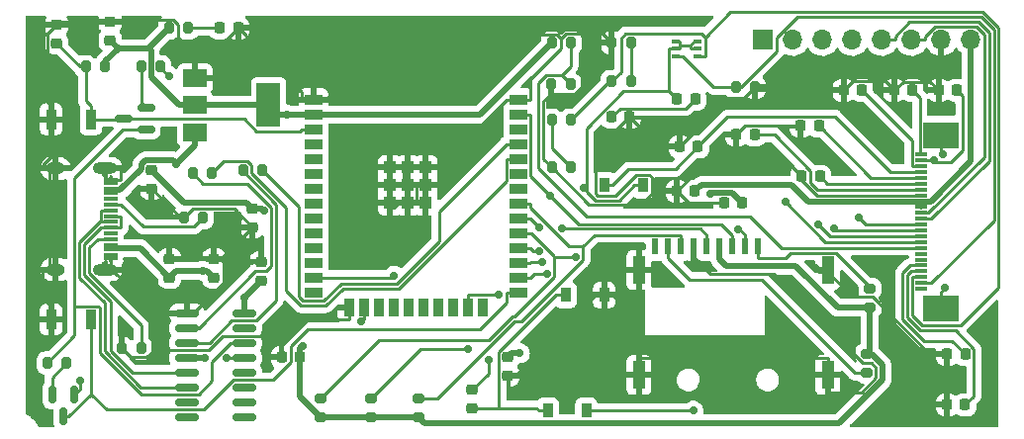
<source format=gbr>
%TF.GenerationSoftware,KiCad,Pcbnew,(6.0.9-0)*%
%TF.CreationDate,2022-12-04T14:46:00+08:00*%
%TF.ProjectId,Epaper-mcu,45706170-6572-42d6-9d63-752e6b696361,rev?*%
%TF.SameCoordinates,Original*%
%TF.FileFunction,Copper,L1,Top*%
%TF.FilePolarity,Positive*%
%FSLAX46Y46*%
G04 Gerber Fmt 4.6, Leading zero omitted, Abs format (unit mm)*
G04 Created by KiCad (PCBNEW (6.0.9-0)) date 2022-12-04 14:46:00*
%MOMM*%
%LPD*%
G01*
G04 APERTURE LIST*
G04 Aperture macros list*
%AMRoundRect*
0 Rectangle with rounded corners*
0 $1 Rounding radius*
0 $2 $3 $4 $5 $6 $7 $8 $9 X,Y pos of 4 corners*
0 Add a 4 corners polygon primitive as box body*
4,1,4,$2,$3,$4,$5,$6,$7,$8,$9,$2,$3,0*
0 Add four circle primitives for the rounded corners*
1,1,$1+$1,$2,$3*
1,1,$1+$1,$4,$5*
1,1,$1+$1,$6,$7*
1,1,$1+$1,$8,$9*
0 Add four rect primitives between the rounded corners*
20,1,$1+$1,$2,$3,$4,$5,0*
20,1,$1+$1,$4,$5,$6,$7,0*
20,1,$1+$1,$6,$7,$8,$9,0*
20,1,$1+$1,$8,$9,$2,$3,0*%
G04 Aperture macros list end*
%TA.AperFunction,SMDPad,CuDef*%
%ADD10RoundRect,0.200000X-0.200000X-0.275000X0.200000X-0.275000X0.200000X0.275000X-0.200000X0.275000X0*%
%TD*%
%TA.AperFunction,SMDPad,CuDef*%
%ADD11RoundRect,0.225000X-0.250000X0.225000X-0.250000X-0.225000X0.250000X-0.225000X0.250000X0.225000X0*%
%TD*%
%TA.AperFunction,SMDPad,CuDef*%
%ADD12RoundRect,0.200000X-0.275000X0.200000X-0.275000X-0.200000X0.275000X-0.200000X0.275000X0.200000X0*%
%TD*%
%TA.AperFunction,SMDPad,CuDef*%
%ADD13RoundRect,0.225000X0.250000X-0.225000X0.250000X0.225000X-0.250000X0.225000X-0.250000X-0.225000X0*%
%TD*%
%TA.AperFunction,SMDPad,CuDef*%
%ADD14RoundRect,0.225000X-0.225000X-0.250000X0.225000X-0.250000X0.225000X0.250000X-0.225000X0.250000X0*%
%TD*%
%TA.AperFunction,SMDPad,CuDef*%
%ADD15RoundRect,0.200000X0.275000X-0.200000X0.275000X0.200000X-0.275000X0.200000X-0.275000X-0.200000X0*%
%TD*%
%TA.AperFunction,SMDPad,CuDef*%
%ADD16R,0.620000X1.400000*%
%TD*%
%TA.AperFunction,SMDPad,CuDef*%
%ADD17R,1.100000X2.400000*%
%TD*%
%TA.AperFunction,SMDPad,CuDef*%
%ADD18R,1.150000X0.300000*%
%TD*%
%TA.AperFunction,ComponentPad*%
%ADD19O,2.100000X1.000000*%
%TD*%
%TA.AperFunction,ComponentPad*%
%ADD20O,1.600000X1.000000*%
%TD*%
%TA.AperFunction,SMDPad,CuDef*%
%ADD21R,0.900000X1.700000*%
%TD*%
%TA.AperFunction,SMDPad,CuDef*%
%ADD22RoundRect,0.150000X0.587500X0.150000X-0.587500X0.150000X-0.587500X-0.150000X0.587500X-0.150000X0*%
%TD*%
%TA.AperFunction,SMDPad,CuDef*%
%ADD23RoundRect,0.225000X0.225000X0.250000X-0.225000X0.250000X-0.225000X-0.250000X0.225000X-0.250000X0*%
%TD*%
%TA.AperFunction,SMDPad,CuDef*%
%ADD24RoundRect,0.200000X0.200000X0.275000X-0.200000X0.275000X-0.200000X-0.275000X0.200000X-0.275000X0*%
%TD*%
%TA.AperFunction,SMDPad,CuDef*%
%ADD25RoundRect,0.150000X-0.825000X-0.150000X0.825000X-0.150000X0.825000X0.150000X-0.825000X0.150000X0*%
%TD*%
%TA.AperFunction,SMDPad,CuDef*%
%ADD26R,0.650000X0.400000*%
%TD*%
%TA.AperFunction,SMDPad,CuDef*%
%ADD27R,2.000000X1.500000*%
%TD*%
%TA.AperFunction,SMDPad,CuDef*%
%ADD28R,2.000000X3.800000*%
%TD*%
%TA.AperFunction,SMDPad,CuDef*%
%ADD29RoundRect,0.218750X0.218750X0.256250X-0.218750X0.256250X-0.218750X-0.256250X0.218750X-0.256250X0*%
%TD*%
%TA.AperFunction,SMDPad,CuDef*%
%ADD30R,0.900000X1.200000*%
%TD*%
%TA.AperFunction,SMDPad,CuDef*%
%ADD31R,1.100000X0.300000*%
%TD*%
%TA.AperFunction,SMDPad,CuDef*%
%ADD32R,3.100000X2.300000*%
%TD*%
%TA.AperFunction,SMDPad,CuDef*%
%ADD33R,1.500000X0.900000*%
%TD*%
%TA.AperFunction,SMDPad,CuDef*%
%ADD34R,0.900000X1.500000*%
%TD*%
%TA.AperFunction,SMDPad,CuDef*%
%ADD35R,1.050000X1.050000*%
%TD*%
%TA.AperFunction,SMDPad,CuDef*%
%ADD36RoundRect,0.218750X-0.218750X-0.256250X0.218750X-0.256250X0.218750X0.256250X-0.218750X0.256250X0*%
%TD*%
%TA.AperFunction,SMDPad,CuDef*%
%ADD37RoundRect,0.150000X-0.150000X0.587500X-0.150000X-0.587500X0.150000X-0.587500X0.150000X0.587500X0*%
%TD*%
%TA.AperFunction,ComponentPad*%
%ADD38R,1.700000X1.700000*%
%TD*%
%TA.AperFunction,ComponentPad*%
%ADD39O,1.700000X1.700000*%
%TD*%
%TA.AperFunction,ViaPad*%
%ADD40C,0.700000*%
%TD*%
%TA.AperFunction,Conductor*%
%ADD41C,0.500000*%
%TD*%
%TA.AperFunction,Conductor*%
%ADD42C,0.299800*%
%TD*%
%TA.AperFunction,Conductor*%
%ADD43C,0.250000*%
%TD*%
G04 APERTURE END LIST*
D10*
%TO.P,R14,1*%
%TO.N,GND*%
X157925000Y-91440000D03*
%TO.P,R14,2*%
%TO.N,Net-(R14-Pad2)*%
X159575000Y-91440000D03*
%TD*%
D11*
%TO.P,C10,1*%
%TO.N,+3.3V*%
X123698000Y-91681000D03*
%TO.P,C10,2*%
%TO.N,GND*%
X123698000Y-93231000D03*
%TD*%
D12*
%TO.P,R18,1*%
%TO.N,+3.3V*%
X184912000Y-107379000D03*
%TO.P,R18,2*%
%TO.N,Net-(J6-PadP8)*%
X184912000Y-109029000D03*
%TD*%
D13*
%TO.P,C1,1*%
%TO.N,+5V*%
X129032000Y-100851000D03*
%TO.P,C1,2*%
%TO.N,GND*%
X129032000Y-99301000D03*
%TD*%
D10*
%TO.P,R15,1*%
%TO.N,Net-(R14-Pad2)*%
X157935000Y-87376000D03*
%TO.P,R15,2*%
%TO.N,/RESE*%
X159585000Y-87376000D03*
%TD*%
D14*
%TO.P,C20,1*%
%TO.N,GND*%
X182930000Y-84836000D03*
%TO.P,C20,2*%
%TO.N,/VSL*%
X184480000Y-84836000D03*
%TD*%
D11*
%TO.P,C11,1*%
%TO.N,Net-(C11-Pad1)*%
X151130000Y-110477000D03*
%TO.P,C11,2*%
%TO.N,Net-(C11-Pad2)*%
X151130000Y-112027000D03*
%TD*%
%TO.P,C3,1*%
%TO.N,+3.3V*%
X132334000Y-94983000D03*
%TO.P,C3,2*%
%TO.N,GND*%
X132334000Y-96533000D03*
%TD*%
D14*
%TO.P,C19,1*%
%TO.N,GND*%
X168897000Y-89662000D03*
%TO.P,C19,2*%
%TO.N,/PREVGH*%
X170447000Y-89662000D03*
%TD*%
D15*
%TO.P,R20,1*%
%TO.N,+3.3V*%
X142494000Y-112839000D03*
%TO.P,R20,2*%
%TO.N,/SD_MOSI*%
X142494000Y-111189000D03*
%TD*%
D13*
%TO.P,C4,1*%
%TO.N,+3.3V*%
X120142000Y-80531000D03*
%TO.P,C4,2*%
%TO.N,GND*%
X120142000Y-78981000D03*
%TD*%
D16*
%TO.P,J6,P1,DAT2*%
%TO.N,Net-(J6-PadP1)*%
X175587000Y-98210000D03*
%TO.P,J6,P2,CD/DAT3*%
%TO.N,/SD_CS*%
X174487000Y-98210000D03*
%TO.P,J6,P3,CMD*%
%TO.N,/SD_MOSI*%
X173387000Y-98210000D03*
%TO.P,J6,P4,VDD*%
%TO.N,+3.3V*%
X172287000Y-98210000D03*
%TO.P,J6,P5,CLK*%
%TO.N,/SD_CLK*%
X171187000Y-98210000D03*
%TO.P,J6,P6,VSS*%
%TO.N,GND*%
X170087000Y-98210000D03*
%TO.P,J6,P7,DAT0*%
%TO.N,/SD_MISO*%
X168987000Y-98210000D03*
%TO.P,J6,P8,DAT1*%
%TO.N,Net-(J6-PadP8)*%
X167887000Y-98210000D03*
%TO.P,J6,P9,CD*%
%TO.N,unconnected-(J6-PadP9)*%
X166787000Y-98210000D03*
D17*
%TO.P,J6,SH1,SHIELD*%
%TO.N,GND*%
X165407000Y-109210000D03*
%TO.P,J6,SH2,SHIELD*%
X165407000Y-100210000D03*
%TO.P,J6,SH3,SHIELD*%
X181557000Y-100210000D03*
%TO.P,J6,SH4,SHIELD*%
X181557000Y-109210000D03*
%TD*%
D14*
%TO.P,C12,1*%
%TO.N,Net-(C12-Pad1)*%
X163042000Y-87122000D03*
%TO.P,C12,2*%
%TO.N,GND*%
X164592000Y-87122000D03*
%TD*%
D15*
%TO.P,R16,1*%
%TO.N,+3.3V*%
X138176000Y-112839000D03*
%TO.P,R16,2*%
%TO.N,/SD_CS*%
X138176000Y-111189000D03*
%TD*%
D18*
%TO.P,J1,A1,GND*%
%TO.N,GND*%
X120220000Y-92500000D03*
%TO.P,J1,A4,VBUS*%
%TO.N,+5V*%
X120220000Y-93300000D03*
%TO.P,J1,A5,CC1*%
%TO.N,Net-(J1-PadA5)*%
X120220000Y-94600000D03*
%TO.P,J1,A6,D+*%
%TO.N,/D+*%
X120220000Y-95600000D03*
%TO.P,J1,A7,D-*%
%TO.N,/D-*%
X120220000Y-96100000D03*
%TO.P,J1,A8,SBU1*%
%TO.N,unconnected-(J1-PadA8)*%
X120220000Y-97100000D03*
%TO.P,J1,A9,VBUS*%
%TO.N,+5V*%
X120220000Y-98400000D03*
%TO.P,J1,A12,GND*%
%TO.N,GND*%
X120220000Y-99200000D03*
%TO.P,J1,B1,GND*%
X120220000Y-98900000D03*
%TO.P,J1,B4,VBUS*%
%TO.N,+5V*%
X120220000Y-98100000D03*
%TO.P,J1,B5,CC2*%
%TO.N,Net-(J1-PadB5)*%
X120220000Y-97600000D03*
%TO.P,J1,B6,D+*%
%TO.N,/D+*%
X120220000Y-96600000D03*
%TO.P,J1,B7,D-*%
%TO.N,/D-*%
X120220000Y-95100000D03*
%TO.P,J1,B8,SBU2*%
%TO.N,unconnected-(J1-PadB8)*%
X120220000Y-94100000D03*
%TO.P,J1,B9,VBUS*%
%TO.N,+5V*%
X120220000Y-93600000D03*
%TO.P,J1,B12,GND*%
%TO.N,GND*%
X120220000Y-92800000D03*
D19*
%TO.P,J1,S1,SHIELD*%
X119655000Y-91530000D03*
D20*
X115475000Y-100170000D03*
X115475000Y-91530000D03*
D19*
X119655000Y-100170000D03*
%TD*%
D14*
%TO.P,C22,1*%
%TO.N,GND*%
X187248000Y-84836000D03*
%TO.P,C22,2*%
%TO.N,/VCOM*%
X188798000Y-84836000D03*
%TD*%
D21*
%TO.P,SW2,1,1*%
%TO.N,GND*%
X115100000Y-104450000D03*
%TO.P,SW2,2,2*%
%TO.N,/BOOT*%
X118500000Y-104450000D03*
%TD*%
D13*
%TO.P,C5,1*%
%TO.N,+5V*%
X125222000Y-100851000D03*
%TO.P,C5,2*%
%TO.N,GND*%
X125222000Y-99301000D03*
%TD*%
D22*
%TO.P,Q1,1,E*%
%TO.N,/RTS*%
X123212500Y-88225000D03*
%TO.P,Q1,2,B*%
%TO.N,Net-(Q1-Pad2)*%
X123212500Y-86325000D03*
%TO.P,Q1,3,C*%
%TO.N,/RST_EN*%
X121337500Y-87275000D03*
%TD*%
D13*
%TO.P,C2,1*%
%TO.N,/RST_EN*%
X115570000Y-80785000D03*
%TO.P,C2,2*%
%TO.N,GND*%
X115570000Y-79235000D03*
%TD*%
D23*
%TO.P,C8,1*%
%TO.N,+3.3V*%
X136411000Y-107696000D03*
%TO.P,C8,2*%
%TO.N,GND*%
X134861000Y-107696000D03*
%TD*%
D10*
%TO.P,R4,1*%
%TO.N,/TXD0 ESP32*%
X131509000Y-91694000D03*
%TO.P,R4,2*%
%TO.N,Net-(R4-Pad2)*%
X133159000Y-91694000D03*
%TD*%
D14*
%TO.P,C15,1*%
%TO.N,GND*%
X168643000Y-93472000D03*
%TO.P,C15,2*%
%TO.N,/3V3*%
X170193000Y-93472000D03*
%TD*%
D24*
%TO.P,R3,1*%
%TO.N,+3.3V*%
X119697000Y-82804000D03*
%TO.P,R3,2*%
%TO.N,/RST_EN*%
X118047000Y-82804000D03*
%TD*%
D25*
%TO.P,U2,1,GND*%
%TO.N,GND*%
X126685000Y-103925000D03*
%TO.P,U2,2,TXD*%
%TO.N,/RXD0 ESP32*%
X126685000Y-105195000D03*
%TO.P,U2,3,RXD*%
%TO.N,/TXD0 ESP32*%
X126685000Y-106465000D03*
%TO.P,U2,4,V3*%
%TO.N,/3V3*%
X126685000Y-107735000D03*
%TO.P,U2,5,UD+*%
%TO.N,/D+*%
X126685000Y-109005000D03*
%TO.P,U2,6,UD-*%
%TO.N,/D-*%
X126685000Y-110275000D03*
%TO.P,U2,7,NC*%
%TO.N,unconnected-(U2-Pad7)*%
X126685000Y-111545000D03*
%TO.P,U2,8,NC*%
%TO.N,unconnected-(U2-Pad8)*%
X126685000Y-112815000D03*
%TO.P,U2,9,~{CTS}*%
%TO.N,unconnected-(U2-Pad9)*%
X131635000Y-112815000D03*
%TO.P,U2,10,~{DSR}*%
%TO.N,unconnected-(U2-Pad10)*%
X131635000Y-111545000D03*
%TO.P,U2,11,~{RI}*%
%TO.N,unconnected-(U2-Pad11)*%
X131635000Y-110275000D03*
%TO.P,U2,12,~{DCD}*%
%TO.N,unconnected-(U2-Pad12)*%
X131635000Y-109005000D03*
%TO.P,U2,13,~{DTR}*%
%TO.N,/DTR*%
X131635000Y-107735000D03*
%TO.P,U2,14,~{RTS}*%
%TO.N,/RTS*%
X131635000Y-106465000D03*
%TO.P,U2,15,R232*%
%TO.N,unconnected-(U2-Pad15)*%
X131635000Y-105195000D03*
%TO.P,U2,16,VCC*%
%TO.N,+5V*%
X131635000Y-103925000D03*
%TD*%
D26*
%TO.P,Q3,1,D*%
%TO.N,Net-(C11-Pad1)*%
X168550000Y-80630000D03*
%TO.P,Q3,2,D*%
X168550000Y-81280000D03*
%TO.P,Q3,3,G*%
%TO.N,/GDR*%
X168550000Y-81930000D03*
%TO.P,Q3,4,S*%
%TO.N,/RESE*%
X170450000Y-81930000D03*
%TO.P,Q3,5,D*%
%TO.N,Net-(C11-Pad1)*%
X170450000Y-81280000D03*
%TO.P,Q3,6,D*%
X170450000Y-80630000D03*
%TD*%
D27*
%TO.P,U3,1,GND*%
%TO.N,GND*%
X127406000Y-83806000D03*
D28*
%TO.P,U3,2,VO*%
%TO.N,+3.3V*%
X133706000Y-86106000D03*
D27*
X127406000Y-86106000D03*
%TO.P,U3,3,VI*%
%TO.N,+5V*%
X127406000Y-88406000D03*
%TD*%
D29*
%TO.P,D2,1,K*%
%TO.N,GND*%
X131089500Y-79502000D03*
%TO.P,D2,2,A*%
%TO.N,Net-(D2-Pad2)*%
X129514500Y-79502000D03*
%TD*%
D30*
%TO.P,D3,1,K*%
%TO.N,/PREVGH*%
X162434000Y-92964000D03*
%TO.P,D3,2,A*%
%TO.N,Net-(C11-Pad1)*%
X165734000Y-92964000D03*
%TD*%
D14*
%TO.P,C14,1*%
%TO.N,GND*%
X191770000Y-107442000D03*
%TO.P,C14,2*%
%TO.N,/VGH*%
X193320000Y-107442000D03*
%TD*%
D10*
%TO.P,R2,1*%
%TO.N,/RXD0 ESP32*%
X127191000Y-91948000D03*
%TO.P,R2,2*%
%TO.N,Net-(R2-Pad2)*%
X128841000Y-91948000D03*
%TD*%
%TO.P,R10,1*%
%TO.N,/RESE*%
X163055000Y-84074000D03*
%TO.P,R10,2*%
%TO.N,Net-(R1-Pad2)*%
X164705000Y-84074000D03*
%TD*%
D11*
%TO.P,C23,1*%
%TO.N,/3V3*%
X154178000Y-107683000D03*
%TO.P,C23,2*%
%TO.N,GND*%
X154178000Y-109233000D03*
%TD*%
D10*
%TO.P,R1,1*%
%TO.N,GND*%
X163068000Y-80772000D03*
%TO.P,R1,2*%
%TO.N,Net-(R1-Pad2)*%
X164718000Y-80772000D03*
%TD*%
D30*
%TO.P,D5,1,K*%
%TO.N,GND*%
X162432000Y-102362000D03*
%TO.P,D5,2,A*%
%TO.N,Net-(C11-Pad2)*%
X159132000Y-102362000D03*
%TD*%
D14*
%TO.P,C17,1*%
%TO.N,GND*%
X179324000Y-92202000D03*
%TO.P,C17,2*%
%TO.N,/VPP*%
X180874000Y-92202000D03*
%TD*%
D31*
%TO.P,J4,1,Pin_1*%
%TO.N,unconnected-(J4-Pad1)*%
X189575000Y-101825000D03*
%TO.P,J4,2,Pin_2*%
%TO.N,/GDR*%
X189575000Y-101325000D03*
%TO.P,J4,3,Pin_3*%
%TO.N,/RESE*%
X189575000Y-100825000D03*
%TO.P,J4,4,Pin_4*%
%TO.N,/VGL*%
X189575000Y-100325000D03*
%TO.P,J4,5,Pin_5*%
%TO.N,/VGH*%
X189575000Y-99825000D03*
%TO.P,J4,6,Pin_6*%
%TO.N,unconnected-(J4-Pad6)*%
X189575000Y-99325000D03*
%TO.P,J4,7,Pin_7*%
%TO.N,unconnected-(J4-Pad7)*%
X189575000Y-98825000D03*
%TO.P,J4,8,Pin_8*%
%TO.N,/BS*%
X189575000Y-98325000D03*
%TO.P,J4,9,Pin_9*%
%TO.N,/BUSY*%
X189575000Y-97825000D03*
%TO.P,J4,10,Pin_10*%
%TO.N,/RST*%
X189575000Y-97325000D03*
%TO.P,J4,11,Pin_11*%
%TO.N,/DC*%
X189575000Y-96825000D03*
%TO.P,J4,12,Pin_12*%
%TO.N,/CS*%
X189575000Y-96325000D03*
%TO.P,J4,13,Pin_13*%
%TO.N,/CLK*%
X189575000Y-95825000D03*
%TO.P,J4,14,Pin_14*%
%TO.N,/SDA*%
X189575000Y-95325000D03*
%TO.P,J4,15,Pin_15*%
%TO.N,/3V3*%
X189575000Y-94825000D03*
%TO.P,J4,16,Pin_16*%
X189575000Y-94325000D03*
%TO.P,J4,17,Pin_17*%
%TO.N,GND*%
X189575000Y-93825000D03*
%TO.P,J4,18,Pin_18*%
%TO.N,/VDD*%
X189575000Y-93325000D03*
%TO.P,J4,19,Pin_19*%
%TO.N,/VPP*%
X189575000Y-92825000D03*
%TO.P,J4,20,Pin_20*%
%TO.N,/VSH*%
X189575000Y-92325000D03*
%TO.P,J4,21,Pin_21*%
%TO.N,/PREVGH*%
X189575000Y-91825000D03*
%TO.P,J4,22,Pin_22*%
%TO.N,/VSL*%
X189575000Y-91325000D03*
%TO.P,J4,23,Pin_23*%
%TO.N,/PREVGL*%
X189575000Y-90825000D03*
%TO.P,J4,24,Pin_24*%
%TO.N,/VCOM*%
X189575000Y-90325000D03*
D32*
%TO.P,J4,MP,MountPin*%
%TO.N,unconnected-(J4-PadMP)*%
X191275000Y-88655000D03*
X191275000Y-103495000D03*
%TD*%
D10*
%TO.P,R9,1*%
%TO.N,+3.3V*%
X125159000Y-79502000D03*
%TO.P,R9,2*%
%TO.N,Net-(D2-Pad2)*%
X126809000Y-79502000D03*
%TD*%
%TO.P,R11,1*%
%TO.N,/GDR*%
X173673000Y-84582000D03*
%TO.P,R11,2*%
%TO.N,GND*%
X175323000Y-84582000D03*
%TD*%
D23*
%TO.P,C6,1*%
%TO.N,+5V*%
X174257000Y-94488000D03*
%TO.P,C6,2*%
%TO.N,GND*%
X172707000Y-94488000D03*
%TD*%
D14*
%TO.P,C13,1*%
%TO.N,GND*%
X191757000Y-111760000D03*
%TO.P,C13,2*%
%TO.N,/VGL*%
X193307000Y-111760000D03*
%TD*%
D11*
%TO.P,C7,1*%
%TO.N,GND*%
X133096000Y-99555000D03*
%TO.P,C7,2*%
%TO.N,+5V*%
X133096000Y-101105000D03*
%TD*%
D10*
%TO.P,R13,1*%
%TO.N,GND*%
X157895000Y-84328000D03*
%TO.P,R13,2*%
%TO.N,/BS*%
X159545000Y-84328000D03*
%TD*%
D14*
%TO.P,C21,1*%
%TO.N,GND*%
X191058000Y-84836000D03*
%TO.P,C21,2*%
%TO.N,/PREVGL*%
X192608000Y-84836000D03*
%TD*%
D33*
%TO.P,U1,1,GND*%
%TO.N,GND*%
X137554000Y-85625000D03*
%TO.P,U1,2,3V3*%
%TO.N,+3.3V*%
X137554000Y-86895000D03*
%TO.P,U1,3,EN/CHIP_PU*%
%TO.N,/RST_EN*%
X137554000Y-88165000D03*
%TO.P,U1,4,SENSOR_VP/GPIO36/ADC1_CH0*%
%TO.N,unconnected-(U1-Pad4)*%
X137554000Y-89435000D03*
%TO.P,U1,5,SENSOR_VN/GPIO39/ADC1_CH3*%
%TO.N,unconnected-(U1-Pad5)*%
X137554000Y-90705000D03*
%TO.P,U1,6,GPIO34/ADC1_CH6*%
%TO.N,unconnected-(U1-Pad6)*%
X137554000Y-91975000D03*
%TO.P,U1,7,GPIO35/ADC1_CH7*%
%TO.N,unconnected-(U1-Pad7)*%
X137554000Y-93245000D03*
%TO.P,U1,8,32K_XP/GPIO32/ADC1_CH4*%
%TO.N,unconnected-(U1-Pad8)*%
X137554000Y-94515000D03*
%TO.P,U1,9,32K_XN/GPIO33/ADC1_CH5*%
%TO.N,unconnected-(U1-Pad9)*%
X137554000Y-95785000D03*
%TO.P,U1,10,DAC_1/ADC2_CH8/GPIO25*%
%TO.N,unconnected-(U1-Pad10)*%
X137554000Y-97055000D03*
%TO.P,U1,11,DAC_2/ADC2_CH9/GPIO26*%
%TO.N,unconnected-(U1-Pad11)*%
X137554000Y-98325000D03*
%TO.P,U1,12,ADC2_CH7/GPIO27*%
%TO.N,unconnected-(U1-Pad12)*%
X137554000Y-99595000D03*
%TO.P,U1,13,MTMS/GPIO14/ADC2_CH6*%
%TO.N,/CLK*%
X137554000Y-100865000D03*
%TO.P,U1,14,MTDI/GPIO12/ADC2_CH5*%
%TO.N,unconnected-(U1-Pad14)*%
X137554000Y-102135000D03*
D34*
%TO.P,U1,15,GND*%
%TO.N,GND*%
X140584000Y-103385000D03*
%TO.P,U1,16,MTCK/GPIO13/ADC2_CH4*%
%TO.N,/SDA*%
X141854000Y-103385000D03*
%TO.P,U1,17,NC*%
%TO.N,unconnected-(U1-Pad17)*%
X143124000Y-103385000D03*
%TO.P,U1,18,NC*%
%TO.N,unconnected-(U1-Pad18)*%
X144394000Y-103385000D03*
%TO.P,U1,19,NC*%
%TO.N,unconnected-(U1-Pad19)*%
X145664000Y-103385000D03*
%TO.P,U1,20,NC*%
%TO.N,unconnected-(U1-Pad20)*%
X146934000Y-103385000D03*
%TO.P,U1,21,NC*%
%TO.N,unconnected-(U1-Pad21)*%
X148204000Y-103385000D03*
%TO.P,U1,22,NC*%
%TO.N,unconnected-(U1-Pad22)*%
X149474000Y-103385000D03*
%TO.P,U1,23,MTDO/GPIO15/ADC2_CH3*%
%TO.N,/CS*%
X150744000Y-103385000D03*
%TO.P,U1,24,ADC2_CH2/GPIO2*%
%TO.N,unconnected-(U1-Pad24)*%
X152014000Y-103385000D03*
D33*
%TO.P,U1,25,GPIO0/BOOT/ADC2_CH1*%
%TO.N,/BOOT*%
X155054000Y-102135000D03*
%TO.P,U1,26,ADC2_CH0/GPIO4*%
%TO.N,/DC*%
X155054000Y-100865000D03*
%TO.P,U1,27,GPIO16*%
%TO.N,/RST*%
X155054000Y-99595000D03*
%TO.P,U1,28,GPIO17*%
%TO.N,/BUSY*%
X155054000Y-98325000D03*
%TO.P,U1,29,GPIO5*%
%TO.N,/SD_CS*%
X155054000Y-97055000D03*
%TO.P,U1,30,GPIO18*%
%TO.N,/SD_CLK*%
X155054000Y-95785000D03*
%TO.P,U1,31,GPIO19*%
%TO.N,/SD_MISO*%
X155054000Y-94515000D03*
%TO.P,U1,32,NC*%
%TO.N,unconnected-(U1-Pad32)*%
X155054000Y-93245000D03*
%TO.P,U1,33,GPIO21*%
%TO.N,unconnected-(U1-Pad33)*%
X155054000Y-91975000D03*
%TO.P,U1,34,U0RXD/GPIO3*%
%TO.N,Net-(R2-Pad2)*%
X155054000Y-90705000D03*
%TO.P,U1,35,U0TXD/GPIO1*%
%TO.N,Net-(R4-Pad2)*%
X155054000Y-89435000D03*
%TO.P,U1,36,GPIO22*%
%TO.N,unconnected-(U1-Pad36)*%
X155054000Y-88165000D03*
%TO.P,U1,37,GPIO23*%
%TO.N,/SD_MOSI*%
X155054000Y-86895000D03*
%TO.P,U1,38,GND*%
%TO.N,GND*%
X155054000Y-85625000D03*
D35*
%TO.P,U1,39,GND_THERMAL*%
X144099000Y-94490000D03*
X145624000Y-92965000D03*
X147149000Y-92965000D03*
X145624000Y-91440000D03*
X144099000Y-91440000D03*
X144099000Y-92965000D03*
X147149000Y-94490000D03*
X147149000Y-91440000D03*
X145624000Y-94490000D03*
%TD*%
D36*
%TO.P,L1,1,1*%
%TO.N,Net-(C11-Pad1)*%
X168630500Y-85598000D03*
%TO.P,L1,2,2*%
%TO.N,Net-(C12-Pad1)*%
X170205500Y-85598000D03*
%TD*%
D24*
%TO.P,R8,1*%
%TO.N,Net-(J1-PadA5)*%
X128079000Y-95758000D03*
%TO.P,R8,2*%
%TO.N,GND*%
X126429000Y-95758000D03*
%TD*%
D14*
%TO.P,C16,1*%
%TO.N,GND*%
X173735000Y-88646000D03*
%TO.P,C16,2*%
%TO.N,/VDD*%
X175285000Y-88646000D03*
%TD*%
D24*
%TO.P,R7,1*%
%TO.N,Net-(J1-PadB5)*%
X122808000Y-106934000D03*
%TO.P,R7,2*%
%TO.N,GND*%
X121158000Y-106934000D03*
%TD*%
D10*
%TO.P,R6,1*%
%TO.N,/RTS*%
X114760000Y-108175000D03*
%TO.P,R6,2*%
%TO.N,Net-(Q2-Pad2)*%
X116410000Y-108175000D03*
%TD*%
D15*
%TO.P,R17,1*%
%TO.N,+3.3V*%
X185166000Y-103441000D03*
%TO.P,R17,2*%
%TO.N,Net-(J6-PadP1)*%
X185166000Y-101791000D03*
%TD*%
D30*
%TO.P,D4,1,K*%
%TO.N,Net-(C11-Pad2)*%
X157608000Y-112268000D03*
%TO.P,D4,2,A*%
%TO.N,/PREVGL*%
X160908000Y-112268000D03*
%TD*%
D15*
%TO.P,R19,1*%
%TO.N,+3.3V*%
X146558000Y-112839000D03*
%TO.P,R19,2*%
%TO.N,/SD_MISO*%
X146558000Y-111189000D03*
%TD*%
D24*
%TO.P,R5,1*%
%TO.N,/DTR*%
X124460000Y-82804000D03*
%TO.P,R5,2*%
%TO.N,Net-(Q1-Pad2)*%
X122810000Y-82804000D03*
%TD*%
D37*
%TO.P,Q2,1,E*%
%TO.N,/DTR*%
X117080000Y-110882500D03*
%TO.P,Q2,2,B*%
%TO.N,Net-(Q2-Pad2)*%
X115180000Y-110882500D03*
%TO.P,Q2,3,C*%
%TO.N,/BOOT*%
X116130000Y-112757500D03*
%TD*%
D10*
%TO.P,R12,1*%
%TO.N,+3.3V*%
X157925000Y-80772000D03*
%TO.P,R12,2*%
%TO.N,/BS*%
X159575000Y-80772000D03*
%TD*%
D38*
%TO.P,J5,1,Pin_1*%
%TO.N,/BUSY*%
X176037000Y-80518000D03*
D39*
%TO.P,J5,2,Pin_2*%
%TO.N,/RST*%
X178577000Y-80518000D03*
%TO.P,J5,3,Pin_3*%
%TO.N,/DC*%
X181117000Y-80518000D03*
%TO.P,J5,4,Pin_4*%
%TO.N,/CS*%
X183657000Y-80518000D03*
%TO.P,J5,5,Pin_5*%
%TO.N,/CLK*%
X186197000Y-80518000D03*
%TO.P,J5,6,Pin_6*%
%TO.N,/SDA*%
X188737000Y-80518000D03*
%TO.P,J5,7,Pin_7*%
%TO.N,GND*%
X191277000Y-80518000D03*
%TO.P,J5,8,Pin_8*%
%TO.N,/3V3*%
X193817000Y-80518000D03*
%TD*%
D21*
%TO.P,SW1,1,1*%
%TO.N,GND*%
X115100000Y-87300000D03*
%TO.P,SW1,2,2*%
%TO.N,/RST_EN*%
X118500000Y-87300000D03*
%TD*%
D14*
%TO.P,C18,1*%
%TO.N,GND*%
X179255000Y-87884000D03*
%TO.P,C18,2*%
%TO.N,/VSH*%
X180805000Y-87884000D03*
%TD*%
D40*
%TO.N,+5V*%
X128040100Y-100274200D03*
X125830000Y-91132100D03*
X131624900Y-102554200D03*
X171536900Y-93707100D03*
%TO.N,GND*%
X180472300Y-100058700D03*
X178085600Y-101674300D03*
%TO.N,+3.3V*%
X136611200Y-106707600D03*
X135256000Y-86895000D03*
X133320800Y-95152600D03*
%TO.N,Net-(C11-Pad1)*%
X160683600Y-93160400D03*
X152538000Y-107913300D03*
%TO.N,/3V3*%
X128243000Y-107735000D03*
X155207900Y-107349300D03*
%TO.N,/PREVGL*%
X170041700Y-112268000D03*
X190652300Y-90825000D03*
%TO.N,/BUSY*%
X156876600Y-98608200D03*
X177941500Y-94404800D03*
%TO.N,/RST*%
X180776500Y-96305700D03*
X157090000Y-99559300D03*
%TO.N,/DC*%
X182073800Y-96666800D03*
X157531100Y-100510500D03*
%TO.N,/CS*%
X153355200Y-102359900D03*
X184228000Y-95739800D03*
%TO.N,/CLK*%
X144448900Y-100728100D03*
%TO.N,/SDA*%
X141657000Y-104643300D03*
%TO.N,unconnected-(J4-PadMP)*%
X191391400Y-90308800D03*
X191542600Y-101712000D03*
%TO.N,/SD_CS*%
X173851000Y-96761900D03*
X159960300Y-99073000D03*
%TO.N,/SD_MOSI*%
X150790200Y-106998700D03*
X157830300Y-93880000D03*
%TO.N,/SD_CLK*%
X158824900Y-96676000D03*
X156857800Y-96550500D03*
%TO.N,/DTR*%
X130136600Y-107735000D03*
X125177300Y-83625600D03*
X117548800Y-109684800D03*
%TD*%
D41*
%TO.N,+5V*%
X127406000Y-88406000D02*
X127406000Y-89556100D01*
X125798800Y-100274200D02*
X125222000Y-100851000D01*
X128040100Y-100274200D02*
X125798800Y-100274200D01*
X122821900Y-91547900D02*
X122821900Y-91169900D01*
X127406000Y-89556100D02*
X125830000Y-91132100D01*
X120985700Y-93384100D02*
X122821900Y-91547900D01*
X122720800Y-98349800D02*
X120270200Y-98349800D01*
X131624900Y-102554200D02*
X131635000Y-102554200D01*
X171632100Y-93611900D02*
X171536900Y-93707100D01*
X123161900Y-90829900D02*
X125527800Y-90829900D01*
X120304100Y-93384100D02*
X120985700Y-93384100D01*
X131646800Y-102554200D02*
X133096000Y-101105000D01*
D42*
X120304100Y-93515900D02*
X120304100Y-93384100D01*
D41*
X173380900Y-93611900D02*
X171632100Y-93611900D01*
D42*
X120304100Y-93384100D02*
X120220000Y-93300000D01*
D41*
X129032000Y-100851000D02*
X128455200Y-100274200D01*
X128455200Y-100274200D02*
X128040100Y-100274200D01*
X122821900Y-91169900D02*
X123161900Y-90829900D01*
X120270200Y-98200400D02*
X120270200Y-98349800D01*
X131635000Y-102554200D02*
X131635000Y-103925000D01*
X120220000Y-98150200D02*
X120270200Y-98200400D01*
X174257000Y-94488000D02*
X173380900Y-93611900D01*
X131635000Y-102554200D02*
X131646800Y-102554200D01*
D42*
X120220000Y-98150200D02*
X120220000Y-98100000D01*
D41*
X125222000Y-100851000D02*
X122720800Y-98349800D01*
X125527800Y-90829900D02*
X125830000Y-91132100D01*
D42*
X120220000Y-93600000D02*
X120304100Y-93515900D01*
X120270200Y-98349800D02*
X120220000Y-98400000D01*
D43*
%TO.N,GND*%
X115100000Y-90508900D02*
X115099900Y-90508900D01*
X162298700Y-80002700D02*
X159149300Y-80002700D01*
X127193600Y-94993400D02*
X130794400Y-94993400D01*
X157895000Y-85118100D02*
X157241200Y-85771900D01*
X166485900Y-92276800D02*
X166297900Y-92088800D01*
X126685000Y-103925000D02*
X124072600Y-103925000D01*
X189575000Y-93825000D02*
X188749900Y-93825000D01*
X145624000Y-94490000D02*
X144823900Y-94490000D01*
X144423900Y-94890000D02*
X144823900Y-94490000D01*
X144099000Y-94890000D02*
X144423900Y-94890000D01*
X129779200Y-105880600D02*
X134101300Y-105880600D01*
X133096000Y-99555000D02*
X129836900Y-99555000D01*
X124240400Y-107053800D02*
X128606000Y-107053800D01*
X144183100Y-80021000D02*
X158369000Y-80021000D01*
X146386500Y-92965000D02*
X146386500Y-94490000D01*
X185286000Y-108204000D02*
X184588900Y-108204000D01*
X169659000Y-94488000D02*
X172707000Y-94488000D01*
X179324000Y-92526400D02*
X180622600Y-93825000D01*
X154835900Y-109233000D02*
X161706900Y-102362000D01*
X127406000Y-83806000D02*
X127406000Y-82780900D01*
X120220000Y-99200000D02*
X120220000Y-98900000D01*
X165407000Y-104611900D02*
X163943600Y-103148500D01*
X180622600Y-93825000D02*
X188749900Y-93825000D01*
X165407000Y-101685100D02*
X163943600Y-103148500D01*
X129582900Y-99301000D02*
X129032000Y-99301000D01*
X114937500Y-91530000D02*
X114399900Y-91530000D01*
X114937500Y-91530000D02*
X114937500Y-100170000D01*
X184588900Y-108204000D02*
X178085600Y-101700700D01*
X126429000Y-95758000D02*
X127193600Y-94993400D01*
X168643000Y-93472000D02*
X169659000Y-94488000D01*
X146386500Y-94490000D02*
X145624000Y-94490000D01*
X134101300Y-105880600D02*
X134861000Y-106640300D01*
X148213900Y-91440000D02*
X147949100Y-91440000D01*
X162432000Y-102362000D02*
X163157100Y-102362000D01*
X157925000Y-91440000D02*
X161127200Y-94642200D01*
X127406000Y-82069900D02*
X128521600Y-82069900D01*
X187248000Y-84836000D02*
X187999100Y-84084900D01*
X155054000Y-85625000D02*
X154028900Y-85625000D01*
X157241200Y-90756200D02*
X157925000Y-91440000D01*
X114399900Y-91208900D02*
X114399900Y-91530000D01*
X175323000Y-84582000D02*
X174405500Y-85499500D01*
X120980100Y-91530000D02*
X121070100Y-91620000D01*
X163383100Y-93842000D02*
X161819500Y-93842000D01*
X129032000Y-99301000D02*
X125222000Y-99301000D01*
X166485900Y-93472000D02*
X168643000Y-93472000D01*
X165407000Y-107734900D02*
X165407000Y-104611900D01*
X163068000Y-80772000D02*
X162298700Y-80002700D01*
X132334000Y-96533000D02*
X129582900Y-99284100D01*
X144099000Y-94490000D02*
X144099000Y-94890000D01*
X161708900Y-90005100D02*
X164592000Y-87122000D01*
X145242800Y-91440000D02*
X145624000Y-91440000D01*
X145242800Y-92965000D02*
X145624000Y-92965000D01*
X125984000Y-79172300D02*
X125984000Y-80647900D01*
X121909200Y-107685200D02*
X121158000Y-106934000D01*
X165516300Y-94642200D02*
X166485900Y-93672600D01*
X175323000Y-84582000D02*
X175577000Y-84836000D01*
X156079100Y-83874800D02*
X156079100Y-85625000D01*
X171541900Y-100539900D02*
X170087000Y-99085000D01*
X115100000Y-88425100D02*
X115100000Y-90508900D01*
X166485900Y-93472000D02*
X166485900Y-92276800D01*
X180472300Y-100058700D02*
X180801800Y-100388200D01*
X130794400Y-94993400D02*
X132334000Y-96533000D01*
X120317600Y-100170000D02*
X124072600Y-103925000D01*
X126429000Y-95758000D02*
X126225000Y-95758000D01*
X115570000Y-79235000D02*
X114792200Y-80012800D01*
X144099000Y-92965000D02*
X144899100Y-92965000D01*
X173735000Y-88646000D02*
X173735000Y-91207400D01*
X174405500Y-85499500D02*
X173059500Y-85499500D01*
X159149300Y-80002700D02*
X158750000Y-80402000D01*
X165407000Y-109210000D02*
X165407000Y-107734900D01*
X163068000Y-82002000D02*
X159951900Y-85118100D01*
X158750000Y-81203900D02*
X156079100Y-83874800D01*
X125562700Y-78751000D02*
X125984000Y-79172300D01*
X191277000Y-80518000D02*
X191277000Y-81643100D01*
X166485900Y-93672600D02*
X166485900Y-93472000D01*
X146386500Y-92965000D02*
X145624000Y-92965000D01*
X190336900Y-107455000D02*
X191757000Y-107455000D01*
X144099000Y-91440000D02*
X145242800Y-91440000D01*
X178085600Y-101674300D02*
X176951200Y-100539900D01*
X185356300Y-102474400D02*
X190336900Y-107455000D01*
X115100000Y-87300000D02*
X115100000Y-86174900D01*
X179324000Y-92202000D02*
X179324000Y-92526400D01*
X178329400Y-91207400D02*
X173735000Y-91207400D01*
X187999100Y-84084900D02*
X190306900Y-84084900D01*
X127406000Y-82780900D02*
X127406000Y-82069900D01*
X154178000Y-109233000D02*
X154835900Y-109233000D01*
X165407000Y-100210000D02*
X165407000Y-101685100D01*
X158750000Y-80402000D02*
X158750000Y-81203900D01*
X121070100Y-91620000D02*
X121070100Y-92500000D01*
X129836900Y-99555000D02*
X129836900Y-101284100D01*
X147149000Y-94490000D02*
X146386500Y-94490000D01*
X124072600Y-103925000D02*
X124072600Y-106886000D01*
X155054000Y-85625000D02*
X156079100Y-85625000D01*
X128606000Y-107053800D02*
X129779200Y-105880600D01*
X119655000Y-91530000D02*
X120980100Y-91530000D01*
X120220000Y-92500000D02*
X121070100Y-92500000D01*
X181557000Y-109210000D02*
X181557000Y-107734900D01*
X128521600Y-82069900D02*
X131089500Y-79502000D01*
X185663200Y-109459300D02*
X185663200Y-108581200D01*
X124072600Y-106886000D02*
X124240400Y-107053800D01*
X186487700Y-84075700D02*
X183690300Y-84075700D01*
X115475000Y-100170000D02*
X114937500Y-100170000D01*
X147149000Y-92965000D02*
X146386500Y-92965000D01*
X127196000Y-103925000D02*
X126685000Y-103925000D01*
X134861000Y-106640300D02*
X134861000Y-107696000D01*
X115099900Y-90508900D02*
X114399900Y-91208900D01*
X173059500Y-85499500D02*
X168897000Y-89662000D01*
X163943600Y-103148500D02*
X163157100Y-102362000D01*
X170907600Y-91207400D02*
X168643000Y-93472000D01*
X170087000Y-98210000D02*
X170087000Y-99085000D01*
X114399900Y-102624800D02*
X114399900Y-100170000D01*
X115100000Y-103324900D02*
X114399900Y-102624800D01*
X183643200Y-102474400D02*
X185356300Y-102474400D01*
X183690300Y-84075700D02*
X182930000Y-84836000D01*
X137554000Y-85625000D02*
X138579100Y-85625000D01*
X137091200Y-104410100D02*
X134861000Y-106640300D01*
X176951200Y-100539900D02*
X171541900Y-100539900D01*
X191757000Y-107455000D02*
X191770000Y-107442000D01*
X181557000Y-109947500D02*
X181557000Y-109210000D01*
X159951900Y-85118100D02*
X157895000Y-85118100D01*
X161819500Y-93842000D02*
X161708900Y-93731400D01*
X180801800Y-100388200D02*
X181557000Y-100388200D01*
X173735000Y-91207400D02*
X170907600Y-91207400D01*
X123273400Y-107685200D02*
X121909200Y-107685200D01*
X181557000Y-100388200D02*
X183643200Y-102474400D01*
X120220000Y-92800000D02*
X120220000Y-92500000D01*
X166297900Y-92088800D02*
X165136300Y-92088800D01*
X157895000Y-84328000D02*
X157895000Y-85118100D01*
X119655000Y-100170000D02*
X119986300Y-100170000D01*
X124072600Y-106886000D02*
X123273400Y-107685200D01*
X114792200Y-80012800D02*
X114792200Y-85867100D01*
X179324000Y-92202000D02*
X178329400Y-91207400D01*
X190306900Y-84084900D02*
X191058000Y-84836000D01*
X114792200Y-85867100D02*
X115100000Y-86174900D01*
X119986300Y-100170000D02*
X120317600Y-100170000D01*
X120372000Y-78751000D02*
X125562700Y-78751000D01*
X115475000Y-91530000D02*
X114937500Y-91530000D01*
X185663200Y-108581200D02*
X185286000Y-108204000D01*
X175577000Y-84836000D02*
X182930000Y-84836000D01*
X120142000Y-78981000D02*
X115824000Y-78981000D01*
X161708900Y-93731400D02*
X161708900Y-90005100D01*
X191757000Y-111760000D02*
X191757000Y-107455000D01*
X129836900Y-99555000D02*
X129582900Y-99301000D01*
X147149000Y-91440000D02*
X147949100Y-91440000D01*
X162432000Y-102362000D02*
X161706900Y-102362000D01*
X119986300Y-100170000D02*
X120220000Y-99936300D01*
X129836900Y-101284100D02*
X127196000Y-103925000D01*
X140584000Y-103385000D02*
X140584000Y-104410100D01*
X145242800Y-92965000D02*
X144899100Y-92965000D01*
X114937500Y-100170000D02*
X114399900Y-100170000D01*
X181557000Y-110685100D02*
X184437400Y-110685100D01*
X115824000Y-78981000D02*
X115570000Y-79235000D01*
X145242800Y-91440000D02*
X145242800Y-92965000D01*
X174497000Y-87884000D02*
X173735000Y-88646000D01*
X191277000Y-81643100D02*
X190306900Y-82613200D01*
X137041500Y-85625000D02*
X136528900Y-85625000D01*
X181557000Y-107734900D02*
X165407000Y-107734900D01*
X161127200Y-94642200D02*
X165516300Y-94642200D01*
X115100000Y-87300000D02*
X115100000Y-88425100D01*
X125984000Y-80647900D02*
X127406000Y-82069900D01*
X120142000Y-78981000D02*
X120372000Y-78751000D01*
X158369000Y-80021000D02*
X158750000Y-80402000D01*
X187248000Y-84836000D02*
X186487700Y-84075700D01*
X157241200Y-85771900D02*
X157241200Y-90756200D01*
X165136300Y-92088800D02*
X163383100Y-93842000D01*
X138579100Y-85625000D02*
X144183100Y-80021000D01*
X129582900Y-99284100D02*
X129582900Y-99301000D01*
X163068000Y-80772000D02*
X163068000Y-82002000D01*
X178085600Y-101700700D02*
X178085600Y-101674300D01*
X145624000Y-91440000D02*
X147149000Y-91440000D01*
X136528900Y-84941400D02*
X131089500Y-79502000D01*
X137041500Y-85625000D02*
X137554000Y-85625000D01*
X168897000Y-89662000D02*
X167132000Y-89662000D01*
X179255000Y-87884000D02*
X174497000Y-87884000D01*
X181557000Y-109947500D02*
X181557000Y-110685100D01*
X154028900Y-85625000D02*
X148213900Y-91440000D01*
X136528900Y-85625000D02*
X136528900Y-84941400D01*
X126225000Y-95758000D02*
X123698000Y-93231000D01*
X190306900Y-82613200D02*
X190306900Y-84084900D01*
X184437400Y-110685100D02*
X185663200Y-109459300D01*
X140584000Y-104410100D02*
X137091200Y-104410100D01*
X181557000Y-100210000D02*
X181557000Y-100388200D01*
X167132000Y-89662000D02*
X164592000Y-87122000D01*
X115100000Y-104450000D02*
X115100000Y-103324900D01*
X120220000Y-99936300D02*
X120220000Y-99200000D01*
%TO.N,/RST_EN*%
X137554000Y-88165000D02*
X136528900Y-88165000D01*
X117589000Y-82804000D02*
X115570000Y-80785000D01*
X131598400Y-87287500D02*
X132647400Y-88336500D01*
X118047000Y-82804000D02*
X118047000Y-85721900D01*
X118500000Y-87300000D02*
X118500000Y-86174900D01*
X136357400Y-88336500D02*
X136528900Y-88165000D01*
X118047000Y-82804000D02*
X117589000Y-82804000D01*
X118500000Y-87300000D02*
X121325000Y-87300000D01*
X132647400Y-88336500D02*
X136357400Y-88336500D01*
X118047000Y-85721900D02*
X118500000Y-86174900D01*
X121337500Y-87287500D02*
X131598400Y-87287500D01*
X121337500Y-87287500D02*
X121337500Y-87275000D01*
X121325000Y-87300000D02*
X121337500Y-87287500D01*
D41*
%TO.N,+3.3V*%
X151802000Y-86895000D02*
X137554000Y-86895000D01*
X147034800Y-113315800D02*
X182558600Y-113315800D01*
X131819200Y-94468200D02*
X126485200Y-94468200D01*
X146558000Y-112839000D02*
X147034800Y-113315800D01*
X119697000Y-82373000D02*
X120840500Y-81229500D01*
X126485200Y-94468200D02*
X123698000Y-91681000D01*
X182558600Y-113315800D02*
X186242300Y-109632100D01*
X136411000Y-111074000D02*
X138176000Y-112839000D01*
X185166000Y-107379000D02*
X185166000Y-103441000D01*
X134495000Y-86895000D02*
X133706000Y-86106000D01*
X186242300Y-108322900D02*
X185298400Y-107379000D01*
X123431500Y-81229500D02*
X120840500Y-81229500D01*
X133151200Y-94983000D02*
X133320800Y-95152600D01*
X123635000Y-81433000D02*
X123635000Y-83735100D01*
X182406000Y-103441000D02*
X178827500Y-99862500D01*
X137554000Y-86895000D02*
X135256000Y-86895000D01*
X123431500Y-81229500D02*
X125159000Y-79502000D01*
X120840500Y-81229500D02*
X120142000Y-80531000D01*
X133706000Y-86106000D02*
X128806100Y-86106000D01*
X127406000Y-86106000D02*
X126005900Y-86106000D01*
X135256000Y-86895000D02*
X134495000Y-86895000D01*
X172839400Y-99862500D02*
X172287000Y-99310100D01*
X123431500Y-81229500D02*
X123635000Y-81433000D01*
X119697000Y-82804000D02*
X119697000Y-82373000D01*
X185166000Y-103441000D02*
X182406000Y-103441000D01*
X185166000Y-107379000D02*
X184912000Y-107379000D01*
X157925000Y-80772000D02*
X151802000Y-86895000D01*
X172287000Y-98210000D02*
X172287000Y-99310100D01*
X132334000Y-94983000D02*
X133151200Y-94983000D01*
X127406000Y-86106000D02*
X128806100Y-86106000D01*
X136411000Y-106907800D02*
X136611200Y-106707600D01*
X136411000Y-107696000D02*
X136411000Y-106907800D01*
X186242300Y-109632100D02*
X186242300Y-108322900D01*
X132334000Y-94983000D02*
X131819200Y-94468200D01*
X123635000Y-83735100D02*
X126005900Y-86106000D01*
X136411000Y-107696000D02*
X136411000Y-111074000D01*
X185298400Y-107379000D02*
X185166000Y-107379000D01*
X142494000Y-112839000D02*
X146558000Y-112839000D01*
X178827500Y-99862500D02*
X172839400Y-99862500D01*
X138176000Y-112839000D02*
X142494000Y-112839000D01*
D43*
%TO.N,Net-(C11-Pad1)*%
X160908700Y-93160400D02*
X160683600Y-93160400D01*
X160908700Y-93160400D02*
X160908700Y-93497100D01*
X167949900Y-84917400D02*
X164063000Y-84917400D01*
X161653700Y-94242100D02*
X163730800Y-94242100D01*
X160908700Y-88071700D02*
X160908700Y-93160400D01*
X167949900Y-84917400D02*
X167949900Y-81280000D01*
X165734000Y-92964000D02*
X165008900Y-92964000D01*
X151130000Y-110477000D02*
X152538000Y-109069000D01*
X170450000Y-81280000D02*
X169849900Y-81280000D01*
X170450000Y-80630000D02*
X170150000Y-80630000D01*
X160908700Y-93497100D02*
X161653700Y-94242100D01*
X168550000Y-81280000D02*
X168850100Y-81280000D01*
X152538000Y-109069000D02*
X152538000Y-107913300D01*
X168850100Y-80955000D02*
X169849900Y-80955000D01*
X164063000Y-84917400D02*
X160908700Y-88071700D01*
X168630500Y-85598000D02*
X167949900Y-84917400D01*
X168850100Y-81280000D02*
X168850100Y-80955000D01*
X168550000Y-81280000D02*
X167949900Y-81280000D01*
X168550000Y-80630000D02*
X168850100Y-80630000D01*
X163730800Y-94242100D02*
X165008900Y-92964000D01*
X170150000Y-80630000D02*
X169849900Y-80930100D01*
X169849900Y-80955000D02*
X169849900Y-81280000D01*
X169849900Y-80930100D02*
X169849900Y-80955000D01*
X168850100Y-80955000D02*
X168850100Y-80630000D01*
%TO.N,Net-(C11-Pad2)*%
X157608000Y-112268000D02*
X156882900Y-112268000D01*
X153421100Y-112027000D02*
X153421100Y-107240300D01*
X153421100Y-107240300D02*
X158299400Y-102362000D01*
X153421100Y-112027000D02*
X156641900Y-112027000D01*
X151130000Y-112027000D02*
X153421100Y-112027000D01*
X158299400Y-102362000D02*
X158406900Y-102362000D01*
X156641900Y-112027000D02*
X156882900Y-112268000D01*
X159132000Y-102362000D02*
X158406900Y-102362000D01*
%TO.N,Net-(C12-Pad1)*%
X169432700Y-86370800D02*
X163793200Y-86370800D01*
X163793200Y-86370800D02*
X163042000Y-87122000D01*
X170205500Y-85598000D02*
X169432700Y-86370800D01*
%TO.N,/VGL*%
X189575000Y-100325000D02*
X188749900Y-100325000D01*
X189478200Y-105373700D02*
X192472200Y-105373700D01*
X194059400Y-111007600D02*
X193307000Y-111760000D01*
X188684000Y-100325000D02*
X188349800Y-100659200D01*
X188349800Y-100659200D02*
X188349800Y-104245300D01*
X188749900Y-100325000D02*
X188684000Y-100325000D01*
X194059400Y-106960900D02*
X194059400Y-111007600D01*
X188349800Y-104245300D02*
X189478200Y-105373700D01*
X192472200Y-105373700D02*
X194059400Y-106960900D01*
%TO.N,/VGH*%
X188749900Y-99825000D02*
X188618100Y-99825000D01*
X189575000Y-99825000D02*
X188749900Y-99825000D01*
X189832300Y-106293700D02*
X192171800Y-106293700D01*
X188618100Y-99825000D02*
X187949700Y-100493400D01*
X187949700Y-100493400D02*
X187949700Y-104411100D01*
X187949700Y-104411100D02*
X189832300Y-106293700D01*
X192171800Y-106293700D02*
X192171800Y-106293800D01*
X192171800Y-106293800D02*
X193320000Y-107442000D01*
D41*
%TO.N,/3V3*%
X189600100Y-94375200D02*
X189575000Y-94400300D01*
X170714100Y-92950900D02*
X170193000Y-93472000D01*
X154511700Y-107349300D02*
X155207900Y-107349300D01*
X128243000Y-107735000D02*
X126685000Y-107735000D01*
X189575000Y-94400300D02*
X189575000Y-94774700D01*
X154178000Y-107683000D02*
X154511700Y-107349300D01*
X179919400Y-94400300D02*
X178470000Y-92950900D01*
D42*
X189575000Y-94774700D02*
X189575000Y-94825000D01*
X189575000Y-94325000D02*
X189600100Y-94350100D01*
D41*
X193817000Y-80518000D02*
X193817000Y-90932800D01*
D42*
X189625200Y-94375200D02*
X189600100Y-94375200D01*
D41*
X190374600Y-94375200D02*
X189625200Y-94375200D01*
X189575000Y-94400300D02*
X179919400Y-94400300D01*
D42*
X189600100Y-94350100D02*
X189600100Y-94375200D01*
D41*
X178470000Y-92950900D02*
X170714100Y-92950900D01*
X193817000Y-90932800D02*
X190374600Y-94375200D01*
D43*
%TO.N,/VDD*%
X180099000Y-92732300D02*
X180099000Y-91746500D01*
X180099000Y-91746500D02*
X176998500Y-88646000D01*
X189575000Y-93325000D02*
X188749900Y-93325000D01*
X176998500Y-88646000D02*
X175285000Y-88646000D01*
X180691700Y-93325000D02*
X180099000Y-92732300D01*
X188749900Y-93325000D02*
X180691700Y-93325000D01*
%TO.N,/VPP*%
X181497000Y-92825000D02*
X180874000Y-92202000D01*
X189575000Y-92825000D02*
X181497000Y-92825000D01*
%TO.N,/VSH*%
X180805000Y-87884000D02*
X185246000Y-92325000D01*
X185246000Y-92325000D02*
X189575000Y-92325000D01*
%TO.N,/PREVGH*%
X162434000Y-92964000D02*
X163159100Y-92964000D01*
X186896000Y-91825000D02*
X182198700Y-87127700D01*
X168506600Y-91602400D02*
X164520700Y-91602400D01*
X182198700Y-87127700D02*
X172981300Y-87127700D01*
X164520700Y-91602400D02*
X163159100Y-92964000D01*
X189575000Y-91825000D02*
X186896000Y-91825000D01*
X172981300Y-87127700D02*
X170447000Y-89662000D01*
X170447000Y-89662000D02*
X168506600Y-91602400D01*
%TO.N,/VSL*%
X189575000Y-91325000D02*
X188749900Y-91325000D01*
X188749900Y-89105900D02*
X184480000Y-84836000D01*
X188749900Y-91325000D02*
X188749900Y-89105900D01*
%TO.N,/PREVGL*%
X192121000Y-90954100D02*
X190781400Y-90954100D01*
X193100200Y-89974900D02*
X192121000Y-90954100D01*
X160908000Y-112268000D02*
X170041700Y-112268000D01*
X189575000Y-90825000D02*
X190400100Y-90825000D01*
X190781400Y-90954100D02*
X190652300Y-90825000D01*
X192608000Y-84836000D02*
X193100200Y-85328200D01*
X193100200Y-85328200D02*
X193100200Y-89974900D01*
X190400100Y-90825000D02*
X190652300Y-90825000D01*
%TO.N,/VCOM*%
X189441500Y-90191500D02*
X189441500Y-85479500D01*
X189575000Y-90325000D02*
X189441500Y-90191500D01*
X189441500Y-85479500D02*
X188798000Y-84836000D01*
%TO.N,Net-(D2-Pad2)*%
X126809000Y-79502000D02*
X129514500Y-79502000D01*
%TO.N,Net-(J1-PadA5)*%
X127317400Y-96519600D02*
X122989700Y-96519600D01*
X120220000Y-94600000D02*
X121070100Y-94600000D01*
X122989700Y-96519600D02*
X121070100Y-94600000D01*
X128079000Y-95758000D02*
X127317400Y-96519600D01*
%TO.N,/D+*%
X120220000Y-96600000D02*
X119369900Y-96600000D01*
X117924800Y-100658300D02*
X117924800Y-98045100D01*
X126685000Y-109005000D02*
X122069900Y-109005000D01*
X120187200Y-102920700D02*
X117924800Y-100658300D01*
X117924800Y-98045100D02*
X119369900Y-96600000D01*
X121070100Y-95600000D02*
X121070100Y-96600000D01*
X122069900Y-109005000D02*
X120187200Y-107122300D01*
X120187200Y-107122300D02*
X120187200Y-102920700D01*
X120220000Y-96600000D02*
X121070100Y-96600000D01*
X120220000Y-95600000D02*
X121070100Y-95600000D01*
%TO.N,/D-*%
X120220000Y-95100000D02*
X119369900Y-95100000D01*
X117510500Y-97857200D02*
X119267700Y-96100000D01*
X119687000Y-103035800D02*
X117510500Y-100859300D01*
X119687000Y-107188100D02*
X119687000Y-103035800D01*
X120220000Y-96100000D02*
X119369900Y-96100000D01*
X126685000Y-110275000D02*
X122773900Y-110275000D01*
X122773900Y-110275000D02*
X119687000Y-107188100D01*
X119267700Y-96100000D02*
X119369900Y-96100000D01*
X119369900Y-95100000D02*
X119369900Y-96100000D01*
X117510500Y-100859300D02*
X117510500Y-97857200D01*
%TO.N,Net-(J1-PadB5)*%
X119126000Y-97600000D02*
X118327700Y-98298000D01*
X118327700Y-100495200D02*
X122808000Y-104975500D01*
X118327700Y-98298000D02*
X118327700Y-100495200D01*
X120220000Y-97600000D02*
X119126000Y-97600000D01*
X122808000Y-104975500D02*
X122808000Y-106934000D01*
%TO.N,/GDR*%
X195770000Y-95955100D02*
X190400100Y-101325000D01*
X173673000Y-84582000D02*
X171802100Y-84582000D01*
X189575000Y-101325000D02*
X190400100Y-101325000D01*
X194671700Y-78568300D02*
X195770000Y-79666600D01*
X177165500Y-80326500D02*
X178923700Y-78568300D01*
X173673000Y-84582000D02*
X174110500Y-84582000D01*
X177165500Y-81527000D02*
X177165500Y-80326500D01*
X171802100Y-84582000D02*
X169150100Y-81930000D01*
X174110500Y-84582000D02*
X177165500Y-81527000D01*
X178923700Y-78568300D02*
X194671700Y-78568300D01*
X195770000Y-79666600D02*
X195770000Y-95955100D01*
X168550000Y-81930000D02*
X169150100Y-81930000D01*
%TO.N,/RESE*%
X192953000Y-104920200D02*
X196170200Y-101703000D01*
X173219000Y-78107300D02*
X171050200Y-80276100D01*
X164268300Y-80005400D02*
X170779500Y-80005400D01*
X171050200Y-80276100D02*
X171050200Y-81929900D01*
X163893000Y-83236000D02*
X163893000Y-80380700D01*
X162887000Y-84074000D02*
X163055000Y-84074000D01*
X194776600Y-78107300D02*
X173219000Y-78107300D01*
X188749900Y-104079500D02*
X189590600Y-104920200D01*
X171050200Y-81929900D02*
X171050100Y-81930000D01*
X196170200Y-101703000D02*
X196170200Y-79500900D01*
X170779500Y-80005400D02*
X171050200Y-80276100D01*
X163055000Y-84074000D02*
X163893000Y-83236000D01*
X188749900Y-100825000D02*
X188749900Y-104079500D01*
X189575000Y-100825000D02*
X188749900Y-100825000D01*
X163893000Y-80380700D02*
X164268300Y-80005400D01*
X170450000Y-81930000D02*
X171050100Y-81930000D01*
X189590600Y-104920200D02*
X192953000Y-104920200D01*
X159585000Y-87376000D02*
X162887000Y-84074000D01*
X196170200Y-79500900D02*
X194776600Y-78107300D01*
%TO.N,/BS*%
X159575000Y-82771400D02*
X158781700Y-83564700D01*
X156813500Y-91505600D02*
X160908500Y-95600600D01*
X156813500Y-84205200D02*
X156813500Y-91505600D01*
X177627600Y-98325000D02*
X189575000Y-98325000D01*
X159545000Y-84328000D02*
X158781700Y-83564700D01*
X174903200Y-95600600D02*
X177627600Y-98325000D01*
X157454000Y-83564700D02*
X156813500Y-84205200D01*
X159575000Y-80772000D02*
X159575000Y-82771400D01*
X158781700Y-83564700D02*
X157454000Y-83564700D01*
X160908500Y-95600600D02*
X174903200Y-95600600D01*
%TO.N,/BUSY*%
X156362300Y-98608200D02*
X156079100Y-98325000D01*
X155054000Y-98325000D02*
X156079100Y-98325000D01*
X181361700Y-97825000D02*
X189575000Y-97825000D01*
X156876600Y-98608200D02*
X156362300Y-98608200D01*
X177941500Y-94404800D02*
X181361700Y-97825000D01*
%TO.N,/RST*%
X156114800Y-99559300D02*
X156079100Y-99595000D01*
X181795800Y-97325000D02*
X180776500Y-96305700D01*
X157090000Y-99559300D02*
X156114800Y-99559300D01*
X188749900Y-97325000D02*
X181795800Y-97325000D01*
X155054000Y-99595000D02*
X156079100Y-99595000D01*
X189575000Y-97325000D02*
X188749900Y-97325000D01*
%TO.N,/DC*%
X189575000Y-96825000D02*
X182232000Y-96825000D01*
X182232000Y-96825000D02*
X182073800Y-96666800D01*
X156433600Y-100510500D02*
X157531100Y-100510500D01*
X156079100Y-100865000D02*
X156433600Y-100510500D01*
X155054000Y-100865000D02*
X156079100Y-100865000D01*
%TO.N,/CS*%
X184228000Y-95739800D02*
X184813200Y-96325000D01*
X184813200Y-96325000D02*
X189575000Y-96325000D01*
X150744000Y-102359900D02*
X153355200Y-102359900D01*
X150744000Y-103385000D02*
X150744000Y-102359900D01*
%TO.N,/CLK*%
X189575000Y-95825000D02*
X190400100Y-95825000D01*
X187322100Y-80236700D02*
X188569900Y-78988900D01*
X194452200Y-78988900D02*
X195346900Y-79883600D01*
X187322100Y-80518000D02*
X187322100Y-80236700D01*
X186197000Y-80518000D02*
X187322100Y-80518000D01*
X195346900Y-90878200D02*
X190400100Y-95825000D01*
X137554000Y-100865000D02*
X144312000Y-100865000D01*
X188569900Y-78988900D02*
X194452200Y-78988900D01*
X144312000Y-100865000D02*
X144448900Y-100728100D01*
X195346900Y-79883600D02*
X195346900Y-90878200D01*
%TO.N,/SDA*%
X190709700Y-79389100D02*
X194286500Y-79389100D01*
X194946700Y-80049300D02*
X194946700Y-90545800D01*
X190167500Y-95325000D02*
X189575000Y-95325000D01*
X188737000Y-80518000D02*
X189862100Y-80518000D01*
X194946700Y-90545800D02*
X190167500Y-95325000D01*
X141854000Y-104446300D02*
X141657000Y-104643300D01*
X189862100Y-80236700D02*
X190709700Y-79389100D01*
X194286500Y-79389100D02*
X194946700Y-80049300D01*
X189862100Y-80518000D02*
X189862100Y-80236700D01*
X141854000Y-103385000D02*
X141854000Y-104446300D01*
%TO.N,unconnected-(J4-PadMP)*%
X191391400Y-90196500D02*
X191391400Y-90308800D01*
X191275000Y-90080100D02*
X191391400Y-90196500D01*
X191542600Y-101712000D02*
X191542600Y-101802300D01*
X191275000Y-103495000D02*
X191275000Y-102069900D01*
X191275000Y-88655000D02*
X191275000Y-90080100D01*
X191542600Y-101802300D02*
X191275000Y-102069900D01*
%TO.N,Net-(J6-PadP1)*%
X177943900Y-99185100D02*
X178394100Y-98734900D01*
X185166000Y-101674300D02*
X185166000Y-101791000D01*
X175587000Y-99185100D02*
X177943900Y-99185100D01*
X182226600Y-98734900D02*
X185166000Y-101674300D01*
X178394100Y-98734900D02*
X182226600Y-98734900D01*
X175587000Y-98210000D02*
X175587000Y-99185100D01*
%TO.N,/SD_CS*%
X158174800Y-99073000D02*
X159960300Y-99073000D01*
X156207500Y-97055000D02*
X156079100Y-97055000D01*
X152546400Y-106256700D02*
X143108300Y-106256700D01*
X174487000Y-97234900D02*
X174014000Y-96761900D01*
X155054000Y-97055000D02*
X156079100Y-97055000D01*
X154596600Y-104206500D02*
X152546400Y-106256700D01*
X174014000Y-96761900D02*
X173851000Y-96761900D01*
X154786800Y-104206500D02*
X154596600Y-104206500D01*
X158174800Y-99073000D02*
X158174800Y-100818500D01*
X158174800Y-99073000D02*
X158174800Y-99022300D01*
X174487000Y-98210000D02*
X174487000Y-97234900D01*
X143108300Y-106256700D02*
X138176000Y-111189000D01*
X158174800Y-99022300D02*
X156207500Y-97055000D01*
X158174800Y-100818500D02*
X154786800Y-104206500D01*
%TO.N,/SD_MOSI*%
X146684300Y-106998700D02*
X142494000Y-111189000D01*
X160226200Y-96275900D02*
X172428000Y-96275900D01*
X173387000Y-98210000D02*
X173387000Y-97234900D01*
X156079100Y-92128800D02*
X157830300Y-93880000D01*
X156079100Y-86895000D02*
X156079100Y-92128800D01*
X150790200Y-106998700D02*
X146684300Y-106998700D01*
X155054000Y-86895000D02*
X156079100Y-86895000D01*
X172428000Y-96275900D02*
X173387000Y-97234900D01*
X157830300Y-93880000D02*
X160226200Y-96275900D01*
%TO.N,/SD_CLK*%
X171187000Y-98210000D02*
X171187000Y-97234900D01*
X170628100Y-96676000D02*
X158824900Y-96676000D01*
X156079100Y-95785000D02*
X156844600Y-96550500D01*
X171187000Y-97234900D02*
X170628100Y-96676000D01*
X156844600Y-96550500D02*
X156857800Y-96550500D01*
X155054000Y-95785000D02*
X156079100Y-95785000D01*
%TO.N,/SD_MISO*%
X160595700Y-99373500D02*
X160595700Y-98204100D01*
X156079100Y-94515000D02*
X156079100Y-94844500D01*
X161564900Y-97234900D02*
X168987000Y-97234900D01*
X156079100Y-94844500D02*
X159438700Y-98204100D01*
X146558000Y-111189000D02*
X148180000Y-111189000D01*
X155054000Y-94515000D02*
X156079100Y-94515000D01*
X154762400Y-104606600D02*
X155362600Y-104606600D01*
X168987000Y-98210000D02*
X168987000Y-97234900D01*
X148180000Y-111189000D02*
X154762400Y-104606600D01*
X155362600Y-104606600D02*
X160595700Y-99373500D01*
X160595700Y-98204100D02*
X161564900Y-97234900D01*
X159438700Y-98204100D02*
X160595700Y-98204100D01*
%TO.N,Net-(J6-PadP8)*%
X175885800Y-101045900D02*
X183868900Y-109029000D01*
X183868900Y-109029000D02*
X184912000Y-109029000D01*
X169747800Y-101045900D02*
X175885800Y-101045900D01*
X167887000Y-99185100D02*
X169747800Y-101045900D01*
X167887000Y-98210000D02*
X167887000Y-99185100D01*
%TO.N,/RTS*%
X131635000Y-106465000D02*
X130488700Y-106465000D01*
X119236900Y-103463900D02*
X119088400Y-103315400D01*
X128868300Y-108085400D02*
X128868300Y-109721900D01*
X119088400Y-103315400D02*
X117110400Y-103315400D01*
X117110400Y-105824600D02*
X114760000Y-108175000D01*
X117110400Y-103315400D02*
X117110400Y-105824600D01*
X122813200Y-110882500D02*
X119236900Y-107306200D01*
X128868300Y-109721900D02*
X127707700Y-110882500D01*
X127707700Y-110882500D02*
X122813200Y-110882500D01*
X130488700Y-106465000D02*
X128868300Y-108085400D01*
X121241300Y-88225000D02*
X117110400Y-92355900D01*
X119236900Y-107306200D02*
X119236900Y-103463900D01*
X117110400Y-92355900D02*
X117110400Y-103315400D01*
X123212500Y-88225000D02*
X121241300Y-88225000D01*
%TO.N,Net-(Q1-Pad2)*%
X122810000Y-85922500D02*
X123212500Y-86325000D01*
X122810000Y-82804000D02*
X122810000Y-85922500D01*
%TO.N,/DTR*%
X124460000Y-82908300D02*
X124460000Y-82804000D01*
X131635000Y-107735000D02*
X130136600Y-107735000D01*
X117080000Y-110882500D02*
X117548800Y-110413700D01*
X117548800Y-110413700D02*
X117548800Y-109684800D01*
X125177300Y-83625600D02*
X124460000Y-82908300D01*
%TO.N,Net-(Q2-Pad2)*%
X115180000Y-109405000D02*
X116410000Y-108175000D01*
X115180000Y-110882500D02*
X115180000Y-109405000D01*
%TO.N,/BOOT*%
X119842500Y-112180000D02*
X118500000Y-110837500D01*
X118500000Y-110837500D02*
X118500000Y-104450000D01*
X135636000Y-106743400D02*
X135636000Y-108117500D01*
X130674400Y-109640000D02*
X128134400Y-112180000D01*
X137074700Y-105304700D02*
X135636000Y-106743400D01*
X151756200Y-105304700D02*
X137074700Y-105304700D01*
X116130000Y-112757500D02*
X116580000Y-112757500D01*
X154028900Y-102135000D02*
X154028900Y-103032000D01*
X155054000Y-102135000D02*
X154028900Y-102135000D01*
X135636000Y-108117500D02*
X134113500Y-109640000D01*
X116580000Y-112757500D02*
X118500000Y-110837500D01*
X134113500Y-109640000D02*
X130674400Y-109640000D01*
X128134400Y-112180000D02*
X119842500Y-112180000D01*
X154028900Y-103032000D02*
X151756200Y-105304700D01*
%TO.N,Net-(R1-Pad2)*%
X164718000Y-80772000D02*
X164718000Y-84061000D01*
X164718000Y-84061000D02*
X164705000Y-84074000D01*
%TO.N,/RXD0 ESP32*%
X132594000Y-100330000D02*
X133523500Y-100330000D01*
X131908800Y-92828800D02*
X128071800Y-92828800D01*
X133946000Y-99907500D02*
X133946000Y-94866000D01*
X133523500Y-100330000D02*
X133946000Y-99907500D01*
X126685000Y-105195000D02*
X127729000Y-105195000D01*
X127729000Y-105195000D02*
X132594000Y-100330000D01*
X128071800Y-92828800D02*
X127191000Y-91948000D01*
X133946000Y-94866000D02*
X131908800Y-92828800D01*
%TO.N,Net-(R2-Pad2)*%
X132259800Y-91257500D02*
X131914500Y-90912200D01*
X135218000Y-102003100D02*
X135218000Y-94907800D01*
X131914500Y-90912200D02*
X129876800Y-90912200D01*
X136475200Y-103260300D02*
X135218000Y-102003100D01*
X138594900Y-103260300D02*
X136475200Y-103260300D01*
X132259800Y-91949600D02*
X132259800Y-91257500D01*
X129876800Y-90912200D02*
X128841000Y-91948000D01*
X140073600Y-101781600D02*
X138594900Y-103260300D01*
X154028900Y-92599200D02*
X144846500Y-101781600D01*
X154028900Y-90705000D02*
X154028900Y-92599200D01*
X135218000Y-94907800D02*
X132259800Y-91949600D01*
X144846500Y-101781600D02*
X140073600Y-101781600D01*
X155054000Y-90705000D02*
X154028900Y-90705000D01*
%TO.N,/TXD0 ESP32*%
X134347200Y-102820100D02*
X134347200Y-94602900D01*
X134347200Y-94602900D02*
X131509000Y-91764700D01*
X126685000Y-106465000D02*
X128628900Y-106465000D01*
X132607300Y-104560000D02*
X134347200Y-102820100D01*
X128628900Y-106465000D02*
X130533900Y-104560000D01*
X131509000Y-91764700D02*
X131509000Y-91694000D01*
X130533900Y-104560000D02*
X132607300Y-104560000D01*
%TO.N,Net-(R4-Pad2)*%
X139907800Y-101381500D02*
X144680700Y-101381500D01*
X144680700Y-101381500D02*
X148287300Y-97774900D01*
X136641000Y-102860200D02*
X138429100Y-102860200D01*
X136268600Y-94803600D02*
X136268600Y-102487800D01*
X138429100Y-102860200D02*
X139907800Y-101381500D01*
X136268600Y-102487800D02*
X136641000Y-102860200D01*
X148287300Y-95176600D02*
X154028900Y-89435000D01*
X148287300Y-97774900D02*
X148287300Y-95176600D01*
X155054000Y-89435000D02*
X154028900Y-89435000D01*
X133159000Y-91694000D02*
X136268600Y-94803600D01*
%TO.N,Net-(R14-Pad2)*%
X157935000Y-89800000D02*
X157935000Y-87376000D01*
X159575000Y-91440000D02*
X157935000Y-89800000D01*
%TD*%
%TA.AperFunction,Conductor*%
%TO.N,GND*%
G36*
X114695841Y-78625616D02*
G01*
X114654996Y-78691880D01*
X114648849Y-78705061D01*
X114599509Y-78853814D01*
X114596642Y-78867190D01*
X114587328Y-78958097D01*
X114587071Y-78963126D01*
X114591475Y-78978124D01*
X114592865Y-78979329D01*
X114600548Y-78981000D01*
X116534885Y-78981000D01*
X116550124Y-78976525D01*
X116551329Y-78975135D01*
X116553000Y-78967452D01*
X116553000Y-78964562D01*
X116552663Y-78958047D01*
X116543106Y-78865943D01*
X116540212Y-78852544D01*
X116490619Y-78703893D01*
X116484445Y-78690714D01*
X116444277Y-78625803D01*
X116437176Y-78600000D01*
X119171469Y-78600000D01*
X119168642Y-78613190D01*
X119159328Y-78704097D01*
X119159071Y-78709126D01*
X119163475Y-78724124D01*
X119164865Y-78725329D01*
X119172548Y-78727000D01*
X121106885Y-78727000D01*
X121122124Y-78722525D01*
X121123329Y-78721135D01*
X121125000Y-78713452D01*
X121125000Y-78710562D01*
X121124663Y-78704047D01*
X121115106Y-78611943D01*
X121112527Y-78600000D01*
X124565317Y-78600000D01*
X124546130Y-78642012D01*
X124528654Y-78658653D01*
X124525121Y-78661423D01*
X124518619Y-78665361D01*
X124397361Y-78786619D01*
X124308528Y-78933301D01*
X124306257Y-78940548D01*
X124306256Y-78940550D01*
X124295418Y-78975135D01*
X124257247Y-79096938D01*
X124250500Y-79170365D01*
X124250500Y-79285629D01*
X124230498Y-79353750D01*
X124213595Y-79374724D01*
X123154224Y-80434095D01*
X123091912Y-80468121D01*
X123065129Y-80471000D01*
X121251500Y-80471000D01*
X121183379Y-80450998D01*
X121136886Y-80397342D01*
X121125500Y-80345000D01*
X121125500Y-80257268D01*
X121125128Y-80253676D01*
X121120130Y-80205509D01*
X121114887Y-80154981D01*
X121093333Y-80090377D01*
X121063073Y-79999676D01*
X121063072Y-79999674D01*
X121060756Y-79992732D01*
X121054660Y-79982880D01*
X120974606Y-79853515D01*
X120970752Y-79847287D01*
X120965570Y-79842114D01*
X120961023Y-79836377D01*
X120962830Y-79834945D01*
X120934098Y-79782425D01*
X120939108Y-79711605D01*
X120962499Y-79675147D01*
X120961448Y-79674317D01*
X120974998Y-79657160D01*
X121057004Y-79524120D01*
X121063151Y-79510939D01*
X121112491Y-79362186D01*
X121115358Y-79348810D01*
X121124672Y-79257903D01*
X121124929Y-79252874D01*
X121120525Y-79237876D01*
X121119135Y-79236671D01*
X121111452Y-79235000D01*
X119177115Y-79235000D01*
X119161876Y-79239475D01*
X119160671Y-79240865D01*
X119159000Y-79248548D01*
X119159000Y-79251438D01*
X119159337Y-79257953D01*
X119168894Y-79350057D01*
X119171788Y-79363456D01*
X119221381Y-79512107D01*
X119227555Y-79525286D01*
X119309788Y-79658173D01*
X119323371Y-79675311D01*
X119321441Y-79676841D01*
X119349903Y-79728880D01*
X119344887Y-79799699D01*
X119321201Y-79836617D01*
X119322157Y-79837372D01*
X119317619Y-79843118D01*
X119312448Y-79848298D01*
X119308608Y-79854528D01*
X119308607Y-79854529D01*
X119227255Y-79986507D01*
X119222698Y-79993899D01*
X119168851Y-80156243D01*
X119168151Y-80163080D01*
X119168150Y-80163082D01*
X119164860Y-80195198D01*
X119158500Y-80257268D01*
X119158500Y-80804732D01*
X119169113Y-80907019D01*
X119171295Y-80913559D01*
X119214220Y-81042219D01*
X119223244Y-81069268D01*
X119227096Y-81075492D01*
X119227096Y-81075493D01*
X119290441Y-81177857D01*
X119313248Y-81214713D01*
X119434298Y-81335552D01*
X119440529Y-81339393D01*
X119446274Y-81343930D01*
X119445247Y-81345230D01*
X119486821Y-81391420D01*
X119498248Y-81461491D01*
X119469978Y-81526616D01*
X119462310Y-81535009D01*
X119208089Y-81789230D01*
X119193677Y-81801616D01*
X119182082Y-81810149D01*
X119182077Y-81810154D01*
X119176182Y-81814492D01*
X119171443Y-81820070D01*
X119171440Y-81820073D01*
X119141965Y-81854768D01*
X119135035Y-81862284D01*
X119129340Y-81867979D01*
X119127060Y-81870861D01*
X119111719Y-81890251D01*
X119108928Y-81893655D01*
X119067800Y-81942066D01*
X119061667Y-81949285D01*
X119058339Y-81955803D01*
X119054975Y-81960846D01*
X119051806Y-81965978D01*
X119047266Y-81971716D01*
X119046337Y-81973703D01*
X119031409Y-81992571D01*
X118961095Y-82062885D01*
X118898783Y-82096911D01*
X118827968Y-82091846D01*
X118782905Y-82062885D01*
X118687381Y-81967361D01*
X118540699Y-81878528D01*
X118533452Y-81876257D01*
X118533450Y-81876256D01*
X118463215Y-81854246D01*
X118377062Y-81827247D01*
X118303635Y-81820500D01*
X118300737Y-81820500D01*
X118046335Y-81820501D01*
X117790366Y-81820501D01*
X117787508Y-81820764D01*
X117787499Y-81820764D01*
X117751996Y-81824026D01*
X117716938Y-81827247D01*
X117630785Y-81854246D01*
X117559802Y-81855531D01*
X117504012Y-81823107D01*
X116590405Y-80909500D01*
X116556379Y-80847188D01*
X116553500Y-80820405D01*
X116553500Y-80511268D01*
X116550735Y-80484614D01*
X116548895Y-80466885D01*
X116542887Y-80408981D01*
X116508810Y-80306841D01*
X116491073Y-80253676D01*
X116491072Y-80253674D01*
X116488756Y-80246732D01*
X116463247Y-80205509D01*
X116402606Y-80107515D01*
X116398752Y-80101287D01*
X116393570Y-80096114D01*
X116389023Y-80090377D01*
X116390830Y-80088945D01*
X116362098Y-80036425D01*
X116367108Y-79965605D01*
X116390499Y-79929147D01*
X116389448Y-79928317D01*
X116402998Y-79911160D01*
X116485004Y-79778120D01*
X116491151Y-79764939D01*
X116540491Y-79616186D01*
X116543358Y-79602810D01*
X116552672Y-79511903D01*
X116552929Y-79506874D01*
X116548525Y-79491876D01*
X116547135Y-79490671D01*
X116539452Y-79489000D01*
X114605115Y-79489000D01*
X114589876Y-79493475D01*
X114588671Y-79494865D01*
X114587000Y-79502548D01*
X114587000Y-79505438D01*
X114587337Y-79511953D01*
X114596894Y-79604057D01*
X114599788Y-79617456D01*
X114649381Y-79766107D01*
X114655555Y-79779286D01*
X114737788Y-79912173D01*
X114751371Y-79929311D01*
X114749441Y-79930841D01*
X114777903Y-79982880D01*
X114772887Y-80053699D01*
X114749201Y-80090617D01*
X114750157Y-80091372D01*
X114745619Y-80097118D01*
X114740448Y-80102298D01*
X114736608Y-80108528D01*
X114736607Y-80108529D01*
X114655255Y-80240507D01*
X114650698Y-80247899D01*
X114596851Y-80410243D01*
X114596151Y-80417080D01*
X114596150Y-80417082D01*
X114593616Y-80441819D01*
X114586500Y-80511268D01*
X114586500Y-81058732D01*
X114586837Y-81061978D01*
X114586837Y-81061982D01*
X114588239Y-81075493D01*
X114597113Y-81161019D01*
X114602465Y-81177062D01*
X114644770Y-81303862D01*
X114651244Y-81323268D01*
X114655096Y-81329492D01*
X114655096Y-81329493D01*
X114664030Y-81343930D01*
X114741248Y-81468713D01*
X114862298Y-81589552D01*
X114868528Y-81593392D01*
X114868529Y-81593393D01*
X114931864Y-81632433D01*
X115007899Y-81679302D01*
X115170243Y-81733149D01*
X115177080Y-81733849D01*
X115177082Y-81733850D01*
X115204334Y-81736642D01*
X115271268Y-81743500D01*
X115580406Y-81743500D01*
X115648527Y-81763502D01*
X115669501Y-81780405D01*
X117085343Y-83196247D01*
X117092887Y-83204537D01*
X117097000Y-83211018D01*
X117102777Y-83216443D01*
X117142139Y-83253406D01*
X117176120Y-83307577D01*
X117192116Y-83358619D01*
X117196528Y-83372699D01*
X117285361Y-83519381D01*
X117376595Y-83610615D01*
X117410621Y-83672927D01*
X117413500Y-83699710D01*
X117413500Y-85643133D01*
X117412973Y-85654316D01*
X117411298Y-85661809D01*
X117411547Y-85669735D01*
X117411547Y-85669736D01*
X117413438Y-85729886D01*
X117413500Y-85733845D01*
X117413500Y-85761756D01*
X117413997Y-85765690D01*
X117413997Y-85765691D01*
X117414005Y-85765756D01*
X117414938Y-85777593D01*
X117416327Y-85821789D01*
X117421473Y-85839502D01*
X117421978Y-85841239D01*
X117425987Y-85860600D01*
X117428526Y-85880697D01*
X117431445Y-85888068D01*
X117431445Y-85888070D01*
X117444804Y-85921812D01*
X117448649Y-85933042D01*
X117458771Y-85967883D01*
X117460982Y-85975493D01*
X117465015Y-85982312D01*
X117465017Y-85982317D01*
X117471293Y-85992928D01*
X117479988Y-86010676D01*
X117487448Y-86029517D01*
X117492110Y-86035933D01*
X117492110Y-86035934D01*
X117513436Y-86065287D01*
X117519952Y-86075207D01*
X117533868Y-86098737D01*
X117542458Y-86113262D01*
X117551048Y-86121852D01*
X117552637Y-86124762D01*
X117552921Y-86125128D01*
X117552862Y-86125174D01*
X117585074Y-86184164D01*
X117579935Y-86255176D01*
X117551029Y-86332282D01*
X117551027Y-86332288D01*
X117548255Y-86339684D01*
X117541500Y-86401866D01*
X117541500Y-88198134D01*
X117548255Y-88260316D01*
X117599385Y-88396705D01*
X117686739Y-88513261D01*
X117803295Y-88600615D01*
X117939684Y-88651745D01*
X118001866Y-88658500D01*
X118998134Y-88658500D01*
X119060316Y-88651745D01*
X119196705Y-88600615D01*
X119313261Y-88513261D01*
X119400615Y-88396705D01*
X119451745Y-88260316D01*
X119458500Y-88198134D01*
X119458500Y-88059500D01*
X119478502Y-87991379D01*
X119532158Y-87944886D01*
X119584500Y-87933500D01*
X120281749Y-87933500D01*
X120345888Y-87951047D01*
X120357485Y-87957905D01*
X120377909Y-87969984D01*
X120426361Y-88021877D01*
X120439066Y-88091728D01*
X120411990Y-88157359D01*
X120402864Y-88167532D01*
X116823300Y-91747095D01*
X116760988Y-91781121D01*
X116734205Y-91784000D01*
X115747115Y-91784000D01*
X115731876Y-91788475D01*
X115730671Y-91789865D01*
X115729000Y-91797548D01*
X115729000Y-92519885D01*
X115733475Y-92535124D01*
X115734865Y-92536329D01*
X115742548Y-92538000D01*
X115821657Y-92538000D01*
X115827805Y-92537699D01*
X115965603Y-92524188D01*
X115977638Y-92521805D01*
X116155076Y-92468233D01*
X116166416Y-92463559D01*
X116291747Y-92396920D01*
X116361285Y-92382601D01*
X116427525Y-92408149D01*
X116469438Y-92465454D01*
X116476900Y-92508172D01*
X116476900Y-99192488D01*
X116456898Y-99260609D01*
X116403242Y-99307102D01*
X116332968Y-99317206D01*
X116290199Y-99302903D01*
X116179407Y-99241994D01*
X116168142Y-99237166D01*
X115991462Y-99181120D01*
X115979468Y-99178570D01*
X115835239Y-99162393D01*
X115828215Y-99162000D01*
X115747115Y-99162000D01*
X115731876Y-99166475D01*
X115730671Y-99167865D01*
X115729000Y-99175548D01*
X115729000Y-101159885D01*
X115733475Y-101175124D01*
X115734865Y-101176329D01*
X115742548Y-101178000D01*
X115821657Y-101178000D01*
X115827805Y-101177699D01*
X115965603Y-101164188D01*
X115977638Y-101161805D01*
X116155076Y-101108233D01*
X116166416Y-101103559D01*
X116291747Y-101036920D01*
X116361285Y-101022601D01*
X116427525Y-101048149D01*
X116469438Y-101105454D01*
X116476900Y-101148172D01*
X116476900Y-103243607D01*
X116474668Y-103267216D01*
X116473125Y-103275306D01*
X116475372Y-103311017D01*
X116476651Y-103331351D01*
X116476900Y-103339262D01*
X116476900Y-105510006D01*
X116456898Y-105578127D01*
X116439995Y-105599101D01*
X114884500Y-107154595D01*
X114822188Y-107188621D01*
X114795405Y-107191500D01*
X114521386Y-107191501D01*
X114503366Y-107191501D01*
X114500508Y-107191764D01*
X114500499Y-107191764D01*
X114464996Y-107195026D01*
X114429938Y-107198247D01*
X114423560Y-107200246D01*
X114423559Y-107200246D01*
X114273550Y-107247256D01*
X114273548Y-107247257D01*
X114266301Y-107249528D01*
X114119619Y-107338361D01*
X113998361Y-107459619D01*
X113909528Y-107606301D01*
X113907257Y-107613548D01*
X113907256Y-107613550D01*
X113899437Y-107638501D01*
X113858247Y-107769938D01*
X113851500Y-107843365D01*
X113851501Y-108506634D01*
X113851764Y-108509492D01*
X113851764Y-108509501D01*
X113852189Y-108514123D01*
X113858247Y-108580062D01*
X113860246Y-108586440D01*
X113860246Y-108586441D01*
X113896427Y-108701893D01*
X113909528Y-108743699D01*
X113998361Y-108890381D01*
X114119619Y-109011639D01*
X114266301Y-109100472D01*
X114273548Y-109102743D01*
X114273550Y-109102744D01*
X114302662Y-109111867D01*
X114429938Y-109151753D01*
X114439964Y-109152674D01*
X114441825Y-109153411D01*
X114443151Y-109153677D01*
X114443103Y-109153918D01*
X114505966Y-109178823D01*
X114547356Y-109236507D01*
X114550477Y-109309477D01*
X114548472Y-109317286D01*
X114548471Y-109317292D01*
X114546500Y-109324970D01*
X114546500Y-109345224D01*
X114544949Y-109364934D01*
X114541780Y-109384943D01*
X114542526Y-109392835D01*
X114545941Y-109428961D01*
X114546500Y-109440819D01*
X114546500Y-109795050D01*
X114526498Y-109863171D01*
X114515941Y-109876271D01*
X114516011Y-109876325D01*
X114511156Y-109882584D01*
X114505547Y-109888193D01*
X114501511Y-109895017D01*
X114501509Y-109895020D01*
X114465244Y-109956341D01*
X114420855Y-110031399D01*
X114418644Y-110039010D01*
X114418643Y-110039012D01*
X114412140Y-110061397D01*
X114374438Y-110191169D01*
X114373934Y-110197574D01*
X114373933Y-110197579D01*
X114371695Y-110226018D01*
X114371500Y-110228498D01*
X114371500Y-111536502D01*
X114371693Y-111538950D01*
X114371693Y-111538958D01*
X114373653Y-111563852D01*
X114374438Y-111573831D01*
X114420855Y-111733601D01*
X114437356Y-111761502D01*
X114501509Y-111869980D01*
X114501511Y-111869983D01*
X114505547Y-111876807D01*
X114623193Y-111994453D01*
X114630017Y-111998489D01*
X114630020Y-111998491D01*
X114726194Y-112055368D01*
X114766399Y-112079145D01*
X114774010Y-112081356D01*
X114774012Y-112081357D01*
X114820897Y-112094978D01*
X114926169Y-112125562D01*
X114932574Y-112126066D01*
X114932579Y-112126067D01*
X114961042Y-112128307D01*
X114961050Y-112128307D01*
X114963498Y-112128500D01*
X115195500Y-112128500D01*
X115263621Y-112148502D01*
X115310114Y-112202158D01*
X115321500Y-112254500D01*
X115321500Y-113411502D01*
X115324438Y-113448831D01*
X115326232Y-113455007D01*
X115326233Y-113455011D01*
X115340857Y-113505348D01*
X115340654Y-113576344D01*
X115302100Y-113635960D01*
X115237435Y-113665268D01*
X115219860Y-113666500D01*
X114118600Y-113666500D01*
X114050479Y-113646498D01*
X114006634Y-113598290D01*
X113976807Y-113540500D01*
X113914907Y-113420572D01*
X113906798Y-113409033D01*
X113784785Y-113235427D01*
X113744372Y-113177925D01*
X113542483Y-112960667D01*
X113539168Y-112957953D01*
X113539164Y-112957950D01*
X113366932Y-112816980D01*
X113312977Y-112772818D01*
X113100000Y-112642306D01*
X113100000Y-105344669D01*
X114142001Y-105344669D01*
X114142371Y-105351490D01*
X114147895Y-105402352D01*
X114151521Y-105417604D01*
X114196676Y-105538054D01*
X114205214Y-105553649D01*
X114281715Y-105655724D01*
X114294276Y-105668285D01*
X114396351Y-105744786D01*
X114411946Y-105753324D01*
X114532394Y-105798478D01*
X114547649Y-105802105D01*
X114598514Y-105807631D01*
X114605328Y-105808000D01*
X114827885Y-105808000D01*
X114843124Y-105803525D01*
X114844329Y-105802135D01*
X114846000Y-105794452D01*
X114846000Y-105789884D01*
X115354000Y-105789884D01*
X115358475Y-105805123D01*
X115359865Y-105806328D01*
X115367548Y-105807999D01*
X115594669Y-105807999D01*
X115601490Y-105807629D01*
X115652352Y-105802105D01*
X115667604Y-105798479D01*
X115788054Y-105753324D01*
X115803649Y-105744786D01*
X115905724Y-105668285D01*
X115918285Y-105655724D01*
X115994786Y-105553649D01*
X116003324Y-105538054D01*
X116048478Y-105417606D01*
X116052105Y-105402351D01*
X116057631Y-105351486D01*
X116058000Y-105344672D01*
X116058000Y-104722115D01*
X116053525Y-104706876D01*
X116052135Y-104705671D01*
X116044452Y-104704000D01*
X115372115Y-104704000D01*
X115356876Y-104708475D01*
X115355671Y-104709865D01*
X115354000Y-104717548D01*
X115354000Y-105789884D01*
X114846000Y-105789884D01*
X114846000Y-104722115D01*
X114841525Y-104706876D01*
X114840135Y-104705671D01*
X114832452Y-104704000D01*
X114160116Y-104704000D01*
X114144877Y-104708475D01*
X114143672Y-104709865D01*
X114142001Y-104717548D01*
X114142001Y-105344669D01*
X113100000Y-105344669D01*
X113100000Y-104177885D01*
X114142000Y-104177885D01*
X114146475Y-104193124D01*
X114147865Y-104194329D01*
X114155548Y-104196000D01*
X114827885Y-104196000D01*
X114843124Y-104191525D01*
X114844329Y-104190135D01*
X114846000Y-104182452D01*
X114846000Y-104177885D01*
X115354000Y-104177885D01*
X115358475Y-104193124D01*
X115359865Y-104194329D01*
X115367548Y-104196000D01*
X116039884Y-104196000D01*
X116055123Y-104191525D01*
X116056328Y-104190135D01*
X116057999Y-104182452D01*
X116057999Y-103555331D01*
X116057629Y-103548510D01*
X116052105Y-103497648D01*
X116048479Y-103482396D01*
X116003324Y-103361946D01*
X115994786Y-103346351D01*
X115918285Y-103244276D01*
X115905724Y-103231715D01*
X115803649Y-103155214D01*
X115788054Y-103146676D01*
X115667606Y-103101522D01*
X115652351Y-103097895D01*
X115601486Y-103092369D01*
X115594672Y-103092000D01*
X115372115Y-103092000D01*
X115356876Y-103096475D01*
X115355671Y-103097865D01*
X115354000Y-103105548D01*
X115354000Y-104177885D01*
X114846000Y-104177885D01*
X114846000Y-103110116D01*
X114841525Y-103094877D01*
X114840135Y-103093672D01*
X114832452Y-103092001D01*
X114605331Y-103092001D01*
X114598510Y-103092371D01*
X114547648Y-103097895D01*
X114532396Y-103101521D01*
X114411946Y-103146676D01*
X114396351Y-103155214D01*
X114294276Y-103231715D01*
X114281715Y-103244276D01*
X114205214Y-103346351D01*
X114196676Y-103361946D01*
X114151522Y-103482394D01*
X114147895Y-103497649D01*
X114142369Y-103548514D01*
X114142000Y-103555328D01*
X114142000Y-104177885D01*
X113100000Y-104177885D01*
X113100000Y-100435768D01*
X114202425Y-100435768D01*
X114234138Y-100543521D01*
X114238731Y-100554889D01*
X114324607Y-100719154D01*
X114331321Y-100729415D01*
X114447468Y-100873873D01*
X114456046Y-100882632D01*
X114598039Y-101001778D01*
X114608159Y-101008708D01*
X114770585Y-101098002D01*
X114781858Y-101102834D01*
X114958538Y-101158880D01*
X114970532Y-101161430D01*
X115114761Y-101177607D01*
X115121785Y-101178000D01*
X115202885Y-101178000D01*
X115218124Y-101173525D01*
X115219329Y-101172135D01*
X115221000Y-101164452D01*
X115221000Y-100442115D01*
X115216525Y-100426876D01*
X115215135Y-100425671D01*
X115207452Y-100424000D01*
X114217076Y-100424000D01*
X114203545Y-100427973D01*
X114202425Y-100435768D01*
X113100000Y-100435768D01*
X113100000Y-99912795D01*
X114203544Y-99912795D01*
X114210299Y-99916000D01*
X115202885Y-99916000D01*
X115218124Y-99911525D01*
X115219329Y-99910135D01*
X115221000Y-99902452D01*
X115221000Y-99180115D01*
X115216525Y-99164876D01*
X115215135Y-99163671D01*
X115207452Y-99162000D01*
X115128343Y-99162000D01*
X115122195Y-99162301D01*
X114984397Y-99175812D01*
X114972362Y-99178195D01*
X114794924Y-99231767D01*
X114783584Y-99236441D01*
X114619923Y-99323460D01*
X114609706Y-99330249D01*
X114466067Y-99447397D01*
X114457363Y-99456041D01*
X114339216Y-99598856D01*
X114332356Y-99609027D01*
X114244196Y-99772076D01*
X114239444Y-99783381D01*
X114203750Y-99898692D01*
X114203544Y-99912795D01*
X113100000Y-99912795D01*
X113100000Y-91795768D01*
X114202425Y-91795768D01*
X114234138Y-91903521D01*
X114238731Y-91914889D01*
X114324607Y-92079154D01*
X114331321Y-92089415D01*
X114447468Y-92233873D01*
X114456046Y-92242632D01*
X114598039Y-92361778D01*
X114608159Y-92368708D01*
X114770585Y-92458002D01*
X114781858Y-92462834D01*
X114958538Y-92518880D01*
X114970532Y-92521430D01*
X115114761Y-92537607D01*
X115121785Y-92538000D01*
X115202885Y-92538000D01*
X115218124Y-92533525D01*
X115219329Y-92532135D01*
X115221000Y-92524452D01*
X115221000Y-91802115D01*
X115216525Y-91786876D01*
X115215135Y-91785671D01*
X115207452Y-91784000D01*
X114217076Y-91784000D01*
X114203545Y-91787973D01*
X114202425Y-91795768D01*
X113100000Y-91795768D01*
X113100000Y-91272795D01*
X114203544Y-91272795D01*
X114210299Y-91276000D01*
X115202885Y-91276000D01*
X115218124Y-91271525D01*
X115219329Y-91270135D01*
X115221000Y-91262452D01*
X115221000Y-91257885D01*
X115729000Y-91257885D01*
X115733475Y-91273124D01*
X115734865Y-91274329D01*
X115742548Y-91276000D01*
X116732924Y-91276000D01*
X116746455Y-91272027D01*
X116747575Y-91264232D01*
X116715862Y-91156479D01*
X116711269Y-91145111D01*
X116625393Y-90980846D01*
X116618679Y-90970585D01*
X116502532Y-90826127D01*
X116493954Y-90817368D01*
X116351961Y-90698222D01*
X116341841Y-90691292D01*
X116179415Y-90601998D01*
X116168142Y-90597166D01*
X115991462Y-90541120D01*
X115979468Y-90538570D01*
X115835239Y-90522393D01*
X115828215Y-90522000D01*
X115747115Y-90522000D01*
X115731876Y-90526475D01*
X115730671Y-90527865D01*
X115729000Y-90535548D01*
X115729000Y-91257885D01*
X115221000Y-91257885D01*
X115221000Y-90540115D01*
X115216525Y-90524876D01*
X115215135Y-90523671D01*
X115207452Y-90522000D01*
X115128343Y-90522000D01*
X115122195Y-90522301D01*
X114984397Y-90535812D01*
X114972362Y-90538195D01*
X114794924Y-90591767D01*
X114783584Y-90596441D01*
X114619923Y-90683460D01*
X114609706Y-90690249D01*
X114466067Y-90807397D01*
X114457363Y-90816041D01*
X114339216Y-90958856D01*
X114332356Y-90969027D01*
X114244196Y-91132076D01*
X114239444Y-91143381D01*
X114203750Y-91258692D01*
X114203544Y-91272795D01*
X113100000Y-91272795D01*
X113100000Y-88194669D01*
X114142001Y-88194669D01*
X114142371Y-88201490D01*
X114147895Y-88252352D01*
X114151521Y-88267604D01*
X114196676Y-88388054D01*
X114205214Y-88403649D01*
X114281715Y-88505724D01*
X114294276Y-88518285D01*
X114396351Y-88594786D01*
X114411946Y-88603324D01*
X114532394Y-88648478D01*
X114547649Y-88652105D01*
X114598514Y-88657631D01*
X114605328Y-88658000D01*
X114827885Y-88658000D01*
X114843124Y-88653525D01*
X114844329Y-88652135D01*
X114846000Y-88644452D01*
X114846000Y-88639884D01*
X115354000Y-88639884D01*
X115358475Y-88655123D01*
X115359865Y-88656328D01*
X115367548Y-88657999D01*
X115594669Y-88657999D01*
X115601490Y-88657629D01*
X115652352Y-88652105D01*
X115667604Y-88648479D01*
X115788054Y-88603324D01*
X115803649Y-88594786D01*
X115905724Y-88518285D01*
X115918285Y-88505724D01*
X115994786Y-88403649D01*
X116003324Y-88388054D01*
X116048478Y-88267606D01*
X116052105Y-88252351D01*
X116057631Y-88201486D01*
X116058000Y-88194672D01*
X116058000Y-87572115D01*
X116053525Y-87556876D01*
X116052135Y-87555671D01*
X116044452Y-87554000D01*
X115372115Y-87554000D01*
X115356876Y-87558475D01*
X115355671Y-87559865D01*
X115354000Y-87567548D01*
X115354000Y-88639884D01*
X114846000Y-88639884D01*
X114846000Y-87572115D01*
X114841525Y-87556876D01*
X114840135Y-87555671D01*
X114832452Y-87554000D01*
X114160116Y-87554000D01*
X114144877Y-87558475D01*
X114143672Y-87559865D01*
X114142001Y-87567548D01*
X114142001Y-88194669D01*
X113100000Y-88194669D01*
X113100000Y-87027885D01*
X114142000Y-87027885D01*
X114146475Y-87043124D01*
X114147865Y-87044329D01*
X114155548Y-87046000D01*
X114827885Y-87046000D01*
X114843124Y-87041525D01*
X114844329Y-87040135D01*
X114846000Y-87032452D01*
X114846000Y-87027885D01*
X115354000Y-87027885D01*
X115358475Y-87043124D01*
X115359865Y-87044329D01*
X115367548Y-87046000D01*
X116039884Y-87046000D01*
X116055123Y-87041525D01*
X116056328Y-87040135D01*
X116057999Y-87032452D01*
X116057999Y-86405331D01*
X116057629Y-86398510D01*
X116052105Y-86347648D01*
X116048479Y-86332396D01*
X116003324Y-86211946D01*
X115994786Y-86196351D01*
X115918285Y-86094276D01*
X115905724Y-86081715D01*
X115803649Y-86005214D01*
X115788054Y-85996676D01*
X115667606Y-85951522D01*
X115652351Y-85947895D01*
X115601486Y-85942369D01*
X115594672Y-85942000D01*
X115372115Y-85942000D01*
X115356876Y-85946475D01*
X115355671Y-85947865D01*
X115354000Y-85955548D01*
X115354000Y-87027885D01*
X114846000Y-87027885D01*
X114846000Y-85960116D01*
X114841525Y-85944877D01*
X114840135Y-85943672D01*
X114832452Y-85942001D01*
X114605331Y-85942001D01*
X114598510Y-85942371D01*
X114547648Y-85947895D01*
X114532396Y-85951521D01*
X114411946Y-85996676D01*
X114396351Y-86005214D01*
X114294276Y-86081715D01*
X114281715Y-86094276D01*
X114205214Y-86196351D01*
X114196676Y-86211946D01*
X114151522Y-86332394D01*
X114147895Y-86347649D01*
X114142369Y-86398514D01*
X114142000Y-86405328D01*
X114142000Y-87027885D01*
X113100000Y-87027885D01*
X113100000Y-78600000D01*
X114705122Y-78600000D01*
X114695841Y-78625616D01*
G37*
%TD.AperFunction*%
%TA.AperFunction,Conductor*%
G36*
X188462482Y-98978502D02*
G01*
X188508975Y-99032158D01*
X188519624Y-99098104D01*
X188518237Y-99110875D01*
X188490997Y-99176438D01*
X188439358Y-99214423D01*
X188418192Y-99222803D01*
X188406969Y-99226645D01*
X188364507Y-99238982D01*
X188357685Y-99243016D01*
X188357679Y-99243019D01*
X188347068Y-99249294D01*
X188329318Y-99257990D01*
X188317856Y-99262528D01*
X188317851Y-99262531D01*
X188310483Y-99265448D01*
X188304068Y-99270109D01*
X188274725Y-99291427D01*
X188264807Y-99297943D01*
X188249321Y-99307102D01*
X188226737Y-99320458D01*
X188212413Y-99334782D01*
X188197381Y-99347621D01*
X188180993Y-99359528D01*
X188155345Y-99390531D01*
X188152812Y-99393593D01*
X188144822Y-99402373D01*
X187557447Y-99989748D01*
X187549161Y-99997288D01*
X187542682Y-100001400D01*
X187537257Y-100007177D01*
X187496057Y-100051051D01*
X187493302Y-100053893D01*
X187473565Y-100073630D01*
X187471085Y-100076827D01*
X187463382Y-100085847D01*
X187433114Y-100118079D01*
X187429295Y-100125025D01*
X187429293Y-100125028D01*
X187423352Y-100135834D01*
X187412501Y-100152353D01*
X187400086Y-100168359D01*
X187396941Y-100175628D01*
X187396938Y-100175632D01*
X187382526Y-100208937D01*
X187377309Y-100219587D01*
X187356005Y-100258340D01*
X187354034Y-100266015D01*
X187354034Y-100266016D01*
X187350967Y-100277962D01*
X187344563Y-100296666D01*
X187340305Y-100306507D01*
X187336519Y-100315255D01*
X187335280Y-100323078D01*
X187335277Y-100323088D01*
X187329601Y-100358924D01*
X187327195Y-100370544D01*
X187321584Y-100392398D01*
X187316200Y-100413370D01*
X187316200Y-100433624D01*
X187314649Y-100453334D01*
X187311480Y-100473343D01*
X187312226Y-100481235D01*
X187315641Y-100517361D01*
X187316200Y-100529219D01*
X187316200Y-104332333D01*
X187315673Y-104343516D01*
X187313998Y-104351009D01*
X187314247Y-104358935D01*
X187314247Y-104358936D01*
X187316138Y-104419086D01*
X187316200Y-104423045D01*
X187316200Y-104450956D01*
X187316697Y-104454890D01*
X187316697Y-104454891D01*
X187316705Y-104454956D01*
X187317638Y-104466793D01*
X187319027Y-104510989D01*
X187321804Y-104520547D01*
X187324678Y-104530439D01*
X187328687Y-104549800D01*
X187329317Y-104554783D01*
X187331226Y-104569897D01*
X187334145Y-104577268D01*
X187334145Y-104577270D01*
X187347504Y-104611012D01*
X187351349Y-104622242D01*
X187355983Y-104638193D01*
X187363682Y-104664693D01*
X187367715Y-104671512D01*
X187367717Y-104671517D01*
X187373993Y-104682128D01*
X187382688Y-104699876D01*
X187390148Y-104718717D01*
X187394810Y-104725133D01*
X187394810Y-104725134D01*
X187416136Y-104754487D01*
X187422652Y-104764407D01*
X187437204Y-104789012D01*
X187445158Y-104802462D01*
X187459479Y-104816783D01*
X187472319Y-104831816D01*
X187484228Y-104848207D01*
X187490334Y-104853258D01*
X187518305Y-104876398D01*
X187527084Y-104884388D01*
X189328643Y-106685947D01*
X189336187Y-106694237D01*
X189340300Y-106700718D01*
X189346077Y-106706143D01*
X189389967Y-106747358D01*
X189392809Y-106750113D01*
X189412530Y-106769834D01*
X189415725Y-106772312D01*
X189424747Y-106780018D01*
X189456979Y-106810286D01*
X189463928Y-106814106D01*
X189474732Y-106820046D01*
X189491256Y-106830899D01*
X189507259Y-106843313D01*
X189547843Y-106860876D01*
X189558473Y-106866083D01*
X189597240Y-106887395D01*
X189604917Y-106889366D01*
X189604922Y-106889368D01*
X189616858Y-106892432D01*
X189635566Y-106898837D01*
X189654155Y-106906881D01*
X189661980Y-106908120D01*
X189661982Y-106908121D01*
X189697819Y-106913797D01*
X189709440Y-106916204D01*
X189743740Y-106925010D01*
X189752270Y-106927200D01*
X189772531Y-106927200D01*
X189792240Y-106928751D01*
X189812243Y-106931919D01*
X189820135Y-106931173D01*
X189825362Y-106930679D01*
X189856254Y-106927759D01*
X189868111Y-106927200D01*
X190694571Y-106927200D01*
X190762692Y-106947202D01*
X190809185Y-107000858D01*
X190819915Y-107066042D01*
X190812328Y-107140097D01*
X190812000Y-107146514D01*
X190812000Y-107169885D01*
X190816475Y-107185124D01*
X190817865Y-107186329D01*
X190825548Y-107188000D01*
X191898000Y-107188000D01*
X191966121Y-107208002D01*
X192012614Y-107261658D01*
X192024000Y-107314000D01*
X192024000Y-108406885D01*
X192028475Y-108422124D01*
X192029865Y-108423329D01*
X192037548Y-108425000D01*
X192040438Y-108425000D01*
X192046953Y-108424663D01*
X192139057Y-108415106D01*
X192152456Y-108412212D01*
X192301107Y-108362619D01*
X192314286Y-108356445D01*
X192447173Y-108274212D01*
X192464311Y-108260629D01*
X192465841Y-108262559D01*
X192517880Y-108234097D01*
X192588699Y-108239113D01*
X192625617Y-108262799D01*
X192626372Y-108261843D01*
X192632118Y-108266381D01*
X192637298Y-108271552D01*
X192643528Y-108275392D01*
X192643529Y-108275393D01*
X192775568Y-108356783D01*
X192782899Y-108361302D01*
X192945243Y-108415149D01*
X192952080Y-108415849D01*
X192952082Y-108415850D01*
X192993401Y-108420083D01*
X193046268Y-108425500D01*
X193299900Y-108425500D01*
X193368021Y-108445502D01*
X193414514Y-108499158D01*
X193425900Y-108551500D01*
X193425900Y-110650500D01*
X193405898Y-110718621D01*
X193352242Y-110765114D01*
X193299900Y-110776500D01*
X193033268Y-110776500D01*
X193030022Y-110776837D01*
X193030018Y-110776837D01*
X193000730Y-110779876D01*
X192930981Y-110787113D01*
X192922963Y-110789788D01*
X192775676Y-110838927D01*
X192775674Y-110838928D01*
X192768732Y-110841244D01*
X192762508Y-110845096D01*
X192762507Y-110845096D01*
X192740139Y-110858938D01*
X192623287Y-110931248D01*
X192618114Y-110936430D01*
X192612377Y-110940977D01*
X192610945Y-110939170D01*
X192558425Y-110967902D01*
X192487605Y-110962892D01*
X192451147Y-110939501D01*
X192450317Y-110940552D01*
X192433160Y-110927002D01*
X192300120Y-110844996D01*
X192286939Y-110838849D01*
X192138186Y-110789509D01*
X192124810Y-110786642D01*
X192033903Y-110777328D01*
X192028874Y-110777071D01*
X192013876Y-110781475D01*
X192012671Y-110782865D01*
X192011000Y-110790548D01*
X192011000Y-112724885D01*
X192015475Y-112740124D01*
X192016865Y-112741329D01*
X192024548Y-112743000D01*
X192027438Y-112743000D01*
X192033953Y-112742663D01*
X192126057Y-112733106D01*
X192139456Y-112730212D01*
X192288107Y-112680619D01*
X192301286Y-112674445D01*
X192434173Y-112592212D01*
X192451311Y-112578629D01*
X192452841Y-112580559D01*
X192504880Y-112552097D01*
X192575699Y-112557113D01*
X192612617Y-112580799D01*
X192613372Y-112579843D01*
X192619118Y-112584381D01*
X192624298Y-112589552D01*
X192630528Y-112593392D01*
X192630529Y-112593393D01*
X192762020Y-112674445D01*
X192769899Y-112679302D01*
X192932243Y-112733149D01*
X192939080Y-112733849D01*
X192939082Y-112733850D01*
X192980401Y-112738083D01*
X193033268Y-112743500D01*
X193580732Y-112743500D01*
X193583978Y-112743163D01*
X193583982Y-112743163D01*
X193618782Y-112739552D01*
X193683019Y-112732887D01*
X193748259Y-112711121D01*
X193838324Y-112681073D01*
X193838326Y-112681072D01*
X193845268Y-112678756D01*
X193859061Y-112670221D01*
X193984485Y-112592606D01*
X193990713Y-112588752D01*
X193999607Y-112579843D01*
X194106381Y-112472882D01*
X194111552Y-112467702D01*
X194124020Y-112447475D01*
X194197462Y-112328331D01*
X194197463Y-112328329D01*
X194201302Y-112322101D01*
X194255149Y-112159757D01*
X194265500Y-112058732D01*
X194265500Y-111749594D01*
X194285502Y-111681473D01*
X194302405Y-111660499D01*
X194451647Y-111511257D01*
X194459937Y-111503713D01*
X194466418Y-111499600D01*
X194513059Y-111449932D01*
X194515813Y-111447091D01*
X194535534Y-111427370D01*
X194538012Y-111424175D01*
X194545718Y-111415153D01*
X194564780Y-111394854D01*
X194575986Y-111382921D01*
X194585746Y-111365168D01*
X194596599Y-111348645D01*
X194604153Y-111338906D01*
X194609013Y-111332641D01*
X194626576Y-111292057D01*
X194631783Y-111281427D01*
X194653095Y-111242660D01*
X194655066Y-111234983D01*
X194655068Y-111234978D01*
X194658132Y-111223042D01*
X194664538Y-111204330D01*
X194669433Y-111193019D01*
X194672581Y-111185745D01*
X194673821Y-111177917D01*
X194673823Y-111177910D01*
X194679499Y-111142076D01*
X194681905Y-111130456D01*
X194690928Y-111095311D01*
X194690928Y-111095310D01*
X194692900Y-111087630D01*
X194692900Y-111067376D01*
X194694451Y-111047665D01*
X194696380Y-111035486D01*
X194697620Y-111027657D01*
X194693459Y-110983638D01*
X194692900Y-110971781D01*
X194692900Y-107039668D01*
X194693427Y-107028485D01*
X194695102Y-107020992D01*
X194694386Y-106998193D01*
X194692962Y-106952902D01*
X194692900Y-106948944D01*
X194692900Y-106921044D01*
X194692396Y-106917053D01*
X194691463Y-106905211D01*
X194691091Y-106893354D01*
X194690074Y-106861011D01*
X194687862Y-106853397D01*
X194687861Y-106853392D01*
X194684423Y-106841559D01*
X194680412Y-106822195D01*
X194678867Y-106809964D01*
X194677874Y-106802103D01*
X194674957Y-106794736D01*
X194674956Y-106794731D01*
X194661598Y-106760992D01*
X194657754Y-106749765D01*
X194654515Y-106738619D01*
X194645418Y-106707307D01*
X194641097Y-106700000D01*
X194635107Y-106689872D01*
X194626412Y-106672124D01*
X194618952Y-106653283D01*
X194592964Y-106617513D01*
X194586448Y-106607593D01*
X194567980Y-106576365D01*
X194567978Y-106576362D01*
X194563942Y-106569538D01*
X194549621Y-106555217D01*
X194536780Y-106540183D01*
X194534879Y-106537566D01*
X194524872Y-106523793D01*
X194490795Y-106495602D01*
X194482016Y-106487612D01*
X193935483Y-105941079D01*
X193470848Y-105476443D01*
X193436823Y-105414133D01*
X193441888Y-105343318D01*
X193470849Y-105298255D01*
X195951405Y-102817700D01*
X196013717Y-102783674D01*
X196084533Y-102788739D01*
X196141368Y-102831286D01*
X196166179Y-102897806D01*
X196166500Y-102906795D01*
X196166500Y-113540500D01*
X196146498Y-113608621D01*
X196092842Y-113655114D01*
X196040500Y-113666500D01*
X183584771Y-113666500D01*
X183516650Y-113646498D01*
X183470157Y-113592842D01*
X183460053Y-113522568D01*
X183489547Y-113457988D01*
X183495676Y-113451405D01*
X184891643Y-112055438D01*
X190799000Y-112055438D01*
X190799337Y-112061953D01*
X190808894Y-112154057D01*
X190811788Y-112167456D01*
X190861381Y-112316107D01*
X190867555Y-112329286D01*
X190949788Y-112462173D01*
X190958824Y-112473574D01*
X191069429Y-112583986D01*
X191080840Y-112592998D01*
X191213880Y-112675004D01*
X191227061Y-112681151D01*
X191375814Y-112730491D01*
X191389190Y-112733358D01*
X191480097Y-112742672D01*
X191485126Y-112742929D01*
X191500124Y-112738525D01*
X191501329Y-112737135D01*
X191503000Y-112729452D01*
X191503000Y-112032115D01*
X191498525Y-112016876D01*
X191497135Y-112015671D01*
X191489452Y-112014000D01*
X190817115Y-112014000D01*
X190801876Y-112018475D01*
X190800671Y-112019865D01*
X190799000Y-112027548D01*
X190799000Y-112055438D01*
X184891643Y-112055438D01*
X185459196Y-111487885D01*
X190799000Y-111487885D01*
X190803475Y-111503124D01*
X190804865Y-111504329D01*
X190812548Y-111506000D01*
X191484885Y-111506000D01*
X191500124Y-111501525D01*
X191501329Y-111500135D01*
X191503000Y-111492452D01*
X191503000Y-110795115D01*
X191498525Y-110779876D01*
X191497135Y-110778671D01*
X191489452Y-110777000D01*
X191486562Y-110777000D01*
X191480047Y-110777337D01*
X191387943Y-110786894D01*
X191374544Y-110789788D01*
X191225893Y-110839381D01*
X191212714Y-110845555D01*
X191079827Y-110927788D01*
X191068426Y-110936824D01*
X190958014Y-111047429D01*
X190949002Y-111058840D01*
X190866996Y-111191880D01*
X190860849Y-111205061D01*
X190811509Y-111353814D01*
X190808642Y-111367190D01*
X190799328Y-111458097D01*
X190799000Y-111464514D01*
X190799000Y-111487885D01*
X185459196Y-111487885D01*
X186731211Y-110215870D01*
X186745623Y-110203484D01*
X186757218Y-110194951D01*
X186757223Y-110194946D01*
X186763118Y-110190608D01*
X186767857Y-110185030D01*
X186767860Y-110185027D01*
X186797335Y-110150332D01*
X186804265Y-110142816D01*
X186809960Y-110137121D01*
X186821571Y-110122445D01*
X186827581Y-110114849D01*
X186830372Y-110111445D01*
X186872891Y-110061397D01*
X186872892Y-110061395D01*
X186877633Y-110055815D01*
X186880961Y-110049299D01*
X186884320Y-110044262D01*
X186887494Y-110039123D01*
X186892034Y-110033384D01*
X186922936Y-109967263D01*
X186924869Y-109963309D01*
X186938404Y-109936803D01*
X186958069Y-109898292D01*
X186959810Y-109891176D01*
X186961904Y-109885546D01*
X186963823Y-109879779D01*
X186966921Y-109873150D01*
X186972311Y-109847240D01*
X186981782Y-109801704D01*
X186982753Y-109797415D01*
X186985199Y-109787420D01*
X187000108Y-109726490D01*
X187000800Y-109715336D01*
X187000836Y-109715338D01*
X187001075Y-109711348D01*
X187001450Y-109707150D01*
X187002940Y-109699985D01*
X187000846Y-109622596D01*
X187000800Y-109619188D01*
X187000800Y-108389969D01*
X187002233Y-108371018D01*
X187004399Y-108356783D01*
X187004399Y-108356781D01*
X187005499Y-108349551D01*
X187004016Y-108331310D01*
X187001215Y-108296882D01*
X187000800Y-108286667D01*
X187000800Y-108278607D01*
X186997711Y-108252107D01*
X186997511Y-108250393D01*
X186997078Y-108246018D01*
X186991754Y-108180561D01*
X186991753Y-108180558D01*
X186991160Y-108173263D01*
X186988904Y-108166299D01*
X186987713Y-108160340D01*
X186986329Y-108154485D01*
X186985482Y-108147219D01*
X186960565Y-108078573D01*
X186959148Y-108074445D01*
X186938907Y-108011964D01*
X186938906Y-108011962D01*
X186936651Y-108005001D01*
X186932855Y-107998746D01*
X186930349Y-107993272D01*
X186927630Y-107987842D01*
X186925133Y-107980963D01*
X186907428Y-107953958D01*
X186885114Y-107919924D01*
X186882767Y-107916205D01*
X186879830Y-107911365D01*
X186844895Y-107853793D01*
X186837497Y-107845416D01*
X186837524Y-107845392D01*
X186834871Y-107842400D01*
X186832168Y-107839167D01*
X186828156Y-107833048D01*
X186771917Y-107779772D01*
X186769475Y-107777394D01*
X186729519Y-107737438D01*
X190812000Y-107737438D01*
X190812337Y-107743953D01*
X190821894Y-107836057D01*
X190824788Y-107849456D01*
X190874381Y-107998107D01*
X190880555Y-108011286D01*
X190962788Y-108144173D01*
X190971824Y-108155574D01*
X191082429Y-108265986D01*
X191093840Y-108274998D01*
X191226880Y-108357004D01*
X191240061Y-108363151D01*
X191388814Y-108412491D01*
X191402190Y-108415358D01*
X191493097Y-108424672D01*
X191498126Y-108424929D01*
X191513124Y-108420525D01*
X191514329Y-108419135D01*
X191516000Y-108411452D01*
X191516000Y-107714115D01*
X191511525Y-107698876D01*
X191510135Y-107697671D01*
X191502452Y-107696000D01*
X190830115Y-107696000D01*
X190814876Y-107700475D01*
X190813671Y-107701865D01*
X190812000Y-107709548D01*
X190812000Y-107737438D01*
X186729519Y-107737438D01*
X185961405Y-106969324D01*
X185927379Y-106907012D01*
X185924500Y-106880229D01*
X185924500Y-104211710D01*
X185944502Y-104143589D01*
X185961405Y-104122615D01*
X186002639Y-104081381D01*
X186091472Y-103934699D01*
X186103199Y-103897280D01*
X186119169Y-103846318D01*
X186142753Y-103771062D01*
X186149500Y-103697635D01*
X186149499Y-103184366D01*
X186148170Y-103169892D01*
X186144596Y-103131000D01*
X186142753Y-103110938D01*
X186137288Y-103093500D01*
X186093744Y-102954550D01*
X186093743Y-102954548D01*
X186091472Y-102947301D01*
X186002639Y-102800619D01*
X185907115Y-102705095D01*
X185873089Y-102642783D01*
X185878154Y-102571968D01*
X185907115Y-102526905D01*
X186002639Y-102431381D01*
X186091472Y-102284699D01*
X186142753Y-102121062D01*
X186149500Y-102047635D01*
X186149499Y-101534366D01*
X186148520Y-101523703D01*
X186145974Y-101495996D01*
X186142753Y-101460938D01*
X186131350Y-101424552D01*
X186093744Y-101304550D01*
X186093743Y-101304548D01*
X186091472Y-101297301D01*
X186002639Y-101150619D01*
X185881381Y-101029361D01*
X185734699Y-100940528D01*
X185727452Y-100938257D01*
X185727450Y-100938256D01*
X185615828Y-100903276D01*
X185571062Y-100889247D01*
X185497635Y-100882500D01*
X185322295Y-100882500D01*
X185254174Y-100862498D01*
X185233200Y-100845595D01*
X183561200Y-99173595D01*
X183527174Y-99111283D01*
X183532239Y-99040468D01*
X183574786Y-98983632D01*
X183641306Y-98958821D01*
X183650295Y-98958500D01*
X188394361Y-98958500D01*
X188462482Y-98978502D01*
G37*
%TD.AperFunction*%
%TA.AperFunction,Conductor*%
G36*
X165910621Y-97888402D02*
G01*
X165957114Y-97942058D01*
X165968500Y-97994400D01*
X165968500Y-98376000D01*
X165948498Y-98444121D01*
X165894842Y-98490614D01*
X165842500Y-98502000D01*
X165679115Y-98502000D01*
X165663876Y-98506475D01*
X165662671Y-98507865D01*
X165661000Y-98515548D01*
X165661000Y-99937885D01*
X165665475Y-99953124D01*
X165666865Y-99954329D01*
X165674548Y-99956000D01*
X166446884Y-99956000D01*
X166462123Y-99951525D01*
X166463328Y-99950135D01*
X166464999Y-99942452D01*
X166464999Y-99544500D01*
X166485001Y-99476379D01*
X166538657Y-99429886D01*
X166590999Y-99418500D01*
X167145134Y-99418500D01*
X167153134Y-99417631D01*
X167176220Y-99415123D01*
X167196333Y-99412938D01*
X167266216Y-99425466D01*
X167318231Y-99473787D01*
X167320543Y-99478494D01*
X167320713Y-99478401D01*
X167324527Y-99485340D01*
X167327448Y-99492717D01*
X167332110Y-99499133D01*
X167332110Y-99499134D01*
X167353436Y-99528487D01*
X167359952Y-99538407D01*
X167372084Y-99558920D01*
X167382458Y-99576462D01*
X167396779Y-99590783D01*
X167409619Y-99605816D01*
X167421528Y-99622207D01*
X167442374Y-99639452D01*
X167455605Y-99650398D01*
X167464384Y-99658388D01*
X169244143Y-101438147D01*
X169251687Y-101446437D01*
X169255800Y-101452918D01*
X169261577Y-101458343D01*
X169297578Y-101492150D01*
X169333543Y-101553362D01*
X169330706Y-101624302D01*
X169289965Y-101682446D01*
X169224257Y-101709335D01*
X169211325Y-101710000D01*
X166568900Y-101710000D01*
X166500779Y-101689998D01*
X166454286Y-101636342D01*
X166444182Y-101566068D01*
X166450918Y-101539770D01*
X166455478Y-101527605D01*
X166459105Y-101512351D01*
X166464631Y-101461486D01*
X166465000Y-101454672D01*
X166465000Y-100482115D01*
X166460525Y-100466876D01*
X166459135Y-100465671D01*
X166451452Y-100464000D01*
X165679115Y-100464000D01*
X165663876Y-100468475D01*
X165662671Y-100469865D01*
X165661000Y-100477548D01*
X165661000Y-101899884D01*
X165665475Y-101915123D01*
X165666865Y-101916328D01*
X165674548Y-101917999D01*
X165831000Y-101917999D01*
X165899121Y-101938001D01*
X165945614Y-101991657D01*
X165957000Y-102043999D01*
X165957000Y-105760000D01*
X176157000Y-105760000D01*
X176157000Y-102517194D01*
X176177002Y-102449073D01*
X176230658Y-102402580D01*
X176300932Y-102392476D01*
X176365512Y-102421970D01*
X176372095Y-102428099D01*
X181230902Y-107286906D01*
X181264928Y-107349218D01*
X181259863Y-107420033D01*
X181217316Y-107476869D01*
X181150796Y-107501680D01*
X181141807Y-107502001D01*
X180962331Y-107502001D01*
X180955510Y-107502371D01*
X180904648Y-107507895D01*
X180889396Y-107511521D01*
X180768946Y-107556676D01*
X180753351Y-107565214D01*
X180651276Y-107641715D01*
X180638715Y-107654276D01*
X180562214Y-107756351D01*
X180553676Y-107771946D01*
X180508522Y-107892394D01*
X180504895Y-107907649D01*
X180499369Y-107958514D01*
X180499000Y-107965328D01*
X180499000Y-108937885D01*
X180503475Y-108953124D01*
X180504865Y-108954329D01*
X180512548Y-108956000D01*
X182596884Y-108956000D01*
X182612123Y-108951525D01*
X182613328Y-108950135D01*
X182614449Y-108944981D01*
X182648474Y-108882669D01*
X182710787Y-108848644D01*
X182781602Y-108853708D01*
X182826665Y-108882669D01*
X183365243Y-109421247D01*
X183372787Y-109429537D01*
X183376900Y-109436018D01*
X183382677Y-109441443D01*
X183426567Y-109482658D01*
X183429409Y-109485413D01*
X183449130Y-109505134D01*
X183452325Y-109507612D01*
X183461347Y-109515318D01*
X183493579Y-109545586D01*
X183500528Y-109549406D01*
X183511332Y-109555346D01*
X183527856Y-109566199D01*
X183543859Y-109578613D01*
X183584443Y-109596176D01*
X183595073Y-109601383D01*
X183633840Y-109622695D01*
X183641517Y-109624666D01*
X183641522Y-109624668D01*
X183653458Y-109627732D01*
X183672166Y-109634137D01*
X183690755Y-109642181D01*
X183698583Y-109643421D01*
X183698590Y-109643423D01*
X183734424Y-109649099D01*
X183746044Y-109651505D01*
X183781189Y-109660528D01*
X183788870Y-109662500D01*
X183809124Y-109662500D01*
X183828834Y-109664051D01*
X183848843Y-109667220D01*
X183856735Y-109666474D01*
X183892861Y-109663059D01*
X183904719Y-109662500D01*
X184016290Y-109662500D01*
X184084411Y-109682502D01*
X184105385Y-109699405D01*
X184196619Y-109790639D01*
X184343301Y-109879472D01*
X184350548Y-109881743D01*
X184350550Y-109881744D01*
X184392914Y-109895020D01*
X184506938Y-109930753D01*
X184572784Y-109936803D01*
X184638788Y-109962953D01*
X184680177Y-110020638D01*
X184683809Y-110091542D01*
X184650350Y-110151369D01*
X182281324Y-112520395D01*
X182219012Y-112554421D01*
X182192229Y-112557300D01*
X171014459Y-112557300D01*
X170946338Y-112537298D01*
X170899845Y-112483642D01*
X170889149Y-112418129D01*
X170890108Y-112409012D01*
X170904929Y-112268000D01*
X170903898Y-112258193D01*
X170886755Y-112095089D01*
X170886755Y-112095088D01*
X170886065Y-112088525D01*
X170867737Y-112032115D01*
X170832341Y-111923178D01*
X170830299Y-111916893D01*
X170740067Y-111760607D01*
X170730580Y-111750070D01*
X170623735Y-111631407D01*
X170623734Y-111631406D01*
X170619313Y-111626496D01*
X170609693Y-111619506D01*
X170478657Y-111524303D01*
X170478656Y-111524302D01*
X170473315Y-111520422D01*
X170467287Y-111517738D01*
X170467285Y-111517737D01*
X170314483Y-111449705D01*
X170314481Y-111449705D01*
X170308452Y-111447020D01*
X170216005Y-111427370D01*
X170138389Y-111410872D01*
X170138385Y-111410872D01*
X170131932Y-111409500D01*
X169951468Y-111409500D01*
X169945015Y-111410872D01*
X169945011Y-111410872D01*
X169867395Y-111427370D01*
X169774948Y-111447020D01*
X169768919Y-111449704D01*
X169768917Y-111449705D01*
X169616116Y-111517737D01*
X169616114Y-111517738D01*
X169610086Y-111520422D01*
X169604745Y-111524302D01*
X169604744Y-111524303D01*
X169565618Y-111552730D01*
X169536575Y-111573831D01*
X169486192Y-111610436D01*
X169412131Y-111634500D01*
X161975870Y-111634500D01*
X161907749Y-111614498D01*
X161861256Y-111560842D01*
X161857888Y-111552730D01*
X161811767Y-111429703D01*
X161808615Y-111421295D01*
X161721261Y-111304739D01*
X161604705Y-111217385D01*
X161468316Y-111166255D01*
X161406134Y-111159500D01*
X160409866Y-111159500D01*
X160347684Y-111166255D01*
X160211295Y-111217385D01*
X160094739Y-111304739D01*
X160007385Y-111421295D01*
X159956255Y-111557684D01*
X159949500Y-111619866D01*
X159949500Y-112431300D01*
X159929498Y-112499421D01*
X159875842Y-112545914D01*
X159823500Y-112557300D01*
X158692500Y-112557300D01*
X158624379Y-112537298D01*
X158577886Y-112483642D01*
X158566500Y-112431300D01*
X158566500Y-111619866D01*
X158559745Y-111557684D01*
X158508615Y-111421295D01*
X158421261Y-111304739D01*
X158304705Y-111217385D01*
X158168316Y-111166255D01*
X158106134Y-111159500D01*
X157109866Y-111159500D01*
X157047684Y-111166255D01*
X156911295Y-111217385D01*
X156794739Y-111304739D01*
X156789358Y-111311919D01*
X156768715Y-111339463D01*
X156711856Y-111381978D01*
X156666238Y-111389458D01*
X156661957Y-111388780D01*
X156650511Y-111389862D01*
X156617939Y-111392941D01*
X156606081Y-111393500D01*
X154180600Y-111393500D01*
X154112479Y-111373498D01*
X154065986Y-111319842D01*
X154054600Y-111267500D01*
X154054600Y-110454669D01*
X164349001Y-110454669D01*
X164349371Y-110461490D01*
X164354895Y-110512352D01*
X164358521Y-110527604D01*
X164403676Y-110648054D01*
X164412214Y-110663649D01*
X164488715Y-110765724D01*
X164501276Y-110778285D01*
X164603351Y-110854786D01*
X164618946Y-110863324D01*
X164739394Y-110908478D01*
X164754649Y-110912105D01*
X164805514Y-110917631D01*
X164812328Y-110918000D01*
X165134885Y-110918000D01*
X165150124Y-110913525D01*
X165151329Y-110912135D01*
X165153000Y-110904452D01*
X165153000Y-110899884D01*
X165661000Y-110899884D01*
X165665475Y-110915123D01*
X165666865Y-110916328D01*
X165674548Y-110917999D01*
X166001669Y-110917999D01*
X166008490Y-110917629D01*
X166059352Y-110912105D01*
X166074604Y-110908479D01*
X166195054Y-110863324D01*
X166210649Y-110854786D01*
X166312724Y-110778285D01*
X166325285Y-110765724D01*
X166401786Y-110663649D01*
X166410324Y-110648054D01*
X166455478Y-110527606D01*
X166459105Y-110512351D01*
X166464631Y-110461486D01*
X166465000Y-110454672D01*
X166465000Y-109678292D01*
X168619608Y-109678292D01*
X168649486Y-109875848D01*
X168651689Y-109881835D01*
X168651689Y-109881836D01*
X168683120Y-109967263D01*
X168718477Y-110063361D01*
X168793892Y-110184992D01*
X168805358Y-110203484D01*
X168823765Y-110233172D01*
X168828146Y-110237805D01*
X168828147Y-110237806D01*
X168865798Y-110277621D01*
X168961047Y-110378344D01*
X169124716Y-110492946D01*
X169308086Y-110572298D01*
X169503666Y-110613156D01*
X169508522Y-110613411D01*
X169508561Y-110613413D01*
X169508577Y-110613413D01*
X169510229Y-110613500D01*
X169656934Y-110613500D01*
X169686230Y-110610524D01*
X169799434Y-110599026D01*
X169799438Y-110599025D01*
X169805780Y-110598381D01*
X169943824Y-110555120D01*
X169990349Y-110540540D01*
X169990350Y-110540539D01*
X169996440Y-110538631D01*
X170002093Y-110535498D01*
X170147906Y-110454672D01*
X170171191Y-110441765D01*
X170281657Y-110347085D01*
X170318052Y-110315891D01*
X170318053Y-110315890D01*
X170322896Y-110311739D01*
X170328482Y-110304538D01*
X170441445Y-110158907D01*
X170441447Y-110158904D01*
X170445357Y-110153863D01*
X170449012Y-110146437D01*
X170530752Y-109980318D01*
X170533571Y-109974589D01*
X170579721Y-109797415D01*
X170582325Y-109787420D01*
X170582325Y-109787417D01*
X170583935Y-109781238D01*
X170589330Y-109678292D01*
X175419608Y-109678292D01*
X175449486Y-109875848D01*
X175451689Y-109881835D01*
X175451689Y-109881836D01*
X175483120Y-109967263D01*
X175518477Y-110063361D01*
X175593892Y-110184992D01*
X175605358Y-110203484D01*
X175623765Y-110233172D01*
X175628146Y-110237805D01*
X175628147Y-110237806D01*
X175665798Y-110277621D01*
X175761047Y-110378344D01*
X175924716Y-110492946D01*
X176108086Y-110572298D01*
X176303666Y-110613156D01*
X176308522Y-110613411D01*
X176308561Y-110613413D01*
X176308577Y-110613413D01*
X176310229Y-110613500D01*
X176456934Y-110613500D01*
X176486230Y-110610524D01*
X176599434Y-110599026D01*
X176599438Y-110599025D01*
X176605780Y-110598381D01*
X176743824Y-110555120D01*
X176790349Y-110540540D01*
X176790350Y-110540539D01*
X176796440Y-110538631D01*
X176802093Y-110535498D01*
X176947906Y-110454672D01*
X176947911Y-110454669D01*
X180499001Y-110454669D01*
X180499371Y-110461490D01*
X180504895Y-110512352D01*
X180508521Y-110527604D01*
X180553676Y-110648054D01*
X180562214Y-110663649D01*
X180638715Y-110765724D01*
X180651276Y-110778285D01*
X180753351Y-110854786D01*
X180768946Y-110863324D01*
X180889394Y-110908478D01*
X180904649Y-110912105D01*
X180955514Y-110917631D01*
X180962328Y-110918000D01*
X181284885Y-110918000D01*
X181300124Y-110913525D01*
X181301329Y-110912135D01*
X181303000Y-110904452D01*
X181303000Y-110899884D01*
X181811000Y-110899884D01*
X181815475Y-110915123D01*
X181816865Y-110916328D01*
X181824548Y-110917999D01*
X182151669Y-110917999D01*
X182158490Y-110917629D01*
X182209352Y-110912105D01*
X182224604Y-110908479D01*
X182345054Y-110863324D01*
X182360649Y-110854786D01*
X182462724Y-110778285D01*
X182475285Y-110765724D01*
X182551786Y-110663649D01*
X182560324Y-110648054D01*
X182605478Y-110527606D01*
X182609105Y-110512351D01*
X182614631Y-110461486D01*
X182615000Y-110454672D01*
X182615000Y-109482115D01*
X182610525Y-109466876D01*
X182609135Y-109465671D01*
X182601452Y-109464000D01*
X181829115Y-109464000D01*
X181813876Y-109468475D01*
X181812671Y-109469865D01*
X181811000Y-109477548D01*
X181811000Y-110899884D01*
X181303000Y-110899884D01*
X181303000Y-109482115D01*
X181298525Y-109466876D01*
X181297135Y-109465671D01*
X181289452Y-109464000D01*
X180517116Y-109464000D01*
X180501877Y-109468475D01*
X180500672Y-109469865D01*
X180499001Y-109477548D01*
X180499001Y-110454669D01*
X176947911Y-110454669D01*
X176971191Y-110441765D01*
X177081657Y-110347085D01*
X177118052Y-110315891D01*
X177118053Y-110315890D01*
X177122896Y-110311739D01*
X177128482Y-110304538D01*
X177241445Y-110158907D01*
X177241447Y-110158904D01*
X177245357Y-110153863D01*
X177249012Y-110146437D01*
X177330752Y-109980318D01*
X177333571Y-109974589D01*
X177379721Y-109797415D01*
X177382325Y-109787420D01*
X177382325Y-109787417D01*
X177383935Y-109781238D01*
X177389901Y-109667404D01*
X177394058Y-109588089D01*
X177394058Y-109588085D01*
X177394392Y-109581708D01*
X177364514Y-109384152D01*
X177353841Y-109355142D01*
X177297727Y-109202629D01*
X177297727Y-109202628D01*
X177295523Y-109196639D01*
X177190235Y-109026828D01*
X177052953Y-108881656D01*
X176889284Y-108767054D01*
X176705914Y-108687702D01*
X176510334Y-108646844D01*
X176505478Y-108646589D01*
X176505439Y-108646587D01*
X176505423Y-108646587D01*
X176503771Y-108646500D01*
X176357066Y-108646500D01*
X176343933Y-108647834D01*
X176214566Y-108660974D01*
X176214562Y-108660975D01*
X176208220Y-108661619D01*
X176079707Y-108701893D01*
X176023651Y-108719460D01*
X176023650Y-108719461D01*
X176017560Y-108721369D01*
X176011978Y-108724463D01*
X176011976Y-108724464D01*
X175963799Y-108751169D01*
X175842809Y-108818235D01*
X175837960Y-108822391D01*
X175697882Y-108942452D01*
X175691104Y-108948261D01*
X175687197Y-108953298D01*
X175687195Y-108953300D01*
X175572555Y-109101093D01*
X175572553Y-109101096D01*
X175568643Y-109106137D01*
X175565825Y-109111863D01*
X175565823Y-109111867D01*
X175511876Y-109221502D01*
X175480429Y-109285411D01*
X175459715Y-109364935D01*
X175432745Y-109468475D01*
X175430065Y-109478762D01*
X175426847Y-109540158D01*
X175420179Y-109667404D01*
X175419608Y-109678292D01*
X170589330Y-109678292D01*
X170589901Y-109667404D01*
X170594058Y-109588089D01*
X170594058Y-109588085D01*
X170594392Y-109581708D01*
X170564514Y-109384152D01*
X170553841Y-109355142D01*
X170497727Y-109202629D01*
X170497727Y-109202628D01*
X170495523Y-109196639D01*
X170390235Y-109026828D01*
X170252953Y-108881656D01*
X170089284Y-108767054D01*
X169905914Y-108687702D01*
X169710334Y-108646844D01*
X169705478Y-108646589D01*
X169705439Y-108646587D01*
X169705423Y-108646587D01*
X169703771Y-108646500D01*
X169557066Y-108646500D01*
X169543933Y-108647834D01*
X169414566Y-108660974D01*
X169414562Y-108660975D01*
X169408220Y-108661619D01*
X169279707Y-108701893D01*
X169223651Y-108719460D01*
X169223650Y-108719461D01*
X169217560Y-108721369D01*
X169211978Y-108724463D01*
X169211976Y-108724464D01*
X169163799Y-108751169D01*
X169042809Y-108818235D01*
X169037960Y-108822391D01*
X168897882Y-108942452D01*
X168891104Y-108948261D01*
X168887197Y-108953298D01*
X168887195Y-108953300D01*
X168772555Y-109101093D01*
X168772553Y-109101096D01*
X168768643Y-109106137D01*
X168765825Y-109111863D01*
X168765823Y-109111867D01*
X168711876Y-109221502D01*
X168680429Y-109285411D01*
X168659715Y-109364935D01*
X168632745Y-109468475D01*
X168630065Y-109478762D01*
X168626847Y-109540158D01*
X168620179Y-109667404D01*
X168619608Y-109678292D01*
X166465000Y-109678292D01*
X166465000Y-109482115D01*
X166460525Y-109466876D01*
X166459135Y-109465671D01*
X166451452Y-109464000D01*
X165679115Y-109464000D01*
X165663876Y-109468475D01*
X165662671Y-109469865D01*
X165661000Y-109477548D01*
X165661000Y-110899884D01*
X165153000Y-110899884D01*
X165153000Y-109482115D01*
X165148525Y-109466876D01*
X165147135Y-109465671D01*
X165139452Y-109464000D01*
X164367116Y-109464000D01*
X164351877Y-109468475D01*
X164350672Y-109469865D01*
X164349001Y-109477548D01*
X164349001Y-110454669D01*
X154054600Y-110454669D01*
X154054600Y-110172885D01*
X154432000Y-110172885D01*
X154436475Y-110188124D01*
X154437865Y-110189329D01*
X154445548Y-110191000D01*
X154473438Y-110191000D01*
X154479953Y-110190663D01*
X154572057Y-110181106D01*
X154585456Y-110178212D01*
X154734107Y-110128619D01*
X154747286Y-110122445D01*
X154880173Y-110040212D01*
X154891574Y-110031176D01*
X155001986Y-109920571D01*
X155010998Y-109909160D01*
X155093004Y-109776120D01*
X155099151Y-109762939D01*
X155148491Y-109614186D01*
X155151358Y-109600810D01*
X155160672Y-109509903D01*
X155160929Y-109504874D01*
X155156525Y-109489876D01*
X155155135Y-109488671D01*
X155147452Y-109487000D01*
X154450115Y-109487000D01*
X154434876Y-109491475D01*
X154433671Y-109492865D01*
X154432000Y-109500548D01*
X154432000Y-110172885D01*
X154054600Y-110172885D01*
X154054600Y-109105000D01*
X154074602Y-109036879D01*
X154128258Y-108990386D01*
X154180600Y-108979000D01*
X155142885Y-108979000D01*
X155158124Y-108974525D01*
X155159329Y-108973135D01*
X155161000Y-108965452D01*
X155161000Y-108962562D01*
X155160663Y-108956047D01*
X155158778Y-108937885D01*
X164349000Y-108937885D01*
X164353475Y-108953124D01*
X164354865Y-108954329D01*
X164362548Y-108956000D01*
X165134885Y-108956000D01*
X165150124Y-108951525D01*
X165151329Y-108950135D01*
X165153000Y-108942452D01*
X165153000Y-108937885D01*
X165661000Y-108937885D01*
X165665475Y-108953124D01*
X165666865Y-108954329D01*
X165674548Y-108956000D01*
X166446884Y-108956000D01*
X166462123Y-108951525D01*
X166463328Y-108950135D01*
X166464999Y-108942452D01*
X166464999Y-107965331D01*
X166464629Y-107958510D01*
X166459105Y-107907648D01*
X166455479Y-107892396D01*
X166410324Y-107771946D01*
X166401786Y-107756351D01*
X166325285Y-107654276D01*
X166312724Y-107641715D01*
X166210649Y-107565214D01*
X166195054Y-107556676D01*
X166074606Y-107511522D01*
X166059351Y-107507895D01*
X166008486Y-107502369D01*
X166001672Y-107502000D01*
X165679115Y-107502000D01*
X165663876Y-107506475D01*
X165662671Y-107507865D01*
X165661000Y-107515548D01*
X165661000Y-108937885D01*
X165153000Y-108937885D01*
X165153000Y-107520116D01*
X165148525Y-107504877D01*
X165147135Y-107503672D01*
X165139452Y-107502001D01*
X164812331Y-107502001D01*
X164805510Y-107502371D01*
X164754648Y-107507895D01*
X164739396Y-107511521D01*
X164618946Y-107556676D01*
X164603351Y-107565214D01*
X164501276Y-107641715D01*
X164488715Y-107654276D01*
X164412214Y-107756351D01*
X164403676Y-107771946D01*
X164358522Y-107892394D01*
X164354895Y-107907649D01*
X164349369Y-107958514D01*
X164349000Y-107965328D01*
X164349000Y-108937885D01*
X155158778Y-108937885D01*
X155151106Y-108863943D01*
X155148212Y-108850544D01*
X155098619Y-108701893D01*
X155092445Y-108688714D01*
X155010212Y-108555827D01*
X154996629Y-108538689D01*
X154998559Y-108537159D01*
X154970097Y-108485120D01*
X154975113Y-108414301D01*
X154998799Y-108377383D01*
X154997843Y-108376628D01*
X155002381Y-108370882D01*
X155007552Y-108365702D01*
X155016308Y-108351498D01*
X155037259Y-108317509D01*
X155067972Y-108267683D01*
X155120743Y-108220191D01*
X155175231Y-108207800D01*
X155298132Y-108207800D01*
X155304585Y-108206428D01*
X155304589Y-108206428D01*
X155386392Y-108189040D01*
X155474652Y-108170280D01*
X155480683Y-108167595D01*
X155633485Y-108099563D01*
X155633487Y-108099562D01*
X155639515Y-108096878D01*
X155644857Y-108092997D01*
X155780169Y-107994687D01*
X155780171Y-107994685D01*
X155785513Y-107990804D01*
X155808452Y-107965328D01*
X155901848Y-107861601D01*
X155901849Y-107861600D01*
X155906267Y-107856693D01*
X155988585Y-107714115D01*
X155993195Y-107706130D01*
X155993196Y-107706129D01*
X155996499Y-107700407D01*
X156052265Y-107528775D01*
X156054904Y-107503672D01*
X156070439Y-107355865D01*
X156071129Y-107349300D01*
X156056278Y-107208002D01*
X156052955Y-107176389D01*
X156052955Y-107176388D01*
X156052265Y-107169825D01*
X156036845Y-107122365D01*
X156008176Y-107034132D01*
X155996499Y-106998193D01*
X155979832Y-106969324D01*
X155955456Y-106927105D01*
X155906267Y-106841907D01*
X155896356Y-106830899D01*
X155789935Y-106712707D01*
X155789934Y-106712706D01*
X155785513Y-106707796D01*
X155776208Y-106701035D01*
X155644857Y-106605603D01*
X155644856Y-106605602D01*
X155639515Y-106601722D01*
X155633487Y-106599038D01*
X155633485Y-106599037D01*
X155480683Y-106531005D01*
X155480681Y-106531005D01*
X155474652Y-106528320D01*
X155364653Y-106504939D01*
X155334100Y-106498445D01*
X155271627Y-106464717D01*
X155237305Y-106402567D01*
X155242033Y-106331728D01*
X155271202Y-106286103D01*
X158191939Y-103365366D01*
X158254251Y-103331340D01*
X158325066Y-103336405D01*
X158356594Y-103353632D01*
X158435295Y-103412615D01*
X158571684Y-103463745D01*
X158633866Y-103470500D01*
X159630134Y-103470500D01*
X159692316Y-103463745D01*
X159828705Y-103412615D01*
X159945261Y-103325261D01*
X160032615Y-103208705D01*
X160083745Y-103072316D01*
X160090500Y-103010134D01*
X160090500Y-103006669D01*
X161474001Y-103006669D01*
X161474371Y-103013490D01*
X161479895Y-103064352D01*
X161483521Y-103079604D01*
X161528676Y-103200054D01*
X161537214Y-103215649D01*
X161613715Y-103317724D01*
X161626276Y-103330285D01*
X161728351Y-103406786D01*
X161743946Y-103415324D01*
X161864394Y-103460478D01*
X161879649Y-103464105D01*
X161930514Y-103469631D01*
X161937328Y-103470000D01*
X162159885Y-103470000D01*
X162175124Y-103465525D01*
X162176329Y-103464135D01*
X162178000Y-103456452D01*
X162178000Y-103451884D01*
X162686000Y-103451884D01*
X162690475Y-103467123D01*
X162691865Y-103468328D01*
X162699548Y-103469999D01*
X162926669Y-103469999D01*
X162933490Y-103469629D01*
X162984352Y-103464105D01*
X162999604Y-103460479D01*
X163120054Y-103415324D01*
X163135649Y-103406786D01*
X163237724Y-103330285D01*
X163250285Y-103317724D01*
X163326786Y-103215649D01*
X163335324Y-103200054D01*
X163380478Y-103079606D01*
X163384105Y-103064351D01*
X163389631Y-103013486D01*
X163390000Y-103006672D01*
X163390000Y-102634115D01*
X163385525Y-102618876D01*
X163384135Y-102617671D01*
X163376452Y-102616000D01*
X162704115Y-102616000D01*
X162688876Y-102620475D01*
X162687671Y-102621865D01*
X162686000Y-102629548D01*
X162686000Y-103451884D01*
X162178000Y-103451884D01*
X162178000Y-102634115D01*
X162173525Y-102618876D01*
X162172135Y-102617671D01*
X162164452Y-102616000D01*
X161492116Y-102616000D01*
X161476877Y-102620475D01*
X161475672Y-102621865D01*
X161474001Y-102629548D01*
X161474001Y-103006669D01*
X160090500Y-103006669D01*
X160090500Y-102089885D01*
X161474000Y-102089885D01*
X161478475Y-102105124D01*
X161479865Y-102106329D01*
X161487548Y-102108000D01*
X162159885Y-102108000D01*
X162175124Y-102103525D01*
X162176329Y-102102135D01*
X162178000Y-102094452D01*
X162178000Y-102089885D01*
X162686000Y-102089885D01*
X162690475Y-102105124D01*
X162691865Y-102106329D01*
X162699548Y-102108000D01*
X163371884Y-102108000D01*
X163387123Y-102103525D01*
X163388328Y-102102135D01*
X163389999Y-102094452D01*
X163389999Y-101717331D01*
X163389629Y-101710510D01*
X163384105Y-101659648D01*
X163380479Y-101644396D01*
X163335324Y-101523946D01*
X163326786Y-101508351D01*
X163286554Y-101454669D01*
X164349001Y-101454669D01*
X164349371Y-101461490D01*
X164354895Y-101512352D01*
X164358521Y-101527604D01*
X164403676Y-101648054D01*
X164412214Y-101663649D01*
X164488715Y-101765724D01*
X164501276Y-101778285D01*
X164603351Y-101854786D01*
X164618946Y-101863324D01*
X164739394Y-101908478D01*
X164754649Y-101912105D01*
X164805514Y-101917631D01*
X164812328Y-101918000D01*
X165134885Y-101918000D01*
X165150124Y-101913525D01*
X165151329Y-101912135D01*
X165153000Y-101904452D01*
X165153000Y-100482115D01*
X165148525Y-100466876D01*
X165147135Y-100465671D01*
X165139452Y-100464000D01*
X164367116Y-100464000D01*
X164351877Y-100468475D01*
X164350672Y-100469865D01*
X164349001Y-100477548D01*
X164349001Y-101454669D01*
X163286554Y-101454669D01*
X163250285Y-101406276D01*
X163237724Y-101393715D01*
X163135649Y-101317214D01*
X163120054Y-101308676D01*
X162999606Y-101263522D01*
X162984351Y-101259895D01*
X162933486Y-101254369D01*
X162926672Y-101254000D01*
X162704115Y-101254000D01*
X162688876Y-101258475D01*
X162687671Y-101259865D01*
X162686000Y-101267548D01*
X162686000Y-102089885D01*
X162178000Y-102089885D01*
X162178000Y-101272116D01*
X162173525Y-101256877D01*
X162172135Y-101255672D01*
X162164452Y-101254001D01*
X161937331Y-101254001D01*
X161930510Y-101254371D01*
X161879648Y-101259895D01*
X161864396Y-101263521D01*
X161743946Y-101308676D01*
X161728351Y-101317214D01*
X161626276Y-101393715D01*
X161613715Y-101406276D01*
X161537214Y-101508351D01*
X161528676Y-101523946D01*
X161483522Y-101644394D01*
X161479895Y-101659649D01*
X161474369Y-101710514D01*
X161474000Y-101717328D01*
X161474000Y-102089885D01*
X160090500Y-102089885D01*
X160090500Y-101713866D01*
X160083745Y-101651684D01*
X160032615Y-101515295D01*
X159945261Y-101398739D01*
X159828705Y-101311385D01*
X159820296Y-101308233D01*
X159820295Y-101308232D01*
X159811946Y-101305102D01*
X159755181Y-101262461D01*
X159730481Y-101195899D01*
X159745688Y-101126550D01*
X159767080Y-101098025D01*
X160927220Y-99937885D01*
X164349000Y-99937885D01*
X164353475Y-99953124D01*
X164354865Y-99954329D01*
X164362548Y-99956000D01*
X165134885Y-99956000D01*
X165150124Y-99951525D01*
X165151329Y-99950135D01*
X165153000Y-99942452D01*
X165153000Y-98520116D01*
X165148525Y-98504877D01*
X165147135Y-98503672D01*
X165139452Y-98502001D01*
X164812331Y-98502001D01*
X164805510Y-98502371D01*
X164754648Y-98507895D01*
X164739396Y-98511521D01*
X164618946Y-98556676D01*
X164603351Y-98565214D01*
X164501276Y-98641715D01*
X164488715Y-98654276D01*
X164412214Y-98756351D01*
X164403676Y-98771946D01*
X164358522Y-98892394D01*
X164354895Y-98907649D01*
X164349369Y-98958514D01*
X164349000Y-98965328D01*
X164349000Y-99937885D01*
X160927220Y-99937885D01*
X160987953Y-99877152D01*
X160996239Y-99869612D01*
X161002718Y-99865500D01*
X161049344Y-99815848D01*
X161052098Y-99813007D01*
X161071835Y-99793270D01*
X161074315Y-99790073D01*
X161082020Y-99781051D01*
X161106859Y-99754600D01*
X161112286Y-99748821D01*
X161116105Y-99741875D01*
X161116107Y-99741872D01*
X161122048Y-99731066D01*
X161132899Y-99714547D01*
X161138175Y-99707745D01*
X161145314Y-99698541D01*
X161148459Y-99691272D01*
X161148462Y-99691268D01*
X161162874Y-99657963D01*
X161168091Y-99647313D01*
X161189395Y-99608560D01*
X161192159Y-99597797D01*
X161194433Y-99588938D01*
X161200837Y-99570234D01*
X161205733Y-99558920D01*
X161205733Y-99558919D01*
X161208881Y-99551645D01*
X161210120Y-99543822D01*
X161210123Y-99543812D01*
X161215799Y-99507976D01*
X161218205Y-99496356D01*
X161227228Y-99461211D01*
X161227228Y-99461210D01*
X161229200Y-99453530D01*
X161229200Y-99433276D01*
X161230751Y-99413565D01*
X161230978Y-99412135D01*
X161233920Y-99393557D01*
X161229759Y-99349538D01*
X161229200Y-99337681D01*
X161229200Y-98518695D01*
X161249202Y-98450574D01*
X161266105Y-98429599D01*
X161790401Y-97905304D01*
X161852713Y-97871279D01*
X161879496Y-97868400D01*
X165842500Y-97868400D01*
X165910621Y-97888402D01*
G37*
%TD.AperFunction*%
%TA.AperFunction,Conductor*%
G36*
X135144901Y-102839371D02*
G01*
X135185612Y-102866616D01*
X135971543Y-103652547D01*
X135979087Y-103660837D01*
X135983200Y-103667318D01*
X135988977Y-103672743D01*
X136032867Y-103713958D01*
X136035709Y-103716713D01*
X136055430Y-103736434D01*
X136058625Y-103738912D01*
X136067647Y-103746618D01*
X136099879Y-103776886D01*
X136106828Y-103780706D01*
X136117632Y-103786646D01*
X136134156Y-103797499D01*
X136150159Y-103809913D01*
X136190743Y-103827476D01*
X136201373Y-103832683D01*
X136240140Y-103853995D01*
X136247817Y-103855966D01*
X136247822Y-103855968D01*
X136259758Y-103859032D01*
X136278466Y-103865437D01*
X136297055Y-103873481D01*
X136304883Y-103874721D01*
X136304890Y-103874723D01*
X136340724Y-103880399D01*
X136352344Y-103882805D01*
X136384159Y-103890973D01*
X136395170Y-103893800D01*
X136415424Y-103893800D01*
X136435134Y-103895351D01*
X136455143Y-103898520D01*
X136463035Y-103897774D01*
X136481780Y-103896002D01*
X136499162Y-103894359D01*
X136511019Y-103893800D01*
X138516133Y-103893800D01*
X138527316Y-103894327D01*
X138534809Y-103896002D01*
X138542735Y-103895753D01*
X138542736Y-103895753D01*
X138602886Y-103893862D01*
X138606845Y-103893800D01*
X138634756Y-103893800D01*
X138638691Y-103893303D01*
X138638756Y-103893295D01*
X138650593Y-103892362D01*
X138682851Y-103891348D01*
X138686870Y-103891222D01*
X138694789Y-103890973D01*
X138714243Y-103885321D01*
X138733600Y-103881313D01*
X138745830Y-103879768D01*
X138745831Y-103879768D01*
X138753697Y-103878774D01*
X138761068Y-103875855D01*
X138761070Y-103875855D01*
X138794812Y-103862496D01*
X138806042Y-103858651D01*
X138840883Y-103848529D01*
X138840884Y-103848529D01*
X138848493Y-103846318D01*
X138855312Y-103842285D01*
X138855317Y-103842283D01*
X138865928Y-103836007D01*
X138883676Y-103827312D01*
X138902517Y-103819852D01*
X138922887Y-103805053D01*
X138938287Y-103793864D01*
X138948207Y-103787348D01*
X138979435Y-103768880D01*
X138979438Y-103768878D01*
X138986262Y-103764842D01*
X139000583Y-103750521D01*
X139015617Y-103737680D01*
X139017332Y-103736434D01*
X139032007Y-103725772D01*
X139060198Y-103691695D01*
X139068188Y-103682916D01*
X139583199Y-103167905D01*
X139645511Y-103133879D01*
X139672294Y-103131000D01*
X140712000Y-103131000D01*
X140780121Y-103151002D01*
X140826614Y-103204658D01*
X140838000Y-103257000D01*
X140838000Y-103513000D01*
X140817998Y-103581121D01*
X140764342Y-103627614D01*
X140712000Y-103639000D01*
X139644116Y-103639000D01*
X139628877Y-103643475D01*
X139627672Y-103644865D01*
X139626001Y-103652547D01*
X139626001Y-104179669D01*
X139626371Y-104186490D01*
X139631895Y-104237352D01*
X139635521Y-104252604D01*
X139680676Y-104373054D01*
X139689214Y-104388648D01*
X139749910Y-104469635D01*
X139774758Y-104536141D01*
X139759705Y-104605524D01*
X139709531Y-104655754D01*
X139649084Y-104671200D01*
X137153467Y-104671200D01*
X137142284Y-104670673D01*
X137134791Y-104668998D01*
X137126865Y-104669247D01*
X137126864Y-104669247D01*
X137066714Y-104671138D01*
X137062755Y-104671200D01*
X137034844Y-104671200D01*
X137030910Y-104671697D01*
X137030909Y-104671697D01*
X137030844Y-104671705D01*
X137019007Y-104672638D01*
X136986749Y-104673652D01*
X136982730Y-104673778D01*
X136974811Y-104674027D01*
X136955357Y-104679679D01*
X136936000Y-104683687D01*
X136923770Y-104685232D01*
X136923769Y-104685232D01*
X136915903Y-104686226D01*
X136908532Y-104689145D01*
X136908530Y-104689145D01*
X136874788Y-104702504D01*
X136863558Y-104706349D01*
X136828717Y-104716471D01*
X136828716Y-104716471D01*
X136821107Y-104718682D01*
X136814288Y-104722715D01*
X136814283Y-104722717D01*
X136803672Y-104728993D01*
X136785924Y-104737688D01*
X136767083Y-104745148D01*
X136760667Y-104749810D01*
X136760666Y-104749810D01*
X136731313Y-104771136D01*
X136721393Y-104777652D01*
X136690165Y-104796120D01*
X136690162Y-104796122D01*
X136683338Y-104800158D01*
X136669017Y-104814479D01*
X136653984Y-104827319D01*
X136637593Y-104839228D01*
X136623585Y-104856161D01*
X136609402Y-104873305D01*
X136601412Y-104882084D01*
X135243747Y-106239748D01*
X135235461Y-106247288D01*
X135228982Y-106251400D01*
X135223557Y-106257177D01*
X135182357Y-106301051D01*
X135179602Y-106303893D01*
X135159865Y-106323630D01*
X135157385Y-106326827D01*
X135149682Y-106335847D01*
X135119414Y-106368079D01*
X135115595Y-106375025D01*
X135115593Y-106375028D01*
X135109652Y-106385834D01*
X135098801Y-106402353D01*
X135086386Y-106418359D01*
X135083241Y-106425628D01*
X135083238Y-106425632D01*
X135068826Y-106458937D01*
X135063609Y-106469587D01*
X135042305Y-106508340D01*
X135040334Y-106516015D01*
X135040334Y-106516016D01*
X135037267Y-106527962D01*
X135030863Y-106546666D01*
X135022819Y-106565255D01*
X135021580Y-106573078D01*
X135021577Y-106573088D01*
X135015901Y-106608924D01*
X135013495Y-106620544D01*
X135002500Y-106663370D01*
X135002500Y-106683624D01*
X135000949Y-106703334D01*
X134997780Y-106723343D01*
X134998526Y-106731235D01*
X135001941Y-106767361D01*
X135002500Y-106779219D01*
X135002500Y-107802906D01*
X134982498Y-107871027D01*
X134965595Y-107892001D01*
X134944501Y-107913095D01*
X134882189Y-107947121D01*
X134855406Y-107950000D01*
X133921115Y-107950000D01*
X133905876Y-107954475D01*
X133904671Y-107955865D01*
X133903000Y-107963548D01*
X133903000Y-107991438D01*
X133903337Y-107997953D01*
X133912894Y-108090057D01*
X133915788Y-108103456D01*
X133965381Y-108252107D01*
X133971555Y-108265286D01*
X134053788Y-108398173D01*
X134062824Y-108409574D01*
X134166340Y-108512910D01*
X134200419Y-108575193D01*
X134195416Y-108646013D01*
X134166417Y-108691178D01*
X133888000Y-108969595D01*
X133825688Y-109003621D01*
X133798905Y-109006500D01*
X133244500Y-109006500D01*
X133176379Y-108986498D01*
X133129886Y-108932842D01*
X133118500Y-108880500D01*
X133118500Y-108788498D01*
X133118307Y-108786042D01*
X133116067Y-108757579D01*
X133116066Y-108757574D01*
X133115562Y-108751169D01*
X133069145Y-108591399D01*
X132984453Y-108448193D01*
X132981771Y-108445511D01*
X132956498Y-108381139D01*
X132970400Y-108311516D01*
X132980572Y-108295688D01*
X132984453Y-108291807D01*
X133069145Y-108148601D01*
X133115562Y-107988831D01*
X133116182Y-107980963D01*
X133118307Y-107953958D01*
X133118307Y-107953950D01*
X133118500Y-107951502D01*
X133118500Y-107518498D01*
X133117768Y-107509196D01*
X133116067Y-107487579D01*
X133116066Y-107487574D01*
X133115562Y-107481169D01*
X133098920Y-107423885D01*
X133903000Y-107423885D01*
X133907475Y-107439124D01*
X133908865Y-107440329D01*
X133916548Y-107442000D01*
X134588885Y-107442000D01*
X134604124Y-107437525D01*
X134605329Y-107436135D01*
X134607000Y-107428452D01*
X134607000Y-106731115D01*
X134602525Y-106715876D01*
X134601135Y-106714671D01*
X134593452Y-106713000D01*
X134590562Y-106713000D01*
X134584047Y-106713337D01*
X134491943Y-106722894D01*
X134478544Y-106725788D01*
X134329893Y-106775381D01*
X134316714Y-106781555D01*
X134183827Y-106863788D01*
X134172426Y-106872824D01*
X134062014Y-106983429D01*
X134053002Y-106994840D01*
X133970996Y-107127880D01*
X133964849Y-107141061D01*
X133915509Y-107289814D01*
X133912642Y-107303190D01*
X133903328Y-107394097D01*
X133903000Y-107400514D01*
X133903000Y-107423885D01*
X133098920Y-107423885D01*
X133069145Y-107321399D01*
X132984453Y-107178193D01*
X132981771Y-107175511D01*
X132956498Y-107111139D01*
X132970400Y-107041516D01*
X132980572Y-107025688D01*
X132984453Y-107021807D01*
X133069145Y-106878601D01*
X133074256Y-106861011D01*
X133106575Y-106749765D01*
X133115562Y-106718831D01*
X133116737Y-106703913D01*
X133118307Y-106683958D01*
X133118307Y-106683950D01*
X133118500Y-106681502D01*
X133118500Y-106248498D01*
X133117924Y-106241176D01*
X133116067Y-106217579D01*
X133116066Y-106217574D01*
X133115562Y-106211169D01*
X133082498Y-106097361D01*
X133071357Y-106059012D01*
X133071356Y-106059010D01*
X133069145Y-106051399D01*
X132984453Y-105908193D01*
X132981771Y-105905511D01*
X132956498Y-105841139D01*
X132970400Y-105771516D01*
X132980572Y-105755688D01*
X132984453Y-105751807D01*
X133069145Y-105608601D01*
X133077999Y-105578127D01*
X133113767Y-105455008D01*
X133115562Y-105448831D01*
X133118500Y-105411502D01*
X133118500Y-104996894D01*
X133138502Y-104928773D01*
X133155405Y-104907799D01*
X134739447Y-103323757D01*
X134747737Y-103316213D01*
X134754218Y-103312100D01*
X134800859Y-103262432D01*
X134803613Y-103259591D01*
X134823334Y-103239870D01*
X134825812Y-103236675D01*
X134833518Y-103227653D01*
X134844563Y-103215891D01*
X134863786Y-103195421D01*
X134873546Y-103177668D01*
X134884399Y-103161145D01*
X134885556Y-103159653D01*
X134896813Y-103145141D01*
X134914376Y-103104557D01*
X134919583Y-103093927D01*
X134940895Y-103055160D01*
X134942866Y-103047483D01*
X134942868Y-103047478D01*
X134945932Y-103035542D01*
X134952338Y-103016830D01*
X134953784Y-103013490D01*
X134960381Y-102998245D01*
X134961621Y-102990417D01*
X134961623Y-102990410D01*
X134967299Y-102954576D01*
X134969705Y-102942954D01*
X134974475Y-102924376D01*
X135010790Y-102863370D01*
X135074322Y-102831681D01*
X135144901Y-102839371D01*
G37*
%TD.AperFunction*%
%TA.AperFunction,Conductor*%
G36*
X131301902Y-95246702D02*
G01*
X131348395Y-95300358D01*
X131359108Y-95339696D01*
X131361113Y-95359019D01*
X131363295Y-95365559D01*
X131412646Y-95513480D01*
X131415244Y-95521268D01*
X131419096Y-95527492D01*
X131419096Y-95527493D01*
X131443475Y-95566889D01*
X131505248Y-95666713D01*
X131510430Y-95671886D01*
X131514977Y-95677623D01*
X131513170Y-95679055D01*
X131541902Y-95731575D01*
X131536892Y-95802395D01*
X131513501Y-95838853D01*
X131514552Y-95839683D01*
X131501002Y-95856840D01*
X131418996Y-95989880D01*
X131412849Y-96003061D01*
X131363509Y-96151814D01*
X131360642Y-96165190D01*
X131351328Y-96256097D01*
X131351071Y-96261126D01*
X131355475Y-96276124D01*
X131356865Y-96277329D01*
X131364548Y-96279000D01*
X132462000Y-96279000D01*
X132530121Y-96299002D01*
X132576614Y-96352658D01*
X132588000Y-96405000D01*
X132588000Y-97472885D01*
X132592475Y-97488124D01*
X132593865Y-97489329D01*
X132601548Y-97491000D01*
X132629438Y-97491000D01*
X132635953Y-97490663D01*
X132728057Y-97481106D01*
X132741456Y-97478212D01*
X132890107Y-97428619D01*
X132903286Y-97422445D01*
X133036173Y-97340212D01*
X133047574Y-97331176D01*
X133097327Y-97281336D01*
X133159609Y-97247257D01*
X133230429Y-97252260D01*
X133287302Y-97294757D01*
X133312171Y-97361256D01*
X133312500Y-97370354D01*
X133312500Y-99570500D01*
X133292498Y-99638621D01*
X133238842Y-99685114D01*
X133186500Y-99696500D01*
X132672767Y-99696500D01*
X132661584Y-99695973D01*
X132654091Y-99694298D01*
X132646165Y-99694547D01*
X132646164Y-99694547D01*
X132586001Y-99696438D01*
X132582043Y-99696500D01*
X132554144Y-99696500D01*
X132550154Y-99697004D01*
X132538320Y-99697936D01*
X132494111Y-99699326D01*
X132486497Y-99701538D01*
X132486492Y-99701539D01*
X132474659Y-99704977D01*
X132455296Y-99708988D01*
X132435203Y-99711526D01*
X132427836Y-99714443D01*
X132427831Y-99714444D01*
X132394092Y-99727802D01*
X132382865Y-99731646D01*
X132340407Y-99743982D01*
X132333581Y-99748019D01*
X132322972Y-99754293D01*
X132305224Y-99762988D01*
X132286383Y-99770448D01*
X132279965Y-99775111D01*
X132279961Y-99775113D01*
X132266439Y-99784937D01*
X132192380Y-99809000D01*
X132131115Y-99809000D01*
X132115876Y-99813475D01*
X132114671Y-99814865D01*
X132113000Y-99822548D01*
X132113000Y-99825438D01*
X132113337Y-99831943D01*
X132114930Y-99847294D01*
X132102067Y-99917116D01*
X132078698Y-99949398D01*
X128358891Y-103669204D01*
X128296579Y-103703230D01*
X128225763Y-103698165D01*
X128168928Y-103655618D01*
X128148799Y-103615262D01*
X128120894Y-103519212D01*
X128114648Y-103504779D01*
X128038089Y-103375322D01*
X128028449Y-103362896D01*
X127922104Y-103256551D01*
X127909678Y-103246911D01*
X127780221Y-103170352D01*
X127765790Y-103164107D01*
X127619935Y-103121731D01*
X127607333Y-103119430D01*
X127578916Y-103117193D01*
X127573986Y-103117000D01*
X126957115Y-103117000D01*
X126941876Y-103121475D01*
X126940671Y-103122865D01*
X126939000Y-103130548D01*
X126939000Y-104053000D01*
X126918998Y-104121121D01*
X126865342Y-104167614D01*
X126813000Y-104179000D01*
X125223122Y-104179000D01*
X125209591Y-104182973D01*
X125208456Y-104190871D01*
X125249107Y-104330790D01*
X125255352Y-104345221D01*
X125331911Y-104474677D01*
X125337871Y-104482360D01*
X125363820Y-104548444D01*
X125349922Y-104618067D01*
X125339579Y-104634161D01*
X125335547Y-104638193D01*
X125250855Y-104781399D01*
X125248644Y-104789010D01*
X125248643Y-104789012D01*
X125242740Y-104809330D01*
X125204438Y-104941169D01*
X125203934Y-104947574D01*
X125203933Y-104947579D01*
X125201693Y-104976042D01*
X125201500Y-104978498D01*
X125201500Y-105411502D01*
X125204438Y-105448831D01*
X125206233Y-105455008D01*
X125242002Y-105578127D01*
X125250855Y-105608601D01*
X125335547Y-105751807D01*
X125338229Y-105754489D01*
X125363502Y-105818861D01*
X125349600Y-105888484D01*
X125339428Y-105904312D01*
X125335547Y-105908193D01*
X125250855Y-106051399D01*
X125248644Y-106059010D01*
X125248643Y-106059012D01*
X125237502Y-106097361D01*
X125204438Y-106211169D01*
X125203934Y-106217574D01*
X125203933Y-106217579D01*
X125202076Y-106241176D01*
X125201500Y-106248498D01*
X125201500Y-106681502D01*
X125201693Y-106683950D01*
X125201693Y-106683958D01*
X125203264Y-106703913D01*
X125204438Y-106718831D01*
X125213425Y-106749765D01*
X125245745Y-106861011D01*
X125250855Y-106878601D01*
X125335547Y-107021807D01*
X125338229Y-107024489D01*
X125363502Y-107088861D01*
X125349600Y-107158484D01*
X125339428Y-107174312D01*
X125335547Y-107178193D01*
X125250855Y-107321399D01*
X125204438Y-107481169D01*
X125203934Y-107487574D01*
X125203933Y-107487579D01*
X125202232Y-107509196D01*
X125201500Y-107518498D01*
X125201500Y-107951502D01*
X125201693Y-107953950D01*
X125201693Y-107953958D01*
X125203819Y-107980963D01*
X125204438Y-107988831D01*
X125250855Y-108148601D01*
X125270231Y-108181363D01*
X125287689Y-108250178D01*
X125265172Y-108317509D01*
X125209827Y-108361978D01*
X125161776Y-108371500D01*
X122384494Y-108371500D01*
X122316373Y-108351498D01*
X122295399Y-108334595D01*
X121853653Y-107892849D01*
X121819627Y-107830537D01*
X121824692Y-107759722D01*
X121853653Y-107714659D01*
X121893551Y-107674761D01*
X121955863Y-107640735D01*
X122026678Y-107645800D01*
X122071741Y-107674761D01*
X122167619Y-107770639D01*
X122314301Y-107859472D01*
X122321548Y-107861743D01*
X122321550Y-107861744D01*
X122356508Y-107872699D01*
X122477938Y-107910753D01*
X122551365Y-107917500D01*
X122554263Y-107917500D01*
X122808665Y-107917499D01*
X123064634Y-107917499D01*
X123067492Y-107917236D01*
X123067501Y-107917236D01*
X123103004Y-107913974D01*
X123138062Y-107910753D01*
X123175381Y-107899058D01*
X123294450Y-107861744D01*
X123294452Y-107861743D01*
X123301699Y-107859472D01*
X123448381Y-107770639D01*
X123569639Y-107649381D01*
X123658472Y-107502699D01*
X123663211Y-107487579D01*
X123704487Y-107355865D01*
X123709753Y-107339062D01*
X123716500Y-107265635D01*
X123716499Y-106602366D01*
X123716194Y-106599037D01*
X123710786Y-106540183D01*
X123709753Y-106528938D01*
X123707754Y-106522559D01*
X123660744Y-106372550D01*
X123660743Y-106372548D01*
X123658472Y-106365301D01*
X123569639Y-106218619D01*
X123478405Y-106127385D01*
X123444379Y-106065073D01*
X123441500Y-106038290D01*
X123441500Y-105054267D01*
X123442027Y-105043084D01*
X123443702Y-105035591D01*
X123441562Y-104967514D01*
X123441500Y-104963555D01*
X123441500Y-104935644D01*
X123440995Y-104931644D01*
X123440062Y-104919801D01*
X123438922Y-104883530D01*
X123438673Y-104875611D01*
X123433021Y-104856157D01*
X123429013Y-104836800D01*
X123427468Y-104824570D01*
X123427468Y-104824569D01*
X123426474Y-104816703D01*
X123422145Y-104805769D01*
X123410196Y-104775588D01*
X123406351Y-104764358D01*
X123396229Y-104729517D01*
X123396229Y-104729516D01*
X123394018Y-104721907D01*
X123389985Y-104715088D01*
X123389983Y-104715083D01*
X123383707Y-104704472D01*
X123375012Y-104686724D01*
X123367552Y-104667883D01*
X123359706Y-104657083D01*
X123341564Y-104632113D01*
X123335048Y-104622193D01*
X123316580Y-104590965D01*
X123316578Y-104590962D01*
X123312542Y-104584138D01*
X123298221Y-104569817D01*
X123285380Y-104554783D01*
X123273472Y-104538393D01*
X123239395Y-104510202D01*
X123230616Y-104502212D01*
X122382009Y-103653605D01*
X125210061Y-103653605D01*
X125210101Y-103667706D01*
X125217370Y-103671000D01*
X126412885Y-103671000D01*
X126428124Y-103666525D01*
X126429329Y-103665135D01*
X126431000Y-103657452D01*
X126431000Y-103135116D01*
X126426525Y-103119877D01*
X126425135Y-103118672D01*
X126417452Y-103117001D01*
X125796017Y-103117001D01*
X125791080Y-103117195D01*
X125762664Y-103119430D01*
X125750069Y-103121730D01*
X125604210Y-103164107D01*
X125589779Y-103170352D01*
X125460322Y-103246911D01*
X125447896Y-103256551D01*
X125341551Y-103362896D01*
X125331911Y-103375322D01*
X125255352Y-103504779D01*
X125249107Y-103519210D01*
X125210061Y-103653605D01*
X122382009Y-103653605D01*
X120121500Y-101393095D01*
X120087474Y-101330783D01*
X120092539Y-101259967D01*
X120135086Y-101203132D01*
X120201606Y-101178321D01*
X120210595Y-101178000D01*
X120251657Y-101178000D01*
X120257805Y-101177699D01*
X120395603Y-101164188D01*
X120407638Y-101161805D01*
X120585076Y-101108233D01*
X120596416Y-101103559D01*
X120760077Y-101016540D01*
X120770294Y-101009751D01*
X120913933Y-100892603D01*
X120922637Y-100883959D01*
X121040784Y-100741144D01*
X121047644Y-100730973D01*
X121135804Y-100567924D01*
X121140556Y-100556619D01*
X121176250Y-100441308D01*
X121176456Y-100427205D01*
X121169701Y-100424000D01*
X119527000Y-100424000D01*
X119458879Y-100403998D01*
X119412386Y-100350342D01*
X119401000Y-100298000D01*
X119401000Y-99627198D01*
X119421002Y-99559077D01*
X119474658Y-99512584D01*
X119486811Y-99507779D01*
X119500204Y-99503272D01*
X119500206Y-99503271D01*
X119506675Y-99501094D01*
X119661905Y-99407823D01*
X119666862Y-99403135D01*
X119666865Y-99403133D01*
X119696427Y-99375177D01*
X119759665Y-99342905D01*
X119830311Y-99349945D01*
X119885937Y-99394062D01*
X119909000Y-99466725D01*
X119909000Y-99897885D01*
X119913475Y-99913124D01*
X119914865Y-99914329D01*
X119922548Y-99916000D01*
X121162924Y-99916000D01*
X121176455Y-99912027D01*
X121177575Y-99904232D01*
X121149430Y-99808601D01*
X121149385Y-99737604D01*
X121169478Y-99697461D01*
X121239786Y-99603649D01*
X121248324Y-99588054D01*
X121293478Y-99467606D01*
X121297105Y-99452351D01*
X121302631Y-99401486D01*
X121303000Y-99394672D01*
X121303000Y-99368115D01*
X121298525Y-99352876D01*
X121272830Y-99330611D01*
X121273357Y-99330003D01*
X121261254Y-99323394D01*
X121227229Y-99261082D01*
X121232295Y-99190266D01*
X121274842Y-99133431D01*
X121341363Y-99108621D01*
X121350350Y-99108300D01*
X122354429Y-99108300D01*
X122422550Y-99128302D01*
X122443524Y-99145205D01*
X124201595Y-100903276D01*
X124235621Y-100965588D01*
X124238500Y-100992371D01*
X124238500Y-101124732D01*
X124249113Y-101227019D01*
X124260696Y-101261737D01*
X124300537Y-101381153D01*
X124303244Y-101389268D01*
X124307096Y-101395492D01*
X124307096Y-101395493D01*
X124338924Y-101446926D01*
X124393248Y-101534713D01*
X124514298Y-101655552D01*
X124520528Y-101659392D01*
X124520529Y-101659393D01*
X124651937Y-101740394D01*
X124659899Y-101745302D01*
X124822243Y-101799149D01*
X124829080Y-101799849D01*
X124829082Y-101799850D01*
X124870401Y-101804083D01*
X124923268Y-101809500D01*
X125520732Y-101809500D01*
X125523978Y-101809163D01*
X125523982Y-101809163D01*
X125564035Y-101805007D01*
X125623019Y-101798887D01*
X125664955Y-101784896D01*
X125778324Y-101747073D01*
X125778326Y-101747072D01*
X125785268Y-101744756D01*
X125800677Y-101735221D01*
X125924485Y-101658606D01*
X125930713Y-101654752D01*
X126051552Y-101533702D01*
X126057566Y-101523946D01*
X126137462Y-101394331D01*
X126137463Y-101394329D01*
X126141302Y-101388101D01*
X126195149Y-101225757D01*
X126197819Y-101199699D01*
X126203336Y-101145857D01*
X126230178Y-101080130D01*
X126288293Y-101039348D01*
X126328680Y-101032700D01*
X127606233Y-101032700D01*
X127657482Y-101043593D01*
X127709186Y-101066613D01*
X127773348Y-101095180D01*
X127949868Y-101132700D01*
X127952177Y-101132700D01*
X128016363Y-101159103D01*
X128056995Y-101217323D01*
X128058781Y-101223824D01*
X128059113Y-101227019D01*
X128072635Y-101267548D01*
X128110537Y-101381153D01*
X128113244Y-101389268D01*
X128117096Y-101395492D01*
X128117096Y-101395493D01*
X128148924Y-101446926D01*
X128203248Y-101534713D01*
X128324298Y-101655552D01*
X128330528Y-101659392D01*
X128330529Y-101659393D01*
X128461937Y-101740394D01*
X128469899Y-101745302D01*
X128632243Y-101799149D01*
X128639080Y-101799849D01*
X128639082Y-101799850D01*
X128680401Y-101804083D01*
X128733268Y-101809500D01*
X129330732Y-101809500D01*
X129333978Y-101809163D01*
X129333982Y-101809163D01*
X129374035Y-101805007D01*
X129433019Y-101798887D01*
X129474955Y-101784896D01*
X129588324Y-101747073D01*
X129588326Y-101747072D01*
X129595268Y-101744756D01*
X129610677Y-101735221D01*
X129734485Y-101658606D01*
X129740713Y-101654752D01*
X129861552Y-101533702D01*
X129867566Y-101523946D01*
X129947462Y-101394331D01*
X129947463Y-101394329D01*
X129951302Y-101388101D01*
X130005149Y-101225757D01*
X130015500Y-101124732D01*
X130015500Y-100577268D01*
X130014531Y-100567924D01*
X130005598Y-100481837D01*
X130004887Y-100474981D01*
X129977335Y-100392398D01*
X129953073Y-100319676D01*
X129953072Y-100319674D01*
X129950756Y-100312732D01*
X129917888Y-100259617D01*
X129864606Y-100173515D01*
X129860752Y-100167287D01*
X129855570Y-100162114D01*
X129851023Y-100156377D01*
X129852830Y-100154945D01*
X129824098Y-100102425D01*
X129829108Y-100031605D01*
X129852499Y-99995147D01*
X129851448Y-99994317D01*
X129864998Y-99977160D01*
X129947004Y-99844120D01*
X129953151Y-99830939D01*
X130002491Y-99682186D01*
X130005358Y-99668810D01*
X130014672Y-99577903D01*
X130014929Y-99572874D01*
X130010525Y-99557876D01*
X130009135Y-99556671D01*
X130001452Y-99555000D01*
X128730272Y-99555000D01*
X128696268Y-99549492D01*
X128696250Y-99549578D01*
X128694324Y-99549177D01*
X128694315Y-99549176D01*
X128689090Y-99548089D01*
X128689088Y-99548088D01*
X128639224Y-99537717D01*
X128624783Y-99534713D01*
X128620499Y-99533743D01*
X128599019Y-99528487D01*
X128549590Y-99516392D01*
X128543988Y-99516044D01*
X128543985Y-99516044D01*
X128538436Y-99515700D01*
X128538438Y-99515664D01*
X128534445Y-99515425D01*
X128530253Y-99515051D01*
X128523085Y-99513560D01*
X128475557Y-99514846D01*
X128420902Y-99503998D01*
X128312891Y-99455908D01*
X128312885Y-99455906D01*
X128306852Y-99453220D01*
X128197073Y-99429886D01*
X128136789Y-99417072D01*
X128136785Y-99417072D01*
X128130332Y-99415700D01*
X127949868Y-99415700D01*
X127943415Y-99417072D01*
X127943411Y-99417072D01*
X127883127Y-99429886D01*
X127773348Y-99453220D01*
X127767319Y-99455904D01*
X127767317Y-99455905D01*
X127686482Y-99491895D01*
X127660931Y-99503272D01*
X127657483Y-99504807D01*
X127606234Y-99515700D01*
X125865863Y-99515700D01*
X125846914Y-99514267D01*
X125846707Y-99514236D01*
X125825451Y-99511002D01*
X125818159Y-99511595D01*
X125818156Y-99511595D01*
X125772791Y-99515285D01*
X125762577Y-99515700D01*
X125754507Y-99515700D01*
X125750887Y-99516122D01*
X125750869Y-99516123D01*
X125726261Y-99518992D01*
X125721900Y-99519424D01*
X125700270Y-99521183D01*
X125656461Y-99524746D01*
X125656458Y-99524747D01*
X125649163Y-99525340D01*
X125642199Y-99527596D01*
X125636240Y-99528787D01*
X125630386Y-99530171D01*
X125623119Y-99531018D01*
X125585977Y-99544500D01*
X125577880Y-99547439D01*
X125534889Y-99555000D01*
X125094000Y-99555000D01*
X125025879Y-99534998D01*
X124979386Y-99481342D01*
X124968000Y-99429000D01*
X124968000Y-99283126D01*
X132113071Y-99283126D01*
X132117475Y-99298124D01*
X132118865Y-99299329D01*
X132126548Y-99301000D01*
X132823885Y-99301000D01*
X132839124Y-99296525D01*
X132840329Y-99295135D01*
X132842000Y-99287452D01*
X132842000Y-98615115D01*
X132837525Y-98599876D01*
X132836135Y-98598671D01*
X132828452Y-98597000D01*
X132800562Y-98597000D01*
X132794047Y-98597337D01*
X132701943Y-98606894D01*
X132688544Y-98609788D01*
X132539893Y-98659381D01*
X132526714Y-98665555D01*
X132393827Y-98747788D01*
X132382426Y-98756824D01*
X132272014Y-98867429D01*
X132263002Y-98878840D01*
X132180996Y-99011880D01*
X132174849Y-99025061D01*
X132125509Y-99173814D01*
X132122642Y-99187190D01*
X132113328Y-99278097D01*
X132113071Y-99283126D01*
X124968000Y-99283126D01*
X124968000Y-99028885D01*
X125476000Y-99028885D01*
X125480475Y-99044124D01*
X125481865Y-99045329D01*
X125489548Y-99047000D01*
X126186885Y-99047000D01*
X126202124Y-99042525D01*
X126203329Y-99041135D01*
X126205000Y-99033452D01*
X126205000Y-99030562D01*
X126204926Y-99029126D01*
X128049071Y-99029126D01*
X128053475Y-99044124D01*
X128054865Y-99045329D01*
X128062548Y-99047000D01*
X128759885Y-99047000D01*
X128775124Y-99042525D01*
X128776329Y-99041135D01*
X128778000Y-99033452D01*
X128778000Y-99028885D01*
X129286000Y-99028885D01*
X129290475Y-99044124D01*
X129291865Y-99045329D01*
X129299548Y-99047000D01*
X129996885Y-99047000D01*
X130012124Y-99042525D01*
X130013329Y-99041135D01*
X130015000Y-99033452D01*
X130015000Y-99030562D01*
X130014663Y-99024047D01*
X130005106Y-98931943D01*
X130002212Y-98918544D01*
X129952619Y-98769893D01*
X129946445Y-98756714D01*
X129864212Y-98623827D01*
X129855176Y-98612426D01*
X129744571Y-98502014D01*
X129733160Y-98493002D01*
X129600120Y-98410996D01*
X129586939Y-98404849D01*
X129438186Y-98355509D01*
X129424810Y-98352642D01*
X129333903Y-98343328D01*
X129327486Y-98343000D01*
X129304115Y-98343000D01*
X129288876Y-98347475D01*
X129287671Y-98348865D01*
X129286000Y-98356548D01*
X129286000Y-99028885D01*
X128778000Y-99028885D01*
X128778000Y-98361115D01*
X128773525Y-98345876D01*
X128772135Y-98344671D01*
X128764452Y-98343000D01*
X128736562Y-98343000D01*
X128730047Y-98343337D01*
X128637943Y-98352894D01*
X128624544Y-98355788D01*
X128475893Y-98405381D01*
X128462714Y-98411555D01*
X128329827Y-98493788D01*
X128318426Y-98502824D01*
X128208014Y-98613429D01*
X128199002Y-98624840D01*
X128116996Y-98757880D01*
X128110849Y-98771061D01*
X128061509Y-98919814D01*
X128058642Y-98933190D01*
X128049328Y-99024097D01*
X128049071Y-99029126D01*
X126204926Y-99029126D01*
X126204663Y-99024047D01*
X126195106Y-98931943D01*
X126192212Y-98918544D01*
X126142619Y-98769893D01*
X126136445Y-98756714D01*
X126054212Y-98623827D01*
X126045176Y-98612426D01*
X125934571Y-98502014D01*
X125923160Y-98493002D01*
X125790120Y-98410996D01*
X125776939Y-98404849D01*
X125628186Y-98355509D01*
X125614810Y-98352642D01*
X125523903Y-98343328D01*
X125517486Y-98343000D01*
X125494115Y-98343000D01*
X125478876Y-98347475D01*
X125477671Y-98348865D01*
X125476000Y-98356548D01*
X125476000Y-99028885D01*
X124968000Y-99028885D01*
X124968000Y-98361115D01*
X124963525Y-98345876D01*
X124962135Y-98344671D01*
X124954452Y-98343000D01*
X124926562Y-98343000D01*
X124920047Y-98343337D01*
X124827943Y-98352894D01*
X124814544Y-98355788D01*
X124665893Y-98405381D01*
X124652714Y-98411555D01*
X124519827Y-98493788D01*
X124508426Y-98502824D01*
X124398014Y-98613429D01*
X124389002Y-98624840D01*
X124350430Y-98687415D01*
X124297657Y-98734909D01*
X124227586Y-98746332D01*
X124162462Y-98718058D01*
X124154075Y-98710394D01*
X123304570Y-97860889D01*
X123292184Y-97846477D01*
X123283651Y-97834882D01*
X123283646Y-97834877D01*
X123279308Y-97828982D01*
X123273730Y-97824243D01*
X123273727Y-97824240D01*
X123239032Y-97794765D01*
X123231516Y-97787835D01*
X123225821Y-97782140D01*
X123213687Y-97772540D01*
X123203549Y-97764519D01*
X123200145Y-97761728D01*
X123150097Y-97719209D01*
X123150095Y-97719208D01*
X123144515Y-97714467D01*
X123137999Y-97711139D01*
X123132950Y-97707772D01*
X123127821Y-97704605D01*
X123122084Y-97700066D01*
X123055925Y-97669145D01*
X123052025Y-97667239D01*
X122986992Y-97634031D01*
X122979884Y-97632292D01*
X122974241Y-97630193D01*
X122968478Y-97628276D01*
X122961850Y-97625178D01*
X122949995Y-97622712D01*
X122921052Y-97616692D01*
X122890383Y-97610313D01*
X122886099Y-97609343D01*
X122878404Y-97607460D01*
X122815190Y-97591992D01*
X122809588Y-97591644D01*
X122809585Y-97591644D01*
X122804036Y-97591300D01*
X122804038Y-97591264D01*
X122800045Y-97591025D01*
X122795853Y-97590651D01*
X122788685Y-97589160D01*
X122722475Y-97590951D01*
X122711279Y-97591254D01*
X122707872Y-97591300D01*
X121429500Y-97591300D01*
X121361379Y-97571298D01*
X121314886Y-97517642D01*
X121303500Y-97465300D01*
X121303500Y-97401866D01*
X121302048Y-97388494D01*
X121299344Y-97363607D01*
X121299344Y-97336393D01*
X121303131Y-97301533D01*
X121303131Y-97301529D01*
X121303500Y-97298134D01*
X121303500Y-97273736D01*
X121323502Y-97205615D01*
X121368799Y-97163321D01*
X121370348Y-97162469D01*
X121377717Y-97159552D01*
X121384127Y-97154895D01*
X121384134Y-97154891D01*
X121423152Y-97126542D01*
X121429689Y-97122099D01*
X121477118Y-97092000D01*
X121482759Y-97085993D01*
X121500546Y-97070312D01*
X121500791Y-97070134D01*
X121500793Y-97070132D01*
X121507207Y-97065472D01*
X121514382Y-97056799D01*
X121543003Y-97022204D01*
X121548234Y-97016270D01*
X121581258Y-96981102D01*
X121581260Y-96981099D01*
X121586686Y-96975321D01*
X121590658Y-96968097D01*
X121603981Y-96948494D01*
X121604180Y-96948254D01*
X121604184Y-96948247D01*
X121609233Y-96942144D01*
X121633147Y-96891324D01*
X121636729Y-96884292D01*
X121663795Y-96835060D01*
X121665765Y-96827385D01*
X121665768Y-96827379D01*
X121665844Y-96827081D01*
X121673876Y-96804772D01*
X121674006Y-96804497D01*
X121674009Y-96804489D01*
X121677383Y-96797318D01*
X121687906Y-96742151D01*
X121689632Y-96734429D01*
X121701629Y-96687707D01*
X121701629Y-96687706D01*
X121703600Y-96680030D01*
X121703600Y-96671793D01*
X121705832Y-96648184D01*
X121705890Y-96647881D01*
X121705890Y-96647877D01*
X121707375Y-96640094D01*
X121703849Y-96584049D01*
X121703600Y-96576138D01*
X121703600Y-96433594D01*
X121723602Y-96365473D01*
X121777258Y-96318980D01*
X121847532Y-96308876D01*
X121912112Y-96338370D01*
X121918695Y-96344499D01*
X122486043Y-96911847D01*
X122493587Y-96920137D01*
X122497700Y-96926618D01*
X122503477Y-96932043D01*
X122547367Y-96973258D01*
X122550209Y-96976013D01*
X122569930Y-96995734D01*
X122573125Y-96998212D01*
X122582147Y-97005918D01*
X122614379Y-97036186D01*
X122621328Y-97040006D01*
X122632132Y-97045946D01*
X122648656Y-97056799D01*
X122664659Y-97069213D01*
X122705243Y-97086776D01*
X122715873Y-97091983D01*
X122754640Y-97113295D01*
X122762317Y-97115266D01*
X122762322Y-97115268D01*
X122774258Y-97118332D01*
X122792966Y-97124737D01*
X122811555Y-97132781D01*
X122819380Y-97134020D01*
X122819382Y-97134021D01*
X122855219Y-97139697D01*
X122866840Y-97142104D01*
X122898659Y-97150273D01*
X122909670Y-97153100D01*
X122929931Y-97153100D01*
X122949640Y-97154651D01*
X122969643Y-97157819D01*
X122977535Y-97157073D01*
X122982762Y-97156579D01*
X123013654Y-97153659D01*
X123025511Y-97153100D01*
X127238633Y-97153100D01*
X127249816Y-97153627D01*
X127257309Y-97155302D01*
X127265235Y-97155053D01*
X127265236Y-97155053D01*
X127325386Y-97153162D01*
X127329345Y-97153100D01*
X127357256Y-97153100D01*
X127361191Y-97152603D01*
X127361256Y-97152595D01*
X127373093Y-97151662D01*
X127405351Y-97150648D01*
X127409370Y-97150522D01*
X127417289Y-97150273D01*
X127436743Y-97144621D01*
X127456100Y-97140613D01*
X127468330Y-97139068D01*
X127468331Y-97139068D01*
X127476197Y-97138074D01*
X127483568Y-97135155D01*
X127483570Y-97135155D01*
X127517312Y-97121796D01*
X127528542Y-97117951D01*
X127563383Y-97107829D01*
X127563384Y-97107829D01*
X127570993Y-97105618D01*
X127577812Y-97101585D01*
X127577817Y-97101583D01*
X127588428Y-97095307D01*
X127606176Y-97086612D01*
X127625017Y-97079152D01*
X127637185Y-97070312D01*
X127660787Y-97053164D01*
X127670707Y-97046648D01*
X127701935Y-97028180D01*
X127701938Y-97028178D01*
X127708762Y-97024142D01*
X127723083Y-97009821D01*
X127738117Y-96996980D01*
X127748093Y-96989732D01*
X127754507Y-96985072D01*
X127782689Y-96951006D01*
X127790678Y-96942228D01*
X127929468Y-96803438D01*
X131351000Y-96803438D01*
X131351337Y-96809953D01*
X131360894Y-96902057D01*
X131363788Y-96915456D01*
X131413381Y-97064107D01*
X131419555Y-97077286D01*
X131501788Y-97210173D01*
X131510824Y-97221574D01*
X131621429Y-97331986D01*
X131632840Y-97340998D01*
X131765880Y-97423004D01*
X131779061Y-97429151D01*
X131927814Y-97478491D01*
X131941190Y-97481358D01*
X132032097Y-97490672D01*
X132038513Y-97491000D01*
X132061885Y-97491000D01*
X132077124Y-97486525D01*
X132078329Y-97485135D01*
X132080000Y-97477452D01*
X132080000Y-96805115D01*
X132075525Y-96789876D01*
X132074135Y-96788671D01*
X132066452Y-96787000D01*
X131369115Y-96787000D01*
X131353876Y-96791475D01*
X131352671Y-96792865D01*
X131351000Y-96800548D01*
X131351000Y-96803438D01*
X127929468Y-96803438D01*
X127954501Y-96778405D01*
X128016813Y-96744379D01*
X128043596Y-96741500D01*
X128317614Y-96741499D01*
X128335634Y-96741499D01*
X128338492Y-96741236D01*
X128338501Y-96741236D01*
X128374004Y-96737974D01*
X128409062Y-96734753D01*
X128430946Y-96727895D01*
X128565450Y-96685744D01*
X128565452Y-96685743D01*
X128572699Y-96683472D01*
X128719381Y-96594639D01*
X128840639Y-96473381D01*
X128929472Y-96326699D01*
X128935058Y-96308876D01*
X128978752Y-96169446D01*
X128980753Y-96163062D01*
X128987500Y-96089635D01*
X128987499Y-95426366D01*
X128987197Y-95423073D01*
X128983541Y-95383285D01*
X128981790Y-95364227D01*
X128995476Y-95294563D01*
X129044653Y-95243356D01*
X129107262Y-95226700D01*
X131233781Y-95226700D01*
X131301902Y-95246702D01*
G37*
%TD.AperFunction*%
%TA.AperFunction,Conductor*%
G36*
X178529250Y-100641002D02*
G01*
X178550224Y-100657905D01*
X181822230Y-103929911D01*
X181834616Y-103944323D01*
X181843149Y-103955918D01*
X181843154Y-103955923D01*
X181847492Y-103961818D01*
X181853070Y-103966557D01*
X181853073Y-103966560D01*
X181887768Y-103996035D01*
X181895284Y-104002965D01*
X181900979Y-104008660D01*
X181903861Y-104010940D01*
X181923251Y-104026281D01*
X181926655Y-104029072D01*
X181961532Y-104058702D01*
X181982285Y-104076333D01*
X181988801Y-104079661D01*
X181993850Y-104083028D01*
X181998979Y-104086195D01*
X182004716Y-104090734D01*
X182070875Y-104121655D01*
X182074769Y-104123558D01*
X182139808Y-104156769D01*
X182146916Y-104158508D01*
X182152559Y-104160607D01*
X182158322Y-104162524D01*
X182164950Y-104165622D01*
X182172112Y-104167112D01*
X182172113Y-104167112D01*
X182205748Y-104174108D01*
X182229268Y-104179000D01*
X182236412Y-104180486D01*
X182240696Y-104181456D01*
X182311610Y-104198808D01*
X182317212Y-104199156D01*
X182317215Y-104199156D01*
X182322764Y-104199500D01*
X182322762Y-104199536D01*
X182326755Y-104199775D01*
X182330947Y-104200149D01*
X182338115Y-104201640D01*
X182415520Y-104199546D01*
X182418928Y-104199500D01*
X184281500Y-104199500D01*
X184349621Y-104219502D01*
X184396114Y-104273158D01*
X184407500Y-104325500D01*
X184407500Y-106419185D01*
X184387498Y-106487306D01*
X184342072Y-106526499D01*
X184343301Y-106528528D01*
X184196619Y-106617361D01*
X184075361Y-106738619D01*
X183986528Y-106885301D01*
X183984257Y-106892548D01*
X183984256Y-106892550D01*
X183971919Y-106931919D01*
X183935247Y-107048938D01*
X183928500Y-107122365D01*
X183928501Y-107635634D01*
X183928764Y-107638492D01*
X183928764Y-107638501D01*
X183930258Y-107654757D01*
X183935247Y-107709062D01*
X183937246Y-107715440D01*
X183937246Y-107715441D01*
X183981150Y-107855537D01*
X183986528Y-107872699D01*
X183990462Y-107879195D01*
X183990463Y-107879197D01*
X184027662Y-107940620D01*
X184045841Y-108009250D01*
X184024030Y-108076813D01*
X183969154Y-108121859D01*
X183898636Y-108130086D01*
X183830791Y-108094986D01*
X176571900Y-100836095D01*
X176537874Y-100773783D01*
X176542939Y-100702968D01*
X176585486Y-100646132D01*
X176652006Y-100621321D01*
X176660995Y-100621000D01*
X178461129Y-100621000D01*
X178529250Y-100641002D01*
G37*
%TD.AperFunction*%
%TA.AperFunction,Conductor*%
G36*
X121029212Y-104093071D02*
G01*
X121035795Y-104099200D01*
X122137595Y-105201000D01*
X122171621Y-105263312D01*
X122174500Y-105290095D01*
X122174500Y-106038290D01*
X122154498Y-106106411D01*
X122137595Y-106127385D01*
X122071741Y-106193239D01*
X122009429Y-106227265D01*
X121938614Y-106222200D01*
X121893551Y-106193239D01*
X121803443Y-106103131D01*
X121791574Y-106093824D01*
X121657988Y-106012921D01*
X121644243Y-106006715D01*
X121494356Y-105959744D01*
X121481306Y-105957131D01*
X121426414Y-105952087D01*
X121414876Y-105955475D01*
X121413671Y-105956865D01*
X121412000Y-105964548D01*
X121412000Y-107062000D01*
X121391998Y-107130121D01*
X121338342Y-107176614D01*
X121286000Y-107188000D01*
X121200995Y-107188000D01*
X121132874Y-107167998D01*
X121111900Y-107151095D01*
X120940905Y-106980100D01*
X120906879Y-106917788D01*
X120904000Y-106891005D01*
X120904000Y-105969116D01*
X120899525Y-105953877D01*
X120875809Y-105933327D01*
X120857609Y-105923390D01*
X120823581Y-105861079D01*
X120820700Y-105834290D01*
X120820700Y-104188295D01*
X120840702Y-104120174D01*
X120894358Y-104073681D01*
X120964632Y-104063577D01*
X121029212Y-104093071D01*
G37*
%TD.AperFunction*%
%TA.AperFunction,Conductor*%
G36*
X182823511Y-100228168D02*
G01*
X182830094Y-100234298D01*
X184145595Y-101549799D01*
X184179621Y-101612111D01*
X184182500Y-101638894D01*
X184182501Y-101842402D01*
X184182501Y-102047634D01*
X184182764Y-102050492D01*
X184182764Y-102050501D01*
X184184513Y-102069535D01*
X184189247Y-102121062D01*
X184191246Y-102127440D01*
X184191246Y-102127441D01*
X184213224Y-102197571D01*
X184240528Y-102284699D01*
X184329361Y-102431381D01*
X184365385Y-102467405D01*
X184399411Y-102529717D01*
X184394346Y-102600532D01*
X184351799Y-102657368D01*
X184285279Y-102682179D01*
X184276290Y-102682500D01*
X182772371Y-102682500D01*
X182704250Y-102662498D01*
X182683276Y-102645595D01*
X182159147Y-102121466D01*
X182125121Y-102059154D01*
X182130186Y-101988339D01*
X182172733Y-101931503D01*
X182219099Y-101909788D01*
X182224602Y-101908480D01*
X182345054Y-101863324D01*
X182360649Y-101854786D01*
X182462724Y-101778285D01*
X182475285Y-101765724D01*
X182551786Y-101663649D01*
X182560324Y-101648054D01*
X182605478Y-101527606D01*
X182609105Y-101512351D01*
X182614631Y-101461486D01*
X182615000Y-101454672D01*
X182614999Y-100323393D01*
X182635001Y-100255272D01*
X182688657Y-100208779D01*
X182758931Y-100198675D01*
X182823511Y-100228168D01*
G37*
%TD.AperFunction*%
%TA.AperFunction,Conductor*%
G36*
X180441121Y-99388402D02*
G01*
X180487614Y-99442058D01*
X180499000Y-99494400D01*
X180499000Y-99937885D01*
X180503475Y-99953124D01*
X180504865Y-99954329D01*
X180512548Y-99956000D01*
X181685000Y-99956000D01*
X181753121Y-99976002D01*
X181799614Y-100029658D01*
X181811000Y-100082000D01*
X181811000Y-100338000D01*
X181790998Y-100406121D01*
X181737342Y-100452614D01*
X181685000Y-100464000D01*
X180553871Y-100464000D01*
X180485750Y-100443998D01*
X180464776Y-100427095D01*
X179621176Y-99583495D01*
X179587150Y-99521183D01*
X179592215Y-99450368D01*
X179634762Y-99393532D01*
X179701282Y-99368721D01*
X179710271Y-99368400D01*
X180373000Y-99368400D01*
X180441121Y-99388402D01*
G37*
%TD.AperFunction*%
%TA.AperFunction,Conductor*%
G36*
X170283121Y-97976002D02*
G01*
X170329614Y-98029658D01*
X170341000Y-98082000D01*
X170341000Y-99399884D01*
X170345475Y-99415123D01*
X170346865Y-99416328D01*
X170354548Y-99417999D01*
X170441669Y-99417999D01*
X170448490Y-99417629D01*
X170499350Y-99412105D01*
X170514607Y-99408478D01*
X170592059Y-99379443D01*
X170662866Y-99374260D01*
X170680517Y-99379443D01*
X170759289Y-99408973D01*
X170759291Y-99408973D01*
X170766684Y-99411745D01*
X170774532Y-99412598D01*
X170774534Y-99412598D01*
X170824254Y-99417999D01*
X170828866Y-99418500D01*
X171431088Y-99418500D01*
X171499209Y-99438502D01*
X171545702Y-99492158D01*
X171549524Y-99501500D01*
X171568735Y-99554427D01*
X171570152Y-99558555D01*
X171586352Y-99608560D01*
X171592649Y-99627999D01*
X171596445Y-99634254D01*
X171598951Y-99639728D01*
X171601670Y-99645158D01*
X171604167Y-99652037D01*
X171608180Y-99658157D01*
X171608180Y-99658158D01*
X171644186Y-99713076D01*
X171646523Y-99716780D01*
X171684405Y-99779207D01*
X171688121Y-99783415D01*
X171688122Y-99783416D01*
X171691803Y-99787584D01*
X171691776Y-99787608D01*
X171694429Y-99790600D01*
X171697132Y-99793833D01*
X171701144Y-99799952D01*
X171757383Y-99853228D01*
X171759825Y-99855606D01*
X172101524Y-100197305D01*
X172135550Y-100259617D01*
X172130485Y-100330432D01*
X172087938Y-100387268D01*
X172021418Y-100412079D01*
X172012429Y-100412400D01*
X170062394Y-100412400D01*
X169994273Y-100392398D01*
X169973303Y-100375499D01*
X169231398Y-99633593D01*
X169197374Y-99571283D01*
X169202439Y-99500467D01*
X169244986Y-99443632D01*
X169311506Y-99418821D01*
X169320495Y-99418500D01*
X169345134Y-99418500D01*
X169349746Y-99417999D01*
X169399466Y-99412598D01*
X169399468Y-99412598D01*
X169407316Y-99411745D01*
X169414709Y-99408973D01*
X169414711Y-99408973D01*
X169493483Y-99379443D01*
X169564290Y-99374260D01*
X169581941Y-99379443D01*
X169659398Y-99408480D01*
X169674643Y-99412105D01*
X169725514Y-99417631D01*
X169732328Y-99418000D01*
X169814885Y-99418000D01*
X169830124Y-99413525D01*
X169831329Y-99412135D01*
X169833000Y-99404452D01*
X169833000Y-98082000D01*
X169853002Y-98013879D01*
X169906658Y-97967386D01*
X169959000Y-97956000D01*
X170215000Y-97956000D01*
X170283121Y-97976002D01*
G37*
%TD.AperFunction*%
%TA.AperFunction,Conductor*%
G36*
X153737978Y-86135869D02*
G01*
X153794814Y-86178416D01*
X153811924Y-86209686D01*
X153813935Y-86215049D01*
X153819124Y-86285856D01*
X153813942Y-86303510D01*
X153802255Y-86334684D01*
X153795500Y-86396866D01*
X153795500Y-87393134D01*
X153802255Y-87455316D01*
X153813672Y-87485771D01*
X153818855Y-87556577D01*
X153813674Y-87574224D01*
X153802255Y-87604684D01*
X153795500Y-87666866D01*
X153795500Y-88663134D01*
X153802255Y-88725316D01*
X153803504Y-88728647D01*
X153799903Y-88797624D01*
X153758459Y-88855268D01*
X153735444Y-88868427D01*
X153735600Y-88868711D01*
X153728656Y-88872529D01*
X153721283Y-88875448D01*
X153702549Y-88889059D01*
X153685512Y-88901437D01*
X153675595Y-88907951D01*
X153637538Y-88930458D01*
X153623217Y-88944779D01*
X153608184Y-88957619D01*
X153591793Y-88969528D01*
X153563602Y-89003605D01*
X153555612Y-89012384D01*
X148397094Y-94170901D01*
X148334782Y-94204927D01*
X148263967Y-94199862D01*
X148207131Y-94157315D01*
X148182320Y-94090795D01*
X148181999Y-94081806D01*
X148181999Y-93920331D01*
X148181629Y-93913510D01*
X148176105Y-93862650D01*
X148172478Y-93847393D01*
X148144113Y-93771729D01*
X148138930Y-93700922D01*
X148144113Y-93683271D01*
X148172480Y-93607602D01*
X148176105Y-93592357D01*
X148181631Y-93541486D01*
X148182000Y-93534672D01*
X148182000Y-93237115D01*
X148177525Y-93221876D01*
X148176135Y-93220671D01*
X148168452Y-93219000D01*
X147421115Y-93219000D01*
X147405876Y-93223475D01*
X147404671Y-93224865D01*
X147403000Y-93232548D01*
X147403000Y-95504884D01*
X147407475Y-95520123D01*
X147408865Y-95521328D01*
X147416548Y-95522999D01*
X147527800Y-95522999D01*
X147595921Y-95543001D01*
X147642414Y-95596657D01*
X147653800Y-95648999D01*
X147653800Y-97460306D01*
X147633798Y-97528427D01*
X147616895Y-97549401D01*
X145133413Y-100032882D01*
X145071101Y-100066908D01*
X145000285Y-100061843D01*
X144970257Y-100045723D01*
X144885857Y-99984403D01*
X144885856Y-99984402D01*
X144880515Y-99980522D01*
X144874487Y-99977838D01*
X144874485Y-99977837D01*
X144721683Y-99909805D01*
X144721681Y-99909805D01*
X144715652Y-99907120D01*
X144627392Y-99888360D01*
X144545589Y-99870972D01*
X144545585Y-99870972D01*
X144539132Y-99869600D01*
X144358668Y-99869600D01*
X144352215Y-99870972D01*
X144352211Y-99870972D01*
X144270408Y-99888360D01*
X144182148Y-99907120D01*
X144176119Y-99909804D01*
X144176117Y-99909805D01*
X144023316Y-99977837D01*
X144023314Y-99977838D01*
X144017286Y-99980522D01*
X144011945Y-99984402D01*
X144011944Y-99984403D01*
X143876631Y-100082713D01*
X143876629Y-100082715D01*
X143871287Y-100086596D01*
X143866866Y-100091506D01*
X143866865Y-100091507D01*
X143848143Y-100112300D01*
X143781992Y-100185769D01*
X143778353Y-100189810D01*
X143717907Y-100227050D01*
X143684717Y-100231500D01*
X138937830Y-100231500D01*
X138869709Y-100211498D01*
X138823216Y-100157842D01*
X138812015Y-100098683D01*
X138812132Y-100096520D01*
X138812500Y-100093134D01*
X138812500Y-99096866D01*
X138805745Y-99034684D01*
X138794328Y-99004229D01*
X138789145Y-98933423D01*
X138794326Y-98915776D01*
X138805745Y-98885316D01*
X138812500Y-98823134D01*
X138812500Y-97826866D01*
X138805745Y-97764684D01*
X138794328Y-97734229D01*
X138789145Y-97663423D01*
X138794326Y-97645776D01*
X138805745Y-97615316D01*
X138812500Y-97553134D01*
X138812500Y-96556866D01*
X138805745Y-96494684D01*
X138794328Y-96464229D01*
X138789145Y-96393423D01*
X138794326Y-96375776D01*
X138805745Y-96345316D01*
X138812500Y-96283134D01*
X138812500Y-95286866D01*
X138805745Y-95224684D01*
X138794328Y-95194229D01*
X138789145Y-95123423D01*
X138794326Y-95105776D01*
X138805745Y-95075316D01*
X138807445Y-95059669D01*
X143066001Y-95059669D01*
X143066371Y-95066490D01*
X143071895Y-95117352D01*
X143075521Y-95132604D01*
X143120676Y-95253054D01*
X143129214Y-95268649D01*
X143205715Y-95370724D01*
X143218276Y-95383285D01*
X143320351Y-95459786D01*
X143335946Y-95468324D01*
X143456394Y-95513478D01*
X143471649Y-95517105D01*
X143522514Y-95522631D01*
X143529328Y-95523000D01*
X143826885Y-95523000D01*
X143842124Y-95518525D01*
X143843329Y-95517135D01*
X143845000Y-95509452D01*
X143845000Y-95504884D01*
X144353000Y-95504884D01*
X144357475Y-95520123D01*
X144358865Y-95521328D01*
X144366548Y-95522999D01*
X144668669Y-95522999D01*
X144675490Y-95522629D01*
X144726350Y-95517105D01*
X144741607Y-95513478D01*
X144817271Y-95485113D01*
X144888078Y-95479930D01*
X144905729Y-95485113D01*
X144981398Y-95513480D01*
X144996643Y-95517105D01*
X145047514Y-95522631D01*
X145054328Y-95523000D01*
X145351885Y-95523000D01*
X145367124Y-95518525D01*
X145368329Y-95517135D01*
X145370000Y-95509452D01*
X145370000Y-95504884D01*
X145878000Y-95504884D01*
X145882475Y-95520123D01*
X145883865Y-95521328D01*
X145891548Y-95522999D01*
X146193669Y-95522999D01*
X146200490Y-95522629D01*
X146251350Y-95517105D01*
X146266607Y-95513478D01*
X146342271Y-95485113D01*
X146413078Y-95479930D01*
X146430729Y-95485113D01*
X146506398Y-95513480D01*
X146521643Y-95517105D01*
X146572514Y-95522631D01*
X146579328Y-95523000D01*
X146876885Y-95523000D01*
X146892124Y-95518525D01*
X146893329Y-95517135D01*
X146895000Y-95509452D01*
X146895000Y-94762115D01*
X146890525Y-94746876D01*
X146889135Y-94745671D01*
X146881452Y-94744000D01*
X145896115Y-94744000D01*
X145880876Y-94748475D01*
X145879671Y-94749865D01*
X145878000Y-94757548D01*
X145878000Y-95504884D01*
X145370000Y-95504884D01*
X145370000Y-94762115D01*
X145365525Y-94746876D01*
X145364135Y-94745671D01*
X145356452Y-94744000D01*
X144371115Y-94744000D01*
X144355876Y-94748475D01*
X144354671Y-94749865D01*
X144353000Y-94757548D01*
X144353000Y-95504884D01*
X143845000Y-95504884D01*
X143845000Y-94762115D01*
X143840525Y-94746876D01*
X143839135Y-94745671D01*
X143831452Y-94744000D01*
X143084116Y-94744000D01*
X143068877Y-94748475D01*
X143067672Y-94749865D01*
X143066001Y-94757548D01*
X143066001Y-95059669D01*
X138807445Y-95059669D01*
X138812500Y-95013134D01*
X138812500Y-94217885D01*
X143066000Y-94217885D01*
X143070475Y-94233124D01*
X143071865Y-94234329D01*
X143079548Y-94236000D01*
X143826885Y-94236000D01*
X143842124Y-94231525D01*
X143843329Y-94230135D01*
X143845000Y-94222452D01*
X143845000Y-94217885D01*
X144353000Y-94217885D01*
X144357475Y-94233124D01*
X144358865Y-94234329D01*
X144366548Y-94236000D01*
X145351885Y-94236000D01*
X145367124Y-94231525D01*
X145368329Y-94230135D01*
X145370000Y-94222452D01*
X145370000Y-94217885D01*
X145878000Y-94217885D01*
X145882475Y-94233124D01*
X145883865Y-94234329D01*
X145891548Y-94236000D01*
X146876885Y-94236000D01*
X146892124Y-94231525D01*
X146893329Y-94230135D01*
X146895000Y-94222452D01*
X146895000Y-93237115D01*
X146890525Y-93221876D01*
X146889135Y-93220671D01*
X146881452Y-93219000D01*
X145896115Y-93219000D01*
X145880876Y-93223475D01*
X145879671Y-93224865D01*
X145878000Y-93232548D01*
X145878000Y-94217885D01*
X145370000Y-94217885D01*
X145370000Y-93237115D01*
X145365525Y-93221876D01*
X145364135Y-93220671D01*
X145356452Y-93219000D01*
X144371115Y-93219000D01*
X144355876Y-93223475D01*
X144354671Y-93224865D01*
X144353000Y-93232548D01*
X144353000Y-94217885D01*
X143845000Y-94217885D01*
X143845000Y-93237115D01*
X143840525Y-93221876D01*
X143839135Y-93220671D01*
X143831452Y-93219000D01*
X143084116Y-93219000D01*
X143068877Y-93223475D01*
X143067672Y-93224865D01*
X143066001Y-93232548D01*
X143066001Y-93534669D01*
X143066371Y-93541490D01*
X143071895Y-93592350D01*
X143075522Y-93607607D01*
X143103887Y-93683271D01*
X143109070Y-93754078D01*
X143103887Y-93771729D01*
X143075520Y-93847398D01*
X143071895Y-93862643D01*
X143066369Y-93913514D01*
X143066000Y-93920328D01*
X143066000Y-94217885D01*
X138812500Y-94217885D01*
X138812500Y-94016866D01*
X138805745Y-93954684D01*
X138794328Y-93924229D01*
X138789145Y-93853423D01*
X138794326Y-93835776D01*
X138805745Y-93805316D01*
X138812500Y-93743134D01*
X138812500Y-92746866D01*
X138806636Y-92692885D01*
X143066000Y-92692885D01*
X143070475Y-92708124D01*
X143071865Y-92709329D01*
X143079548Y-92711000D01*
X143826885Y-92711000D01*
X143842124Y-92706525D01*
X143843329Y-92705135D01*
X143845000Y-92697452D01*
X143845000Y-92692885D01*
X144353000Y-92692885D01*
X144357475Y-92708124D01*
X144358865Y-92709329D01*
X144366548Y-92711000D01*
X145351885Y-92711000D01*
X145367124Y-92706525D01*
X145368329Y-92705135D01*
X145370000Y-92697452D01*
X145370000Y-92692885D01*
X145878000Y-92692885D01*
X145882475Y-92708124D01*
X145883865Y-92709329D01*
X145891548Y-92711000D01*
X146876885Y-92711000D01*
X146892124Y-92706525D01*
X146893329Y-92705135D01*
X146895000Y-92697452D01*
X146895000Y-92692885D01*
X147403000Y-92692885D01*
X147407475Y-92708124D01*
X147408865Y-92709329D01*
X147416548Y-92711000D01*
X148163884Y-92711000D01*
X148179123Y-92706525D01*
X148180328Y-92705135D01*
X148181999Y-92697452D01*
X148181999Y-92395331D01*
X148181629Y-92388510D01*
X148176105Y-92337650D01*
X148172478Y-92322393D01*
X148144113Y-92246729D01*
X148138930Y-92175922D01*
X148144113Y-92158271D01*
X148172480Y-92082602D01*
X148176105Y-92067357D01*
X148181631Y-92016486D01*
X148182000Y-92009672D01*
X148182000Y-91712115D01*
X148177525Y-91696876D01*
X148176135Y-91695671D01*
X148168452Y-91694000D01*
X147421115Y-91694000D01*
X147405876Y-91698475D01*
X147404671Y-91699865D01*
X147403000Y-91707548D01*
X147403000Y-92692885D01*
X146895000Y-92692885D01*
X146895000Y-91712115D01*
X146890525Y-91696876D01*
X146889135Y-91695671D01*
X146881452Y-91694000D01*
X145896115Y-91694000D01*
X145880876Y-91698475D01*
X145879671Y-91699865D01*
X145878000Y-91707548D01*
X145878000Y-92692885D01*
X145370000Y-92692885D01*
X145370000Y-91712115D01*
X145365525Y-91696876D01*
X145364135Y-91695671D01*
X145356452Y-91694000D01*
X144371115Y-91694000D01*
X144355876Y-91698475D01*
X144354671Y-91699865D01*
X144353000Y-91707548D01*
X144353000Y-92692885D01*
X143845000Y-92692885D01*
X143845000Y-91712115D01*
X143840525Y-91696876D01*
X143839135Y-91695671D01*
X143831452Y-91694000D01*
X143084116Y-91694000D01*
X143068877Y-91698475D01*
X143067672Y-91699865D01*
X143066001Y-91707548D01*
X143066001Y-92009669D01*
X143066371Y-92016490D01*
X143071895Y-92067350D01*
X143075522Y-92082607D01*
X143103887Y-92158271D01*
X143109070Y-92229078D01*
X143103887Y-92246729D01*
X143075520Y-92322398D01*
X143071895Y-92337643D01*
X143066369Y-92388514D01*
X143066000Y-92395328D01*
X143066000Y-92692885D01*
X138806636Y-92692885D01*
X138805745Y-92684684D01*
X138794328Y-92654229D01*
X138789145Y-92583423D01*
X138794326Y-92565776D01*
X138805745Y-92535316D01*
X138812500Y-92473134D01*
X138812500Y-91476866D01*
X138805745Y-91414684D01*
X138794328Y-91384229D01*
X138789145Y-91313423D01*
X138794326Y-91295776D01*
X138805745Y-91265316D01*
X138812500Y-91203134D01*
X138812500Y-91167885D01*
X143066000Y-91167885D01*
X143070475Y-91183124D01*
X143071865Y-91184329D01*
X143079548Y-91186000D01*
X143826885Y-91186000D01*
X143842124Y-91181525D01*
X143843329Y-91180135D01*
X143845000Y-91172452D01*
X143845000Y-91167885D01*
X144353000Y-91167885D01*
X144357475Y-91183124D01*
X144358865Y-91184329D01*
X144366548Y-91186000D01*
X145351885Y-91186000D01*
X145367124Y-91181525D01*
X145368329Y-91180135D01*
X145370000Y-91172452D01*
X145370000Y-91167885D01*
X145878000Y-91167885D01*
X145882475Y-91183124D01*
X145883865Y-91184329D01*
X145891548Y-91186000D01*
X146876885Y-91186000D01*
X146892124Y-91181525D01*
X146893329Y-91180135D01*
X146895000Y-91172452D01*
X146895000Y-91167885D01*
X147403000Y-91167885D01*
X147407475Y-91183124D01*
X147408865Y-91184329D01*
X147416548Y-91186000D01*
X148163884Y-91186000D01*
X148179123Y-91181525D01*
X148180328Y-91180135D01*
X148181999Y-91172452D01*
X148181999Y-90870331D01*
X148181629Y-90863510D01*
X148176105Y-90812648D01*
X148172479Y-90797396D01*
X148127324Y-90676946D01*
X148118786Y-90661351D01*
X148042285Y-90559276D01*
X148029724Y-90546715D01*
X147927649Y-90470214D01*
X147912054Y-90461676D01*
X147791606Y-90416522D01*
X147776351Y-90412895D01*
X147725486Y-90407369D01*
X147718672Y-90407000D01*
X147421115Y-90407000D01*
X147405876Y-90411475D01*
X147404671Y-90412865D01*
X147403000Y-90420548D01*
X147403000Y-91167885D01*
X146895000Y-91167885D01*
X146895000Y-90425116D01*
X146890525Y-90409877D01*
X146889135Y-90408672D01*
X146881452Y-90407001D01*
X146579331Y-90407001D01*
X146572510Y-90407371D01*
X146521650Y-90412895D01*
X146506393Y-90416522D01*
X146430729Y-90444887D01*
X146359922Y-90450070D01*
X146342271Y-90444887D01*
X146266602Y-90416520D01*
X146251357Y-90412895D01*
X146200486Y-90407369D01*
X146193672Y-90407000D01*
X145896115Y-90407000D01*
X145880876Y-90411475D01*
X145879671Y-90412865D01*
X145878000Y-90420548D01*
X145878000Y-91167885D01*
X145370000Y-91167885D01*
X145370000Y-90425116D01*
X145365525Y-90409877D01*
X145364135Y-90408672D01*
X145356452Y-90407001D01*
X145054331Y-90407001D01*
X145047510Y-90407371D01*
X144996650Y-90412895D01*
X144981393Y-90416522D01*
X144905729Y-90444887D01*
X144834922Y-90450070D01*
X144817271Y-90444887D01*
X144741602Y-90416520D01*
X144726357Y-90412895D01*
X144675486Y-90407369D01*
X144668672Y-90407000D01*
X144371115Y-90407000D01*
X144355876Y-90411475D01*
X144354671Y-90412865D01*
X144353000Y-90420548D01*
X144353000Y-91167885D01*
X143845000Y-91167885D01*
X143845000Y-90425116D01*
X143840525Y-90409877D01*
X143839135Y-90408672D01*
X143831452Y-90407001D01*
X143529331Y-90407001D01*
X143522510Y-90407371D01*
X143471648Y-90412895D01*
X143456396Y-90416521D01*
X143335946Y-90461676D01*
X143320351Y-90470214D01*
X143218276Y-90546715D01*
X143205715Y-90559276D01*
X143129214Y-90661351D01*
X143120676Y-90676946D01*
X143075522Y-90797394D01*
X143071895Y-90812649D01*
X143066369Y-90863514D01*
X143066000Y-90870328D01*
X143066000Y-91167885D01*
X138812500Y-91167885D01*
X138812500Y-90206866D01*
X138805745Y-90144684D01*
X138794328Y-90114229D01*
X138789145Y-90043423D01*
X138794326Y-90025776D01*
X138805745Y-89995316D01*
X138812500Y-89933134D01*
X138812500Y-88936866D01*
X138805745Y-88874684D01*
X138794328Y-88844229D01*
X138789145Y-88773423D01*
X138794326Y-88755776D01*
X138805745Y-88725316D01*
X138812500Y-88663134D01*
X138812500Y-87779500D01*
X138832502Y-87711379D01*
X138886158Y-87664886D01*
X138938500Y-87653500D01*
X151734930Y-87653500D01*
X151753880Y-87654933D01*
X151768115Y-87657099D01*
X151768119Y-87657099D01*
X151775349Y-87658199D01*
X151782641Y-87657606D01*
X151782644Y-87657606D01*
X151828018Y-87653915D01*
X151838233Y-87653500D01*
X151846293Y-87653500D01*
X151859583Y-87651951D01*
X151874507Y-87650211D01*
X151878882Y-87649778D01*
X151944339Y-87644454D01*
X151944342Y-87644453D01*
X151951637Y-87643860D01*
X151958601Y-87641604D01*
X151964560Y-87640413D01*
X151970415Y-87639029D01*
X151977681Y-87638182D01*
X152046327Y-87613265D01*
X152050455Y-87611848D01*
X152112936Y-87591607D01*
X152112938Y-87591606D01*
X152119899Y-87589351D01*
X152126154Y-87585555D01*
X152131628Y-87583049D01*
X152137058Y-87580330D01*
X152143937Y-87577833D01*
X152150058Y-87573820D01*
X152204976Y-87537814D01*
X152208680Y-87535477D01*
X152271107Y-87497595D01*
X152279484Y-87490197D01*
X152279508Y-87490224D01*
X152282500Y-87487571D01*
X152285733Y-87484868D01*
X152291852Y-87480856D01*
X152345128Y-87424617D01*
X152347506Y-87422175D01*
X153604851Y-86164830D01*
X153667163Y-86130804D01*
X153737978Y-86135869D01*
G37*
%TD.AperFunction*%
%TA.AperFunction,Conductor*%
G36*
X120250166Y-99108542D02*
G01*
X120311498Y-99112347D01*
X120318718Y-99111106D01*
X120319279Y-99111076D01*
X120388382Y-99127365D01*
X120437708Y-99178428D01*
X120451598Y-99248053D01*
X120425640Y-99314134D01*
X120382141Y-99343782D01*
X120371671Y-99355865D01*
X120370000Y-99363548D01*
X120370000Y-99472000D01*
X120349998Y-99540121D01*
X120296342Y-99586614D01*
X120244000Y-99598000D01*
X120196000Y-99598000D01*
X120127879Y-99577998D01*
X120081386Y-99524342D01*
X120070000Y-99472000D01*
X120070000Y-99234300D01*
X120090002Y-99166179D01*
X120143658Y-99119686D01*
X120196000Y-99108300D01*
X120242365Y-99108300D01*
X120250166Y-99108542D01*
G37*
%TD.AperFunction*%
%TA.AperFunction,Conductor*%
G36*
X122645441Y-92901206D02*
G01*
X122702277Y-92943753D01*
X122715952Y-92971072D01*
X122720865Y-92975329D01*
X122728548Y-92977000D01*
X123826000Y-92977000D01*
X123894121Y-92997002D01*
X123940614Y-93050658D01*
X123952000Y-93103000D01*
X123952000Y-94170885D01*
X123956475Y-94186124D01*
X123957865Y-94187329D01*
X123965548Y-94189000D01*
X123993438Y-94189000D01*
X123999953Y-94188663D01*
X124092057Y-94179106D01*
X124105456Y-94176212D01*
X124254107Y-94126619D01*
X124267286Y-94120445D01*
X124400173Y-94038212D01*
X124411574Y-94029176D01*
X124521986Y-93918571D01*
X124530998Y-93907160D01*
X124569570Y-93844585D01*
X124622343Y-93797091D01*
X124692414Y-93785668D01*
X124757538Y-93813942D01*
X124765925Y-93821606D01*
X125738409Y-94794090D01*
X125772435Y-94856402D01*
X125767370Y-94927217D01*
X125738409Y-94972281D01*
X125673127Y-95037562D01*
X125663824Y-95049426D01*
X125582921Y-95183012D01*
X125576715Y-95196757D01*
X125529744Y-95346644D01*
X125527131Y-95359694D01*
X125521266Y-95423521D01*
X125521000Y-95429309D01*
X125521000Y-95485885D01*
X125525475Y-95501124D01*
X125526865Y-95502329D01*
X125534548Y-95504000D01*
X126557000Y-95504000D01*
X126625121Y-95524002D01*
X126671614Y-95577658D01*
X126683000Y-95630000D01*
X126683000Y-95760100D01*
X126662998Y-95828221D01*
X126609342Y-95874714D01*
X126557000Y-95886100D01*
X123304295Y-95886100D01*
X123236174Y-95866098D01*
X123215200Y-95849195D01*
X121573752Y-94207747D01*
X121566212Y-94199461D01*
X121562100Y-94192982D01*
X121547324Y-94179106D01*
X121512449Y-94146357D01*
X121509607Y-94143602D01*
X121494363Y-94128358D01*
X121460337Y-94066046D01*
X121465402Y-93995231D01*
X121491984Y-93952611D01*
X121526386Y-93916295D01*
X121528829Y-93913716D01*
X121531206Y-93911275D01*
X121941043Y-93501438D01*
X122715000Y-93501438D01*
X122715337Y-93507953D01*
X122724894Y-93600057D01*
X122727788Y-93613456D01*
X122777381Y-93762107D01*
X122783555Y-93775286D01*
X122865788Y-93908173D01*
X122874824Y-93919574D01*
X122985429Y-94029986D01*
X122996840Y-94038998D01*
X123129880Y-94121004D01*
X123143061Y-94127151D01*
X123291814Y-94176491D01*
X123305190Y-94179358D01*
X123396097Y-94188672D01*
X123402513Y-94189000D01*
X123425885Y-94189000D01*
X123441124Y-94184525D01*
X123442329Y-94183135D01*
X123444000Y-94175452D01*
X123444000Y-93503115D01*
X123439525Y-93487876D01*
X123438135Y-93486671D01*
X123430452Y-93485000D01*
X122733115Y-93485000D01*
X122717876Y-93489475D01*
X122716671Y-93490865D01*
X122715000Y-93498548D01*
X122715000Y-93501438D01*
X121941043Y-93501438D01*
X122512314Y-92930167D01*
X122574626Y-92896141D01*
X122645441Y-92901206D01*
G37*
%TD.AperFunction*%
%TA.AperFunction,Conductor*%
G36*
X172742878Y-88366192D02*
G01*
X172781358Y-88389023D01*
X172782865Y-88390329D01*
X172790548Y-88392000D01*
X173863000Y-88392000D01*
X173931121Y-88412002D01*
X173977614Y-88465658D01*
X173989000Y-88518000D01*
X173989000Y-89610885D01*
X173993475Y-89626124D01*
X173994865Y-89627329D01*
X174002548Y-89629000D01*
X174005438Y-89629000D01*
X174011953Y-89628663D01*
X174104057Y-89619106D01*
X174117456Y-89616212D01*
X174266107Y-89566619D01*
X174279286Y-89560445D01*
X174412173Y-89478212D01*
X174429311Y-89464629D01*
X174430841Y-89466559D01*
X174482880Y-89438097D01*
X174553699Y-89443113D01*
X174590617Y-89466799D01*
X174591372Y-89465843D01*
X174597118Y-89470381D01*
X174602298Y-89475552D01*
X174608528Y-89479392D01*
X174608529Y-89479393D01*
X174740020Y-89560445D01*
X174747899Y-89565302D01*
X174910243Y-89619149D01*
X174917080Y-89619849D01*
X174917082Y-89619850D01*
X174958401Y-89624083D01*
X175011268Y-89629500D01*
X175558732Y-89629500D01*
X175561978Y-89629163D01*
X175561982Y-89629163D01*
X175596083Y-89625625D01*
X175661019Y-89618887D01*
X175767167Y-89583473D01*
X175816324Y-89567073D01*
X175816326Y-89567072D01*
X175823268Y-89564756D01*
X175968713Y-89474752D01*
X175977607Y-89465843D01*
X176084381Y-89358882D01*
X176089552Y-89353702D01*
X176093395Y-89347468D01*
X176098379Y-89339383D01*
X176151152Y-89291890D01*
X176205638Y-89279500D01*
X176683906Y-89279500D01*
X176752027Y-89299502D01*
X176773001Y-89316405D01*
X178646994Y-91190398D01*
X178681020Y-91252710D01*
X178675955Y-91323525D01*
X178639967Y-91373011D01*
X178640599Y-91373642D01*
X178636582Y-91377666D01*
X178636169Y-91378234D01*
X178635431Y-91378819D01*
X178525014Y-91489429D01*
X178516002Y-91500840D01*
X178433996Y-91633880D01*
X178427849Y-91647061D01*
X178378509Y-91795814D01*
X178375642Y-91809190D01*
X178366328Y-91900097D01*
X178366000Y-91906514D01*
X178366000Y-92066400D01*
X178345998Y-92134521D01*
X178292342Y-92181014D01*
X178240000Y-92192400D01*
X170781170Y-92192400D01*
X170762220Y-92190967D01*
X170747985Y-92188801D01*
X170747981Y-92188801D01*
X170740751Y-92187701D01*
X170733459Y-92188294D01*
X170733456Y-92188294D01*
X170688082Y-92191985D01*
X170677867Y-92192400D01*
X170669807Y-92192400D01*
X170666173Y-92192824D01*
X170666167Y-92192824D01*
X170653142Y-92194343D01*
X170641580Y-92195691D01*
X170637232Y-92196121D01*
X170615159Y-92197916D01*
X170571762Y-92201446D01*
X170571759Y-92201447D01*
X170564464Y-92202040D01*
X170557500Y-92204296D01*
X170551561Y-92205483D01*
X170545690Y-92206870D01*
X170538419Y-92207718D01*
X170531543Y-92210214D01*
X170531534Y-92210216D01*
X170469802Y-92232625D01*
X170465698Y-92234035D01*
X170396201Y-92256548D01*
X170389946Y-92260344D01*
X170384487Y-92262843D01*
X170379039Y-92265571D01*
X170372163Y-92268067D01*
X170311110Y-92308095D01*
X170307437Y-92310413D01*
X170288667Y-92321803D01*
X170249786Y-92345396D01*
X170249782Y-92345399D01*
X170244993Y-92348305D01*
X170240794Y-92352014D01*
X170240789Y-92352017D01*
X170236616Y-92355703D01*
X170236592Y-92355676D01*
X170233600Y-92358329D01*
X170230367Y-92361032D01*
X170224248Y-92365044D01*
X170197442Y-92393341D01*
X170170972Y-92421283D01*
X170168594Y-92423725D01*
X170140724Y-92451595D01*
X170078412Y-92485621D01*
X170051629Y-92488500D01*
X169919268Y-92488500D01*
X169916022Y-92488837D01*
X169916018Y-92488837D01*
X169886730Y-92491876D01*
X169816981Y-92499113D01*
X169782263Y-92510696D01*
X169661676Y-92550927D01*
X169661674Y-92550928D01*
X169654732Y-92553244D01*
X169648508Y-92557096D01*
X169648507Y-92557096D01*
X169609234Y-92581399D01*
X169509287Y-92643248D01*
X169504114Y-92648430D01*
X169498377Y-92652977D01*
X169496945Y-92651170D01*
X169444425Y-92679902D01*
X169373605Y-92674892D01*
X169337147Y-92651501D01*
X169336317Y-92652552D01*
X169319160Y-92639002D01*
X169186120Y-92556996D01*
X169172939Y-92550849D01*
X169024186Y-92501509D01*
X169010810Y-92498642D01*
X168919903Y-92489328D01*
X168914874Y-92489071D01*
X168899876Y-92493475D01*
X168898671Y-92494865D01*
X168897000Y-92502548D01*
X168897000Y-94436885D01*
X168901475Y-94452124D01*
X168902865Y-94453329D01*
X168910548Y-94455000D01*
X168913438Y-94455000D01*
X168919953Y-94454663D01*
X169012057Y-94445106D01*
X169025456Y-94442212D01*
X169174107Y-94392619D01*
X169187286Y-94386445D01*
X169320173Y-94304212D01*
X169337311Y-94290629D01*
X169338841Y-94292559D01*
X169390880Y-94264097D01*
X169461699Y-94269113D01*
X169498617Y-94292799D01*
X169499372Y-94291843D01*
X169505118Y-94296381D01*
X169510298Y-94301552D01*
X169516528Y-94305392D01*
X169516529Y-94305393D01*
X169648020Y-94386445D01*
X169655899Y-94391302D01*
X169818243Y-94445149D01*
X169825080Y-94445849D01*
X169825082Y-94445850D01*
X169866401Y-94450083D01*
X169919268Y-94455500D01*
X170466732Y-94455500D01*
X170469978Y-94455163D01*
X170469982Y-94455163D01*
X170512059Y-94450797D01*
X170569019Y-94444887D01*
X170603737Y-94433304D01*
X170724324Y-94393073D01*
X170724326Y-94393072D01*
X170731268Y-94390756D01*
X170814395Y-94339315D01*
X170882845Y-94320479D01*
X170950615Y-94341641D01*
X170958615Y-94347858D01*
X170959287Y-94348604D01*
X171036634Y-94404800D01*
X171097656Y-94449135D01*
X171105285Y-94454678D01*
X171111313Y-94457362D01*
X171111315Y-94457363D01*
X171255378Y-94521504D01*
X171270148Y-94528080D01*
X171328336Y-94540448D01*
X171440211Y-94564228D01*
X171440215Y-94564228D01*
X171446668Y-94565600D01*
X171623000Y-94565600D01*
X171691121Y-94585602D01*
X171737614Y-94639258D01*
X171749000Y-94691600D01*
X171749000Y-94783438D01*
X171749337Y-94789953D01*
X171753295Y-94828095D01*
X171740431Y-94897917D01*
X171691860Y-94949699D01*
X171627968Y-94967100D01*
X164204343Y-94967100D01*
X164136222Y-94947098D01*
X164089729Y-94893442D01*
X164079625Y-94823168D01*
X164109119Y-94758588D01*
X164121014Y-94747321D01*
X164122162Y-94746642D01*
X164136483Y-94732321D01*
X164151517Y-94719480D01*
X164161494Y-94712231D01*
X164167907Y-94707572D01*
X164196098Y-94673495D01*
X164204088Y-94664716D01*
X164855386Y-94013418D01*
X164917698Y-93979392D01*
X164988513Y-93984457D01*
X165020043Y-94001685D01*
X165037295Y-94014615D01*
X165173684Y-94065745D01*
X165235866Y-94072500D01*
X166232134Y-94072500D01*
X166294316Y-94065745D01*
X166430705Y-94014615D01*
X166547261Y-93927261D01*
X166634615Y-93810705D01*
X166650835Y-93767438D01*
X167685000Y-93767438D01*
X167685337Y-93773953D01*
X167694894Y-93866057D01*
X167697788Y-93879456D01*
X167747381Y-94028107D01*
X167753555Y-94041286D01*
X167835788Y-94174173D01*
X167844824Y-94185574D01*
X167955429Y-94295986D01*
X167966840Y-94304998D01*
X168099880Y-94387004D01*
X168113061Y-94393151D01*
X168261814Y-94442491D01*
X168275190Y-94445358D01*
X168366097Y-94454672D01*
X168371126Y-94454929D01*
X168386124Y-94450525D01*
X168387329Y-94449135D01*
X168389000Y-94441452D01*
X168389000Y-93744115D01*
X168384525Y-93728876D01*
X168383135Y-93727671D01*
X168375452Y-93726000D01*
X167703115Y-93726000D01*
X167687876Y-93730475D01*
X167686671Y-93731865D01*
X167685000Y-93739548D01*
X167685000Y-93767438D01*
X166650835Y-93767438D01*
X166685745Y-93674316D01*
X166692500Y-93612134D01*
X166692500Y-93199885D01*
X167685000Y-93199885D01*
X167689475Y-93215124D01*
X167690865Y-93216329D01*
X167698548Y-93218000D01*
X168370885Y-93218000D01*
X168386124Y-93213525D01*
X168387329Y-93212135D01*
X168389000Y-93204452D01*
X168389000Y-92507115D01*
X168384525Y-92491876D01*
X168383135Y-92490671D01*
X168375452Y-92489000D01*
X168372562Y-92489000D01*
X168366047Y-92489337D01*
X168273943Y-92498894D01*
X168260544Y-92501788D01*
X168111893Y-92551381D01*
X168098714Y-92557555D01*
X167965827Y-92639788D01*
X167954426Y-92648824D01*
X167844014Y-92759429D01*
X167835002Y-92770840D01*
X167752996Y-92903880D01*
X167746849Y-92917061D01*
X167697509Y-93065814D01*
X167694642Y-93079190D01*
X167685328Y-93170097D01*
X167685000Y-93176514D01*
X167685000Y-93199885D01*
X166692500Y-93199885D01*
X166692500Y-92361900D01*
X166712502Y-92293779D01*
X166766158Y-92247286D01*
X166818500Y-92235900D01*
X168427833Y-92235900D01*
X168439016Y-92236427D01*
X168446509Y-92238102D01*
X168454435Y-92237853D01*
X168454436Y-92237853D01*
X168514586Y-92235962D01*
X168518545Y-92235900D01*
X168546456Y-92235900D01*
X168550391Y-92235403D01*
X168550456Y-92235395D01*
X168562293Y-92234462D01*
X168594551Y-92233448D01*
X168598570Y-92233322D01*
X168606489Y-92233073D01*
X168625943Y-92227421D01*
X168645300Y-92223413D01*
X168657530Y-92221868D01*
X168657531Y-92221868D01*
X168665397Y-92220874D01*
X168672768Y-92217955D01*
X168672770Y-92217955D01*
X168706512Y-92204596D01*
X168717742Y-92200751D01*
X168752583Y-92190629D01*
X168752584Y-92190629D01*
X168760193Y-92188418D01*
X168767012Y-92184385D01*
X168767017Y-92184383D01*
X168777628Y-92178107D01*
X168795376Y-92169412D01*
X168814217Y-92161952D01*
X168823262Y-92155381D01*
X168849987Y-92135964D01*
X168859907Y-92129448D01*
X168891135Y-92110980D01*
X168891138Y-92110978D01*
X168897962Y-92106942D01*
X168912283Y-92092621D01*
X168927317Y-92079780D01*
X168937294Y-92072531D01*
X168943707Y-92067872D01*
X168971898Y-92033795D01*
X168979888Y-92025016D01*
X170322500Y-90682405D01*
X170384812Y-90648379D01*
X170411595Y-90645500D01*
X170720732Y-90645500D01*
X170723978Y-90645163D01*
X170723982Y-90645163D01*
X170758083Y-90641625D01*
X170823019Y-90634887D01*
X170876713Y-90616973D01*
X170978324Y-90583073D01*
X170978326Y-90583072D01*
X170985268Y-90580756D01*
X171019980Y-90559276D01*
X171124485Y-90494606D01*
X171130713Y-90490752D01*
X171251552Y-90369702D01*
X171255393Y-90363471D01*
X171337462Y-90230331D01*
X171337463Y-90230329D01*
X171341302Y-90224101D01*
X171395149Y-90061757D01*
X171397028Y-90043423D01*
X171401199Y-90002712D01*
X171405500Y-89960732D01*
X171405500Y-89651594D01*
X171425502Y-89583473D01*
X171442405Y-89562499D01*
X172063466Y-88941438D01*
X172777000Y-88941438D01*
X172777337Y-88947953D01*
X172786894Y-89040057D01*
X172789788Y-89053456D01*
X172839381Y-89202107D01*
X172845555Y-89215286D01*
X172927788Y-89348173D01*
X172936824Y-89359574D01*
X173047429Y-89469986D01*
X173058840Y-89478998D01*
X173191880Y-89561004D01*
X173205061Y-89567151D01*
X173353814Y-89616491D01*
X173367190Y-89619358D01*
X173458097Y-89628672D01*
X173463126Y-89628929D01*
X173478124Y-89624525D01*
X173479329Y-89623135D01*
X173481000Y-89615452D01*
X173481000Y-88918115D01*
X173476525Y-88902876D01*
X173475135Y-88901671D01*
X173467452Y-88900000D01*
X172795115Y-88900000D01*
X172779876Y-88904475D01*
X172778671Y-88905865D01*
X172777000Y-88913548D01*
X172777000Y-88941438D01*
X172063466Y-88941438D01*
X172609751Y-88395153D01*
X172672063Y-88361127D01*
X172742878Y-88366192D01*
G37*
%TD.AperFunction*%
%TA.AperFunction,Conductor*%
G36*
X120312121Y-92122002D02*
G01*
X120358614Y-92175658D01*
X120370000Y-92228000D01*
X120370000Y-92500590D01*
X120349998Y-92568711D01*
X120296342Y-92615204D01*
X120258592Y-92625742D01*
X120210591Y-92631338D01*
X120140612Y-92619359D01*
X120088219Y-92571448D01*
X120070000Y-92506186D01*
X120070000Y-92228000D01*
X120090002Y-92159879D01*
X120143658Y-92113386D01*
X120196000Y-92102000D01*
X120244000Y-92102000D01*
X120312121Y-92122002D01*
G37*
%TD.AperFunction*%
%TA.AperFunction,Conductor*%
G36*
X125839621Y-87941002D02*
G01*
X125886114Y-87994658D01*
X125897500Y-88047000D01*
X125897500Y-89204134D01*
X125904255Y-89266316D01*
X125955385Y-89402705D01*
X126042739Y-89519261D01*
X126113601Y-89572369D01*
X126156115Y-89629227D01*
X126161141Y-89700045D01*
X126127130Y-89762289D01*
X125829632Y-90059787D01*
X125767320Y-90093813D01*
X125714879Y-90094052D01*
X125697383Y-90090413D01*
X125693099Y-90089443D01*
X125622190Y-90072092D01*
X125616588Y-90071744D01*
X125616585Y-90071744D01*
X125611036Y-90071400D01*
X125611038Y-90071364D01*
X125607045Y-90071125D01*
X125602853Y-90070751D01*
X125595685Y-90069260D01*
X125531920Y-90070985D01*
X125518279Y-90071354D01*
X125514872Y-90071400D01*
X123228970Y-90071400D01*
X123210020Y-90069967D01*
X123195785Y-90067801D01*
X123195781Y-90067801D01*
X123188551Y-90066701D01*
X123181259Y-90067294D01*
X123181256Y-90067294D01*
X123135882Y-90070985D01*
X123125667Y-90071400D01*
X123117607Y-90071400D01*
X123113973Y-90071824D01*
X123113967Y-90071824D01*
X123100942Y-90073343D01*
X123089380Y-90074691D01*
X123085032Y-90075121D01*
X123062959Y-90076916D01*
X123019562Y-90080446D01*
X123019559Y-90080447D01*
X123012264Y-90081040D01*
X123005300Y-90083296D01*
X122999361Y-90084483D01*
X122993490Y-90085870D01*
X122986219Y-90086718D01*
X122979343Y-90089214D01*
X122979334Y-90089216D01*
X122917602Y-90111625D01*
X122913498Y-90113035D01*
X122844001Y-90135548D01*
X122837746Y-90139344D01*
X122832287Y-90141843D01*
X122826839Y-90144571D01*
X122819963Y-90147067D01*
X122758910Y-90187095D01*
X122755237Y-90189413D01*
X122692793Y-90227305D01*
X122684417Y-90234702D01*
X122684393Y-90234675D01*
X122681399Y-90237330D01*
X122678168Y-90240032D01*
X122672048Y-90244044D01*
X122667016Y-90249356D01*
X122618772Y-90300283D01*
X122616394Y-90302725D01*
X122332989Y-90586130D01*
X122318577Y-90598516D01*
X122306982Y-90607049D01*
X122306977Y-90607054D01*
X122301082Y-90611392D01*
X122296343Y-90616970D01*
X122296340Y-90616973D01*
X122266865Y-90651668D01*
X122259935Y-90659184D01*
X122254240Y-90664879D01*
X122251960Y-90667761D01*
X122236619Y-90687151D01*
X122233828Y-90690555D01*
X122191309Y-90740603D01*
X122186567Y-90746185D01*
X122183239Y-90752701D01*
X122179872Y-90757750D01*
X122176705Y-90762879D01*
X122172166Y-90768616D01*
X122141245Y-90834775D01*
X122139342Y-90838669D01*
X122106131Y-90903708D01*
X122104392Y-90910816D01*
X122102293Y-90916459D01*
X122100376Y-90922222D01*
X122097278Y-90928850D01*
X122095788Y-90936012D01*
X122095788Y-90936013D01*
X122082414Y-91000312D01*
X122081444Y-91004596D01*
X122064092Y-91075510D01*
X122063400Y-91086664D01*
X122063364Y-91086662D01*
X122063125Y-91090655D01*
X122062751Y-91094847D01*
X122061260Y-91102015D01*
X122063166Y-91172452D01*
X122063320Y-91178155D01*
X122045168Y-91246792D01*
X122026461Y-91270658D01*
X121391132Y-91905987D01*
X121328820Y-91940013D01*
X121258005Y-91934948D01*
X121201169Y-91892401D01*
X121176358Y-91825881D01*
X121176050Y-91815054D01*
X121176456Y-91787205D01*
X121169701Y-91784000D01*
X119927115Y-91784000D01*
X119911876Y-91788475D01*
X119910671Y-91789865D01*
X119909000Y-91797548D01*
X119909000Y-92232321D01*
X119888998Y-92300442D01*
X119835342Y-92346935D01*
X119765068Y-92357039D01*
X119706471Y-92332417D01*
X119594743Y-92246994D01*
X119594739Y-92246991D01*
X119589322Y-92242850D01*
X119473750Y-92188958D01*
X119420465Y-92142041D01*
X119401000Y-92074763D01*
X119401000Y-91402000D01*
X119421002Y-91333879D01*
X119474658Y-91287386D01*
X119527000Y-91276000D01*
X121162924Y-91276000D01*
X121176455Y-91272027D01*
X121177575Y-91264232D01*
X121145862Y-91156479D01*
X121141269Y-91145111D01*
X121055393Y-90980846D01*
X121048679Y-90970585D01*
X120932532Y-90826127D01*
X120923954Y-90817368D01*
X120781961Y-90698222D01*
X120771841Y-90691292D01*
X120609415Y-90601998D01*
X120598142Y-90597166D01*
X120421462Y-90541120D01*
X120409468Y-90538570D01*
X120265239Y-90522393D01*
X120258215Y-90522000D01*
X120144395Y-90522000D01*
X120076274Y-90501998D01*
X120029781Y-90448342D01*
X120019677Y-90378068D01*
X120049171Y-90313488D01*
X120055300Y-90306905D01*
X121466800Y-88895405D01*
X121529112Y-88861379D01*
X121555895Y-88858500D01*
X122125050Y-88858500D01*
X122193171Y-88878502D01*
X122206271Y-88889059D01*
X122206325Y-88888989D01*
X122212584Y-88893844D01*
X122218193Y-88899453D01*
X122225017Y-88903489D01*
X122225020Y-88903491D01*
X122316548Y-88957620D01*
X122361399Y-88984145D01*
X122369010Y-88986356D01*
X122369012Y-88986357D01*
X122381559Y-88990002D01*
X122521169Y-89030562D01*
X122527574Y-89031066D01*
X122527579Y-89031067D01*
X122556042Y-89033307D01*
X122556050Y-89033307D01*
X122558498Y-89033500D01*
X123866502Y-89033500D01*
X123868950Y-89033307D01*
X123868958Y-89033307D01*
X123897421Y-89031067D01*
X123897426Y-89031066D01*
X123903831Y-89030562D01*
X124043441Y-88990002D01*
X124055988Y-88986357D01*
X124055990Y-88986356D01*
X124063601Y-88984145D01*
X124108452Y-88957620D01*
X124199980Y-88903491D01*
X124199983Y-88903489D01*
X124206807Y-88899453D01*
X124324453Y-88781807D01*
X124328489Y-88774983D01*
X124328491Y-88774980D01*
X124405108Y-88645427D01*
X124409145Y-88638601D01*
X124455562Y-88478831D01*
X124458047Y-88447268D01*
X124458307Y-88443958D01*
X124458307Y-88443950D01*
X124458500Y-88441502D01*
X124458500Y-88047000D01*
X124478502Y-87978879D01*
X124532158Y-87932386D01*
X124584500Y-87921000D01*
X125771500Y-87921000D01*
X125839621Y-87941002D01*
G37*
%TD.AperFunction*%
%TA.AperFunction,Conductor*%
G36*
X179451121Y-87781202D02*
G01*
X179497614Y-87834858D01*
X179509000Y-87887200D01*
X179509000Y-88848885D01*
X179513475Y-88864124D01*
X179514865Y-88865329D01*
X179522548Y-88867000D01*
X179525438Y-88867000D01*
X179531953Y-88866663D01*
X179624057Y-88857106D01*
X179637456Y-88854212D01*
X179786107Y-88804619D01*
X179799286Y-88798445D01*
X179932173Y-88716212D01*
X179949311Y-88702629D01*
X179950841Y-88704559D01*
X180002880Y-88676097D01*
X180073699Y-88681113D01*
X180110617Y-88704799D01*
X180111372Y-88703843D01*
X180117118Y-88708381D01*
X180122298Y-88713552D01*
X180128528Y-88717392D01*
X180128529Y-88717393D01*
X180260020Y-88798445D01*
X180267899Y-88803302D01*
X180430243Y-88857149D01*
X180437080Y-88857849D01*
X180437082Y-88857850D01*
X180471527Y-88861379D01*
X180531268Y-88867500D01*
X180840406Y-88867500D01*
X180908527Y-88887502D01*
X180929501Y-88904405D01*
X184001501Y-91976405D01*
X184035527Y-92038717D01*
X184030462Y-92109532D01*
X183987915Y-92166368D01*
X183921395Y-92191179D01*
X183912406Y-92191500D01*
X181958500Y-92191500D01*
X181890379Y-92171498D01*
X181843886Y-92117842D01*
X181832500Y-92065500D01*
X181832500Y-91903268D01*
X181831373Y-91892401D01*
X181826461Y-91845062D01*
X181821887Y-91800981D01*
X181776976Y-91666368D01*
X181770073Y-91645676D01*
X181770072Y-91645674D01*
X181767756Y-91638732D01*
X181677752Y-91493287D01*
X181556702Y-91372448D01*
X181494132Y-91333879D01*
X181417331Y-91286538D01*
X181417329Y-91286537D01*
X181411101Y-91282698D01*
X181248757Y-91228851D01*
X181241920Y-91228151D01*
X181241918Y-91228150D01*
X181200599Y-91223917D01*
X181147732Y-91218500D01*
X180600268Y-91218500D01*
X180597022Y-91218837D01*
X180597018Y-91218837D01*
X180539116Y-91224845D01*
X180469294Y-91211980D01*
X180437017Y-91188613D01*
X178973001Y-89724596D01*
X177502152Y-88253747D01*
X177494612Y-88245461D01*
X177490500Y-88238982D01*
X177440848Y-88192356D01*
X177438007Y-88189602D01*
X177427843Y-88179438D01*
X178297000Y-88179438D01*
X178297337Y-88185953D01*
X178306894Y-88278057D01*
X178309788Y-88291456D01*
X178359381Y-88440107D01*
X178365555Y-88453286D01*
X178447788Y-88586173D01*
X178456824Y-88597574D01*
X178567429Y-88707986D01*
X178578840Y-88716998D01*
X178711880Y-88799004D01*
X178725061Y-88805151D01*
X178873814Y-88854491D01*
X178887190Y-88857358D01*
X178978097Y-88866672D01*
X178983126Y-88866929D01*
X178998124Y-88862525D01*
X178999329Y-88861135D01*
X179001000Y-88853452D01*
X179001000Y-88156115D01*
X178996525Y-88140876D01*
X178995135Y-88139671D01*
X178987452Y-88138000D01*
X178315115Y-88138000D01*
X178299876Y-88142475D01*
X178298671Y-88143865D01*
X178297000Y-88151548D01*
X178297000Y-88179438D01*
X177427843Y-88179438D01*
X177418270Y-88169865D01*
X177415073Y-88167385D01*
X177406051Y-88159680D01*
X177373821Y-88129414D01*
X177366875Y-88125595D01*
X177366872Y-88125593D01*
X177356066Y-88119652D01*
X177339547Y-88108801D01*
X177334868Y-88105172D01*
X177323541Y-88096386D01*
X177316272Y-88093241D01*
X177316268Y-88093238D01*
X177282963Y-88078826D01*
X177272313Y-88073609D01*
X177233560Y-88052305D01*
X177213937Y-88047267D01*
X177195234Y-88040863D01*
X177183920Y-88035967D01*
X177183919Y-88035967D01*
X177176645Y-88032819D01*
X177168822Y-88031580D01*
X177168812Y-88031577D01*
X177132976Y-88025901D01*
X177121356Y-88023495D01*
X177086212Y-88014472D01*
X177086209Y-88014472D01*
X177078530Y-88012500D01*
X177070601Y-88012500D01*
X177068281Y-88012207D01*
X177003204Y-87983825D01*
X176963802Y-87924766D01*
X176962585Y-87853780D01*
X176999939Y-87793404D01*
X177064005Y-87762808D01*
X177084072Y-87761200D01*
X179383000Y-87761200D01*
X179451121Y-87781202D01*
G37*
%TD.AperFunction*%
%TA.AperFunction,Conductor*%
G36*
X191473121Y-80284002D02*
G01*
X191519614Y-80337658D01*
X191531000Y-80390000D01*
X191531000Y-81836517D01*
X191535064Y-81850359D01*
X191548478Y-81852393D01*
X191555184Y-81851534D01*
X191565262Y-81849392D01*
X191769255Y-81788191D01*
X191778842Y-81784433D01*
X191970095Y-81690739D01*
X191978945Y-81685464D01*
X192152328Y-81561792D01*
X192160200Y-81555139D01*
X192311052Y-81404812D01*
X192317730Y-81396965D01*
X192445022Y-81219819D01*
X192446279Y-81220722D01*
X192493373Y-81177362D01*
X192563311Y-81165145D01*
X192628751Y-81192678D01*
X192656579Y-81224511D01*
X192716987Y-81323088D01*
X192863250Y-81491938D01*
X193011124Y-81614705D01*
X193012985Y-81616250D01*
X193052620Y-81675152D01*
X193058500Y-81713194D01*
X193058500Y-83731042D01*
X193038498Y-83799163D01*
X192984842Y-83845656D01*
X192919658Y-83856386D01*
X192881732Y-83852500D01*
X192334268Y-83852500D01*
X192331022Y-83852837D01*
X192331018Y-83852837D01*
X192301730Y-83855876D01*
X192231981Y-83863113D01*
X192223963Y-83865788D01*
X192076676Y-83914927D01*
X192076674Y-83914928D01*
X192069732Y-83917244D01*
X192063508Y-83921096D01*
X192063507Y-83921096D01*
X192039943Y-83935678D01*
X191924287Y-84007248D01*
X191919114Y-84012430D01*
X191913377Y-84016977D01*
X191911945Y-84015170D01*
X191859425Y-84043902D01*
X191788605Y-84038892D01*
X191752147Y-84015501D01*
X191751317Y-84016552D01*
X191734160Y-84003002D01*
X191601120Y-83920996D01*
X191587939Y-83914849D01*
X191439186Y-83865509D01*
X191425810Y-83862642D01*
X191334903Y-83853328D01*
X191329874Y-83853071D01*
X191314876Y-83857475D01*
X191313671Y-83858865D01*
X191312000Y-83866548D01*
X191312000Y-85800885D01*
X191316475Y-85816124D01*
X191317865Y-85817329D01*
X191325548Y-85819000D01*
X191328438Y-85819000D01*
X191334953Y-85818663D01*
X191427057Y-85809106D01*
X191440456Y-85806212D01*
X191589107Y-85756619D01*
X191602286Y-85750445D01*
X191735173Y-85668212D01*
X191752311Y-85654629D01*
X191753841Y-85656559D01*
X191805880Y-85628097D01*
X191876699Y-85633113D01*
X191913617Y-85656799D01*
X191914372Y-85655843D01*
X191920118Y-85660381D01*
X191925298Y-85665552D01*
X191931528Y-85669392D01*
X191931529Y-85669393D01*
X192063020Y-85750445D01*
X192070899Y-85755302D01*
X192233243Y-85809149D01*
X192240080Y-85809849D01*
X192240082Y-85809850D01*
X192281401Y-85814083D01*
X192334268Y-85819500D01*
X192340700Y-85819500D01*
X192408821Y-85839502D01*
X192455314Y-85893158D01*
X192466700Y-85945500D01*
X192466700Y-86870500D01*
X192446698Y-86938621D01*
X192393042Y-86985114D01*
X192340700Y-86996500D01*
X190201000Y-86996500D01*
X190132879Y-86976498D01*
X190086386Y-86922842D01*
X190075000Y-86870500D01*
X190075000Y-85668888D01*
X190095002Y-85600767D01*
X190148658Y-85554274D01*
X190218932Y-85544170D01*
X190283512Y-85573664D01*
X190290018Y-85579715D01*
X190370429Y-85659986D01*
X190381840Y-85668998D01*
X190514880Y-85751004D01*
X190528061Y-85757151D01*
X190676814Y-85806491D01*
X190690190Y-85809358D01*
X190781097Y-85818672D01*
X190786126Y-85818929D01*
X190801124Y-85814525D01*
X190802329Y-85813135D01*
X190804000Y-85805452D01*
X190804000Y-85108115D01*
X190799525Y-85092876D01*
X190798135Y-85091671D01*
X190790452Y-85090000D01*
X190118115Y-85090000D01*
X190075387Y-85102546D01*
X190061901Y-85111212D01*
X189990904Y-85111208D01*
X189937314Y-85079409D01*
X189931718Y-85073813D01*
X189918876Y-85058778D01*
X189906972Y-85042393D01*
X189872906Y-85014211D01*
X189864127Y-85006222D01*
X189793405Y-84935500D01*
X189759379Y-84873188D01*
X189756500Y-84846405D01*
X189756500Y-84563885D01*
X190100000Y-84563885D01*
X190104475Y-84579124D01*
X190105865Y-84580329D01*
X190113548Y-84582000D01*
X190785885Y-84582000D01*
X190801124Y-84577525D01*
X190802329Y-84576135D01*
X190804000Y-84568452D01*
X190804000Y-83871115D01*
X190799525Y-83855876D01*
X190798135Y-83854671D01*
X190790452Y-83853000D01*
X190787562Y-83853000D01*
X190781047Y-83853337D01*
X190688943Y-83862894D01*
X190675544Y-83865788D01*
X190526893Y-83915381D01*
X190513714Y-83921555D01*
X190380827Y-84003788D01*
X190369426Y-84012824D01*
X190259014Y-84123429D01*
X190250002Y-84134840D01*
X190167996Y-84267880D01*
X190161849Y-84281061D01*
X190112509Y-84429814D01*
X190109642Y-84443190D01*
X190100328Y-84534097D01*
X190100000Y-84540514D01*
X190100000Y-84563885D01*
X189756500Y-84563885D01*
X189756500Y-84537268D01*
X189745887Y-84434981D01*
X189710195Y-84328000D01*
X189694073Y-84279676D01*
X189694072Y-84279674D01*
X189691756Y-84272732D01*
X189686290Y-84263898D01*
X189605606Y-84133515D01*
X189601752Y-84127287D01*
X189480702Y-84006448D01*
X189459695Y-83993499D01*
X189341331Y-83920538D01*
X189341329Y-83920537D01*
X189335101Y-83916698D01*
X189172757Y-83862851D01*
X189165920Y-83862151D01*
X189165918Y-83862150D01*
X189124599Y-83857917D01*
X189071732Y-83852500D01*
X188524268Y-83852500D01*
X188521022Y-83852837D01*
X188521018Y-83852837D01*
X188491730Y-83855876D01*
X188421981Y-83863113D01*
X188413963Y-83865788D01*
X188266676Y-83914
... [238765 chars truncated]
</source>
